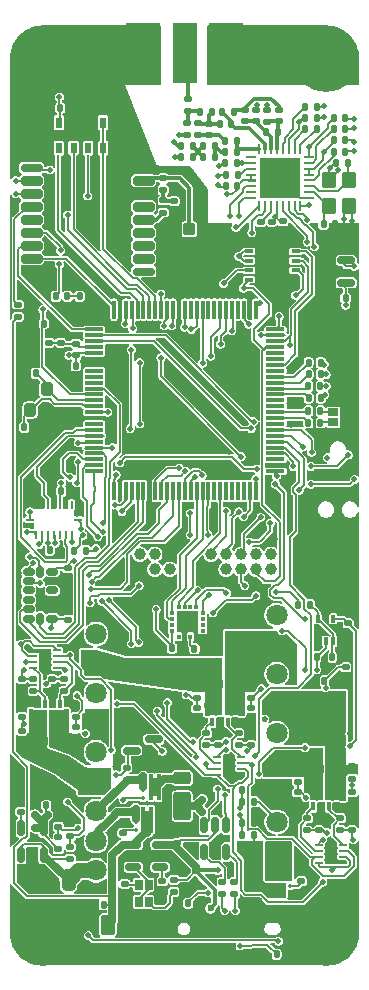
<source format=gbr>
%TF.GenerationSoftware,KiCad,Pcbnew,9.0.1*%
%TF.CreationDate,2025-10-13T19:02:50-04:00*%
%TF.ProjectId,OshTelemega,4f736854-656c-4656-9d65-67612e6b6963,rev?*%
%TF.SameCoordinates,Original*%
%TF.FileFunction,Copper,L4,Bot*%
%TF.FilePolarity,Positive*%
%FSLAX46Y46*%
G04 Gerber Fmt 4.6, Leading zero omitted, Abs format (unit mm)*
G04 Created by KiCad (PCBNEW 9.0.1) date 2025-10-13 19:02:50*
%MOMM*%
%LPD*%
G01*
G04 APERTURE LIST*
G04 Aperture macros list*
%AMRoundRect*
0 Rectangle with rounded corners*
0 $1 Rounding radius*
0 $2 $3 $4 $5 $6 $7 $8 $9 X,Y pos of 4 corners*
0 Add a 4 corners polygon primitive as box body*
4,1,4,$2,$3,$4,$5,$6,$7,$8,$9,$2,$3,0*
0 Add four circle primitives for the rounded corners*
1,1,$1+$1,$2,$3*
1,1,$1+$1,$4,$5*
1,1,$1+$1,$6,$7*
1,1,$1+$1,$8,$9*
0 Add four rect primitives between the rounded corners*
20,1,$1+$1,$2,$3,$4,$5,0*
20,1,$1+$1,$4,$5,$6,$7,0*
20,1,$1+$1,$6,$7,$8,$9,0*
20,1,$1+$1,$8,$9,$2,$3,0*%
%AMFreePoly0*
4,1,15,1.100000,0.175000,0.750000,0.175000,0.750000,-0.175000,1.100000,-0.175000,1.100000,-0.475000,0.750000,-0.475000,-0.750000,-0.475000,-1.100000,-0.475000,-1.100000,-0.175000,-0.750000,-0.175000,-0.750000,0.175000,-1.100000,0.175000,-1.100000,0.475000,1.100000,0.475000,1.100000,0.175000,1.100000,0.175000,$1*%
%AMFreePoly1*
4,1,17,1.515000,0.170000,0.915000,0.170000,0.915000,-0.080000,1.515000,-0.080000,1.515000,-0.480000,0.915000,-0.480000,0.915000,-0.505000,-0.395000,-0.505000,-0.395000,-1.005000,-0.825000,-1.005000,-0.825000,-0.625000,-0.915000,-0.625000,-0.915000,0.505000,0.815000,0.505000,0.815000,0.570000,1.515000,0.570000,1.515000,0.170000,1.515000,0.170000,$1*%
%AMFreePoly2*
4,1,17,-0.395000,0.505000,0.915000,0.505000,0.915000,0.480000,1.515000,0.480000,1.515000,0.080000,0.915000,0.080000,0.915000,-0.170000,1.515000,-0.170000,1.515000,-0.570000,0.815000,-0.570000,0.815000,-0.505000,-0.915000,-0.505000,-0.915000,0.625000,-0.825000,0.625000,-0.825000,1.005000,-0.395000,1.005000,-0.395000,0.505000,-0.395000,0.505000,$1*%
G04 Aperture macros list end*
%TA.AperFunction,ComponentPad*%
%ADD10C,1.800000*%
%TD*%
%TA.AperFunction,ComponentPad*%
%ADD11C,5.600000*%
%TD*%
%TA.AperFunction,ComponentPad*%
%ADD12RoundRect,0.250000X-0.350000X-0.625000X0.350000X-0.625000X0.350000X0.625000X-0.350000X0.625000X0*%
%TD*%
%TA.AperFunction,ComponentPad*%
%ADD13O,1.200000X1.750000*%
%TD*%
%TA.AperFunction,HeatsinkPad*%
%ADD14C,1.100000*%
%TD*%
%TA.AperFunction,ComponentPad*%
%ADD15R,1.000000X1.000000*%
%TD*%
%TA.AperFunction,ComponentPad*%
%ADD16C,1.000000*%
%TD*%
%TA.AperFunction,SMDPad,CuDef*%
%ADD17RoundRect,0.135000X0.185000X-0.135000X0.185000X0.135000X-0.185000X0.135000X-0.185000X-0.135000X0*%
%TD*%
%TA.AperFunction,SMDPad,CuDef*%
%ADD18RoundRect,0.150000X0.587500X0.150000X-0.587500X0.150000X-0.587500X-0.150000X0.587500X-0.150000X0*%
%TD*%
%TA.AperFunction,SMDPad,CuDef*%
%ADD19RoundRect,0.140000X-0.170000X0.140000X-0.170000X-0.140000X0.170000X-0.140000X0.170000X0.140000X0*%
%TD*%
%TA.AperFunction,SMDPad,CuDef*%
%ADD20RoundRect,0.135000X-0.135000X-0.185000X0.135000X-0.185000X0.135000X0.185000X-0.135000X0.185000X0*%
%TD*%
%TA.AperFunction,SMDPad,CuDef*%
%ADD21RoundRect,0.135000X0.135000X0.185000X-0.135000X0.185000X-0.135000X-0.185000X0.135000X-0.185000X0*%
%TD*%
%TA.AperFunction,SMDPad,CuDef*%
%ADD22RoundRect,0.140000X-0.140000X-0.170000X0.140000X-0.170000X0.140000X0.170000X-0.140000X0.170000X0*%
%TD*%
%TA.AperFunction,SMDPad,CuDef*%
%ADD23RoundRect,0.135000X-0.185000X0.135000X-0.185000X-0.135000X0.185000X-0.135000X0.185000X0.135000X0*%
%TD*%
%TA.AperFunction,SMDPad,CuDef*%
%ADD24RoundRect,0.250000X-0.500000X0.950000X-0.500000X-0.950000X0.500000X-0.950000X0.500000X0.950000X0*%
%TD*%
%TA.AperFunction,SMDPad,CuDef*%
%ADD25RoundRect,0.250000X-0.500000X0.275000X-0.500000X-0.275000X0.500000X-0.275000X0.500000X0.275000X0*%
%TD*%
%TA.AperFunction,SMDPad,CuDef*%
%ADD26RoundRect,0.147500X-0.172500X0.147500X-0.172500X-0.147500X0.172500X-0.147500X0.172500X0.147500X0*%
%TD*%
%TA.AperFunction,SMDPad,CuDef*%
%ADD27RoundRect,0.112500X-0.112500X-0.237500X0.112500X-0.237500X0.112500X0.237500X-0.112500X0.237500X0*%
%TD*%
%TA.AperFunction,SMDPad,CuDef*%
%ADD28RoundRect,0.140000X0.140000X0.170000X-0.140000X0.170000X-0.140000X-0.170000X0.140000X-0.170000X0*%
%TD*%
%TA.AperFunction,SMDPad,CuDef*%
%ADD29R,2.000000X5.140000*%
%TD*%
%TA.AperFunction,SMDPad,CuDef*%
%ADD30R,3.000000X5.140000*%
%TD*%
%TA.AperFunction,SMDPad,CuDef*%
%ADD31RoundRect,0.140000X0.170000X-0.140000X0.170000X0.140000X-0.170000X0.140000X-0.170000X-0.140000X0*%
%TD*%
%TA.AperFunction,SMDPad,CuDef*%
%ADD32RoundRect,0.147500X0.147500X0.172500X-0.147500X0.172500X-0.147500X-0.172500X0.147500X-0.172500X0*%
%TD*%
%TA.AperFunction,SMDPad,CuDef*%
%ADD33R,0.550000X0.950000*%
%TD*%
%TA.AperFunction,SMDPad,CuDef*%
%ADD34RoundRect,0.100000X0.100000X-0.225000X0.100000X0.225000X-0.100000X0.225000X-0.100000X-0.225000X0*%
%TD*%
%TA.AperFunction,SMDPad,CuDef*%
%ADD35RoundRect,0.062500X0.062500X-0.375000X0.062500X0.375000X-0.062500X0.375000X-0.062500X-0.375000X0*%
%TD*%
%TA.AperFunction,SMDPad,CuDef*%
%ADD36RoundRect,0.062500X0.375000X-0.062500X0.375000X0.062500X-0.375000X0.062500X-0.375000X-0.062500X0*%
%TD*%
%TA.AperFunction,HeatsinkPad*%
%ADD37R,3.450000X3.450000*%
%TD*%
%TA.AperFunction,SMDPad,CuDef*%
%ADD38RoundRect,0.150000X-0.512500X-0.150000X0.512500X-0.150000X0.512500X0.150000X-0.512500X0.150000X0*%
%TD*%
%TA.AperFunction,SMDPad,CuDef*%
%ADD39RoundRect,0.147500X0.172500X-0.147500X0.172500X0.147500X-0.172500X0.147500X-0.172500X-0.147500X0*%
%TD*%
%TA.AperFunction,SMDPad,CuDef*%
%ADD40FreePoly0,90.000000*%
%TD*%
%TA.AperFunction,SMDPad,CuDef*%
%ADD41RoundRect,0.075000X0.075000X-0.100000X0.075000X0.100000X-0.075000X0.100000X-0.075000X-0.100000X0*%
%TD*%
%TA.AperFunction,SMDPad,CuDef*%
%ADD42RoundRect,0.058750X0.058750X-0.376250X0.058750X0.376250X-0.058750X0.376250X-0.058750X-0.376250X0*%
%TD*%
%TA.AperFunction,SMDPad,CuDef*%
%ADD43RoundRect,0.250000X0.250000X-0.325000X0.250000X0.325000X-0.250000X0.325000X-0.250000X-0.325000X0*%
%TD*%
%TA.AperFunction,SMDPad,CuDef*%
%ADD44RoundRect,0.062500X-0.300000X-0.062500X0.300000X-0.062500X0.300000X0.062500X-0.300000X0.062500X0*%
%TD*%
%TA.AperFunction,HeatsinkPad*%
%ADD45R,0.900000X1.600000*%
%TD*%
%TA.AperFunction,SMDPad,CuDef*%
%ADD46RoundRect,0.150000X0.150000X-0.512500X0.150000X0.512500X-0.150000X0.512500X-0.150000X-0.512500X0*%
%TD*%
%TA.AperFunction,SMDPad,CuDef*%
%ADD47RoundRect,0.250000X-0.350000X0.450000X-0.350000X-0.450000X0.350000X-0.450000X0.350000X0.450000X0*%
%TD*%
%TA.AperFunction,SMDPad,CuDef*%
%ADD48R,0.350000X0.760000*%
%TD*%
%TA.AperFunction,SMDPad,CuDef*%
%ADD49FreePoly1,90.000000*%
%TD*%
%TA.AperFunction,SMDPad,CuDef*%
%ADD50FreePoly2,90.000000*%
%TD*%
%TA.AperFunction,SMDPad,CuDef*%
%ADD51RoundRect,0.075000X-0.725000X-0.075000X0.725000X-0.075000X0.725000X0.075000X-0.725000X0.075000X0*%
%TD*%
%TA.AperFunction,SMDPad,CuDef*%
%ADD52RoundRect,0.075000X-0.075000X-0.725000X0.075000X-0.725000X0.075000X0.725000X-0.075000X0.725000X0*%
%TD*%
%TA.AperFunction,SMDPad,CuDef*%
%ADD53RoundRect,0.062500X0.062500X0.275000X-0.062500X0.275000X-0.062500X-0.275000X0.062500X-0.275000X0*%
%TD*%
%TA.AperFunction,SMDPad,CuDef*%
%ADD54RoundRect,0.062500X0.275000X0.062500X-0.275000X0.062500X-0.275000X-0.062500X0.275000X-0.062500X0*%
%TD*%
%TA.AperFunction,SMDPad,CuDef*%
%ADD55RoundRect,0.250000X-0.325000X-0.650000X0.325000X-0.650000X0.325000X0.650000X-0.325000X0.650000X0*%
%TD*%
%TA.AperFunction,SMDPad,CuDef*%
%ADD56FreePoly0,180.000000*%
%TD*%
%TA.AperFunction,SMDPad,CuDef*%
%ADD57RoundRect,0.075000X0.100000X0.075000X-0.100000X0.075000X-0.100000X-0.075000X0.100000X-0.075000X0*%
%TD*%
%TA.AperFunction,SMDPad,CuDef*%
%ADD58RoundRect,0.058750X0.376250X0.058750X-0.376250X0.058750X-0.376250X-0.058750X0.376250X-0.058750X0*%
%TD*%
%TA.AperFunction,SMDPad,CuDef*%
%ADD59RoundRect,0.062500X0.300000X0.062500X-0.300000X0.062500X-0.300000X-0.062500X0.300000X-0.062500X0*%
%TD*%
%TA.AperFunction,SMDPad,CuDef*%
%ADD60RoundRect,0.175000X-0.725000X-0.175000X0.725000X-0.175000X0.725000X0.175000X-0.725000X0.175000X0*%
%TD*%
%TA.AperFunction,SMDPad,CuDef*%
%ADD61RoundRect,0.200000X-0.700000X-0.200000X0.700000X-0.200000X0.700000X0.200000X-0.700000X0.200000X0*%
%TD*%
%TA.AperFunction,SMDPad,CuDef*%
%ADD62R,0.300000X0.450000*%
%TD*%
%TA.AperFunction,SMDPad,CuDef*%
%ADD63R,0.450000X0.300000*%
%TD*%
%TA.AperFunction,SMDPad,CuDef*%
%ADD64RoundRect,0.150000X0.325000X0.150000X-0.325000X0.150000X-0.325000X-0.150000X0.325000X-0.150000X0*%
%TD*%
%TA.AperFunction,SMDPad,CuDef*%
%ADD65RoundRect,0.150000X0.150000X0.325000X-0.150000X0.325000X-0.150000X-0.325000X0.150000X-0.325000X0*%
%TD*%
%TA.AperFunction,SMDPad,CuDef*%
%ADD66R,0.850000X0.650000*%
%TD*%
%TA.AperFunction,SMDPad,CuDef*%
%ADD67R,0.650000X0.850000*%
%TD*%
%TA.AperFunction,SMDPad,CuDef*%
%ADD68R,0.762000X0.304800*%
%TD*%
%TA.AperFunction,SMDPad,CuDef*%
%ADD69R,2.387600X3.098800*%
%TD*%
%TA.AperFunction,SMDPad,CuDef*%
%ADD70FreePoly1,270.000000*%
%TD*%
%TA.AperFunction,SMDPad,CuDef*%
%ADD71FreePoly2,270.000000*%
%TD*%
%TA.AperFunction,SMDPad,CuDef*%
%ADD72RoundRect,0.100000X0.400000X0.400000X-0.400000X0.400000X-0.400000X-0.400000X0.400000X-0.400000X0*%
%TD*%
%TA.AperFunction,SMDPad,CuDef*%
%ADD73RoundRect,0.105000X0.420000X0.995000X-0.420000X0.995000X-0.420000X-0.995000X0.420000X-0.995000X0*%
%TD*%
%TA.AperFunction,ViaPad*%
%ADD74C,0.460000*%
%TD*%
%TA.AperFunction,ViaPad*%
%ADD75C,0.600000*%
%TD*%
%TA.AperFunction,Conductor*%
%ADD76C,0.160000*%
%TD*%
%TA.AperFunction,Conductor*%
%ADD77C,0.349300*%
%TD*%
%TA.AperFunction,Conductor*%
%ADD78C,0.368600*%
%TD*%
%TA.AperFunction,Conductor*%
%ADD79C,0.640000*%
%TD*%
%TA.AperFunction,Conductor*%
%ADD80C,0.320000*%
%TD*%
%TA.AperFunction,Conductor*%
%ADD81C,1.280000*%
%TD*%
%TA.AperFunction,Conductor*%
%ADD82C,0.387100*%
%TD*%
%TA.AperFunction,Conductor*%
%ADD83C,0.330000*%
%TD*%
G04 APERTURE END LIST*
D10*
%TO.P,J6,1,Pin_1*%
%TO.N,Net-(J6-Pin_1)*%
X42800000Y-90099998D03*
%TO.P,J6,2,Pin_2*%
%TO.N,V_LIPO*%
X42800000Y-87599998D03*
%TO.P,J6,3,Pin_3*%
%TO.N,GND*%
X42800000Y-85099998D03*
%TO.P,J6,4,Pin_4*%
%TO.N,/FET_A*%
X42800000Y-82599997D03*
%TO.P,J6,5,Pin_5*%
%TO.N,V_PYRO*%
X42800000Y-80099997D03*
%TO.P,J6,6,Pin_6*%
%TO.N,/FET_B*%
X42800000Y-77599997D03*
%TO.P,J6,7,Pin_7*%
%TO.N,V_PYRO*%
X42800000Y-75100000D03*
%TO.P,J6,8,Pin_8*%
%TO.N,/FET_C*%
X42800000Y-72600000D03*
%TO.P,J6,9,Pin_9*%
%TO.N,V_PYRO*%
X42800000Y-70100000D03*
%TD*%
D11*
%TO.P,H2,1,1*%
%TO.N,GND*%
X23000000Y-97000000D03*
%TD*%
D12*
%TO.P,J8,1,Pin_1*%
%TO.N,V_CHARGE*%
X28500000Y-96350000D03*
D13*
%TO.P,J8,2,Pin_2*%
%TO.N,GND*%
X30500000Y-96350000D03*
%TD*%
D14*
%TO.P,J4,S1,SHIELD*%
%TO.N,GND*%
X36300000Y-94500000D03*
X36300000Y-98800000D03*
X41100000Y-94500000D03*
X41100000Y-98800000D03*
%TD*%
D11*
%TO.P,H3,1,1*%
%TO.N,GND*%
X47000000Y-97000000D03*
%TD*%
%TO.P,H4,1,1*%
%TO.N,GND*%
X47000000Y-23000000D03*
%TD*%
%TO.P,H5,1,1*%
%TO.N,GND*%
X47000000Y-65200000D03*
%TD*%
D15*
%TO.P,J9,1,Pin_1*%
%TO.N,GND*%
X37240000Y-66200000D03*
D16*
%TO.P,J9,2,Pin_2*%
%TO.N,/SCK2*%
X37240000Y-64929999D03*
%TO.P,J9,3,Pin_3*%
%TO.N,+3V3*%
X38510001Y-66200000D03*
%TO.P,J9,4,Pin_4*%
%TO.N,/MISO2*%
X38510000Y-64930000D03*
%TO.P,J9,5,Pin_5*%
%TO.N,/TX1*%
X39780000Y-66200000D03*
%TO.P,J9,6,Pin_6*%
%TO.N,/RX1*%
X39780000Y-64930000D03*
%TO.P,J9,7,Pin_7*%
%TO.N,/MOSI2*%
X41050000Y-66200000D03*
%TO.P,J9,8,Pin_8*%
%TO.N,/CS_COMP1*%
X41050000Y-64930000D03*
%TO.P,J9,9,Pin_9*%
%TO.N,V_LIPO*%
X42319999Y-66200000D03*
%TO.P,J9,10,Pin_10*%
%TO.N,/CS_COMP0*%
X42320000Y-64930000D03*
%TD*%
D15*
%TO.P,J10,1,Pin_1*%
%TO.N,GND*%
X31210000Y-66200000D03*
D16*
%TO.P,J10,2,Pin_2*%
%TO.N,Net-(J10-Pin_2)*%
X31210000Y-64929999D03*
%TO.P,J10,3,Pin_3*%
%TO.N,Net-(J10-Pin_3)*%
X32480001Y-66200000D03*
%TO.P,J10,4,Pin_4*%
%TO.N,Net-(J10-Pin_4)*%
X32480000Y-64930000D03*
%TO.P,J10,5,Pin_5*%
%TO.N,Net-(J10-Pin_5)*%
X33750000Y-66200000D03*
%TO.P,J10,6,Pin_6*%
%TO.N,GND*%
X33750000Y-64930000D03*
%TD*%
D10*
%TO.P,J7,1,Pin_1*%
%TO.N,V_PYRO*%
X27499999Y-71700000D03*
%TO.P,J7,2,Pin_2*%
%TO.N,/FET_D*%
X27499999Y-74200000D03*
%TO.P,J7,3,Pin_3*%
%TO.N,V_PYRO*%
X27499999Y-76700000D03*
%TO.P,J7,4,Pin_4*%
%TO.N,/FET_E*%
X27499999Y-79200001D03*
%TO.P,J7,5,Pin_5*%
%TO.N,V_PYRO*%
X27499999Y-81700001D03*
%TO.P,J7,6,Pin_6*%
%TO.N,/FET_F*%
X27499999Y-84200001D03*
%TO.P,J7,7,Pin_7*%
%TO.N,/MGSW_IN*%
X27499999Y-86699998D03*
%TO.P,J7,8,Pin_8*%
%TO.N,V_PROT*%
X27499999Y-89199998D03*
%TO.P,J7,9,Pin_9*%
%TO.N,V_LIPO*%
X27499999Y-91699998D03*
%TD*%
D11*
%TO.P,H1,1,1*%
%TO.N,GND*%
X23000000Y-23000000D03*
%TD*%
D17*
%TO.P,R9,1*%
%TO.N,Net-(J4-D--PadA7)*%
X39200000Y-93709999D03*
%TO.P,R9,2*%
%TO.N,Net-(R9-Pad2)*%
X39200000Y-92690001D03*
%TD*%
D18*
%TO.P,Q2,1,G*%
%TO.N,Net-(Q2-G)*%
X32400000Y-80600000D03*
%TO.P,Q2,2,S*%
%TO.N,GND*%
X32400000Y-82500000D03*
%TO.P,Q2,3,D*%
%TO.N,Net-(Q2-D)*%
X30524999Y-81550000D03*
%TD*%
D17*
%TO.P,R15,1*%
%TO.N,GND*%
X44600000Y-86120000D03*
%TO.P,R15,2*%
%TO.N,/SENSE_A*%
X44600000Y-85100000D03*
%TD*%
%TO.P,R31,1*%
%TO.N,/FET_E*%
X25800000Y-80619998D03*
%TO.P,R31,2*%
%TO.N,/SENSE_E*%
X25800000Y-79600000D03*
%TD*%
D19*
%TO.P,C39,1*%
%TO.N,Net-(C39-Pad1)*%
X40117623Y-27310357D03*
%TO.P,C39,2*%
%TO.N,/LNA_P*%
X40117623Y-28270357D03*
%TD*%
D20*
%TO.P,R51,1*%
%TO.N,Net-(D5-A2)*%
X44630002Y-69200000D03*
%TO.P,R51,2*%
%TO.N,Net-(U21-D)*%
X45650000Y-69200000D03*
%TD*%
D17*
%TO.P,R22,1*%
%TO.N,/FIRE_D*%
X36850000Y-81099999D03*
%TO.P,R22,2*%
%TO.N,/GATE_D*%
X36850000Y-80080001D03*
%TD*%
D21*
%TO.P,R47,1*%
%TO.N,GND*%
X40910000Y-84900000D03*
%TO.P,R47,2*%
%TO.N,/V_BATT*%
X39890000Y-84900000D03*
%TD*%
D22*
%TO.P,C40,1*%
%TO.N,Net-(C40-Pad1)*%
X38446616Y-29971287D03*
%TO.P,C40,2*%
%TO.N,/PA*%
X39406616Y-29971287D03*
%TD*%
D17*
%TO.P,R54,1*%
%TO.N,Net-(U5-VCC_RF)*%
X33200000Y-36000000D03*
%TO.P,R54,2*%
%TO.N,Net-(C43-Pad1)*%
X33200000Y-34980002D03*
%TD*%
D23*
%TO.P,R52,1*%
%TO.N,GND*%
X48650000Y-73490001D03*
%TO.P,R52,2*%
%TO.N,Net-(Q2-G)*%
X48650000Y-74509999D03*
%TD*%
D20*
%TO.P,R7,1*%
%TO.N,/PWM_C*%
X45500000Y-51700000D03*
%TO.P,R7,2*%
%TO.N,Net-(J10-Pin_3)*%
X46519998Y-51700000D03*
%TD*%
D24*
%TO.P,D1,1,K*%
%TO.N,V_LIPO*%
X34800000Y-86275000D03*
D25*
%TO.P,D1,2,A*%
%TO.N,/MGSW_OUT*%
X34800000Y-83900000D03*
%TD*%
D22*
%TO.P,C24,1*%
%TO.N,GND*%
X22344999Y-86200000D03*
%TO.P,C24,2*%
%TO.N,+3V3*%
X23304999Y-86200000D03*
%TD*%
D23*
%TO.P,R55,1*%
%TO.N,GND*%
X44900000Y-91600000D03*
%TO.P,R55,2*%
%TO.N,Net-(Q4-G)*%
X44900000Y-92619998D03*
%TD*%
D26*
%TO.P,FB2,1*%
%TO.N,Net-(J5-In)*%
X33200000Y-33115000D03*
%TO.P,FB2,2*%
%TO.N,Net-(C43-Pad1)*%
X33200000Y-34085000D03*
%TD*%
D27*
%TO.P,D2,1*%
%TO.N,/HALL_OUT*%
X46200000Y-73650000D03*
%TO.P,D2,2*%
%TO.N,Net-(U21-D)*%
X47500000Y-73650000D03*
%TO.P,D2,3*%
%TO.N,Net-(Q2-G)*%
X46850000Y-75650000D03*
%TD*%
D22*
%TO.P,C16,1*%
%TO.N,GND*%
X23590000Y-59600000D03*
%TO.P,C16,2*%
%TO.N,+3V3*%
X24550000Y-59600000D03*
%TD*%
%TO.P,C26,1*%
%TO.N,GND*%
X47846477Y-31788664D03*
%TO.P,C26,2*%
%TO.N,Net-(U8-XOSC_Q1)*%
X48806477Y-31788664D03*
%TD*%
D23*
%TO.P,R36,1*%
%TO.N,GND*%
X21200000Y-77690001D03*
%TO.P,R36,2*%
%TO.N,/SENSE_F*%
X21200000Y-78709999D03*
%TD*%
%TO.P,R43,1*%
%TO.N,GND*%
X24324999Y-86990000D03*
%TO.P,R43,2*%
%TO.N,/CMP_RAIL*%
X24324999Y-88010000D03*
%TD*%
D28*
%TO.P,C18,1*%
%TO.N,GND*%
X36800000Y-72925000D03*
%TO.P,C18,2*%
%TO.N,Net-(U10-CAP)*%
X35840000Y-72925000D03*
%TD*%
D17*
%TO.P,R29,1*%
%TO.N,GND*%
X23800000Y-76509999D03*
%TO.P,R29,2*%
%TO.N,/FIRE_E*%
X23800000Y-75490001D03*
%TD*%
D29*
%TO.P,J3,1,In*%
%TO.N,Net-(J3-In)*%
X35000000Y-22530000D03*
D30*
%TO.P,J3,2,Ext*%
%TO.N,GND*%
X31500000Y-22530000D03*
X38500000Y-22530000D03*
%TD*%
D31*
%TO.P,C37,1*%
%TO.N,/LNA_N*%
X42000000Y-28300000D03*
%TO.P,C37,2*%
%TO.N,GND*%
X42000000Y-27340000D03*
%TD*%
D23*
%TO.P,R32,1*%
%TO.N,GND*%
X25800000Y-77690002D03*
%TO.P,R32,2*%
%TO.N,/SENSE_E*%
X25800000Y-78710000D03*
%TD*%
D20*
%TO.P,R44,1*%
%TO.N,/V_PBATT*%
X39890000Y-88700000D03*
%TO.P,R44,2*%
%TO.N,V_PYRO*%
X40910000Y-88700000D03*
%TD*%
%TO.P,R8,1*%
%TO.N,/PWM_D*%
X45490001Y-50700000D03*
%TO.P,R8,2*%
%TO.N,Net-(J10-Pin_5)*%
X46509999Y-50700000D03*
%TD*%
D19*
%TO.P,C20,1*%
%TO.N,GND*%
X34400000Y-88440000D03*
%TO.P,C20,2*%
%TO.N,VBUS*%
X34400000Y-89400000D03*
%TD*%
D22*
%TO.P,C10,1*%
%TO.N,GND*%
X47670000Y-43250000D03*
%TO.P,C10,2*%
%TO.N,+3V3*%
X48630000Y-43250000D03*
%TD*%
D31*
%TO.P,C8,1*%
%TO.N,GND*%
X25100000Y-67080000D03*
%TO.P,C8,2*%
%TO.N,+3V3*%
X25100000Y-66120000D03*
%TD*%
D32*
%TO.P,L1,1*%
%TO.N,/LNA_N*%
X42900000Y-29200000D03*
%TO.P,L1,2*%
%TO.N,/LNA_P*%
X41930000Y-29200000D03*
%TD*%
D28*
%TO.P,C34,1*%
%TO.N,GND*%
X48576887Y-30866862D03*
%TO.P,C34,2*%
%TO.N,Net-(U8-DCPL_XOSC)*%
X47616887Y-30866862D03*
%TD*%
D33*
%TO.P,U4,1,VDD*%
%TO.N,+3V3*%
X24350000Y-28400000D03*
%TO.P,U4,2,PS*%
%TO.N,GND*%
X25600000Y-28400000D03*
%TO.P,U4,3,GND*%
X26850000Y-28400000D03*
%TO.P,U4,4,CSB*%
%TO.N,/CS_BARO*%
X28100000Y-28400000D03*
%TO.P,U4,5,CSB*%
X28100000Y-30550000D03*
%TO.P,U4,6,SDO*%
%TO.N,/BA_MISO1*%
X26850000Y-30550000D03*
%TO.P,U4,7,SDI/SDA*%
%TO.N,/BA_MOSI1*%
X25600000Y-30550000D03*
%TO.P,U4,8,SCLK*%
%TO.N,/BA_SCK1*%
X24350000Y-30550000D03*
%TD*%
D20*
%TO.P,R48,1*%
%TO.N,+3V3*%
X36550000Y-30360000D03*
%TO.P,R48,2*%
%TO.N,Net-(C31-Pad2)*%
X37570000Y-30360000D03*
%TD*%
D23*
%TO.P,R49,1*%
%TO.N,GND*%
X29775000Y-87507503D03*
%TO.P,R49,2*%
%TO.N,Net-(Q1-G)*%
X29775000Y-88527501D03*
%TD*%
D22*
%TO.P,C35,1*%
%TO.N,GND*%
X34726989Y-31288960D03*
%TO.P,C35,2*%
%TO.N,+3V3*%
X35686989Y-31288960D03*
%TD*%
D34*
%TO.P,U21,1,D*%
%TO.N,Net-(U21-D)*%
X47600000Y-72300000D03*
%TO.P,U21,2,C*%
%TO.N,/HALL_OUT*%
X46950000Y-72299999D03*
%TO.P,U21,3,GND*%
%TO.N,GND*%
X46300000Y-72300000D03*
%TO.P,U21,4,~{Q}*%
%TO.N,Net-(U21-D)*%
X46300000Y-70400000D03*
%TO.P,U21,5,VCC*%
%TO.N,/MGSW_IN*%
X47600000Y-70400000D03*
%TD*%
D19*
%TO.P,C22,1*%
%TO.N,GND*%
X21114999Y-85773750D03*
%TO.P,C22,2*%
%TO.N,Net-(U18-BP)*%
X21114999Y-86733750D03*
%TD*%
D35*
%TO.P,U8,1,VDD_GUARD*%
%TO.N,+3V3*%
X44812500Y-35475000D03*
%TO.P,U8,2,~{RESET}*%
%TO.N,/NRST*%
X44312500Y-35475000D03*
%TO.P,U8,3,GPIO3*%
%TO.N,/RADIO_MARC_ISR*%
X43812500Y-35475000D03*
%TO.P,U8,4,GPIO2*%
%TO.N,/RADIO_INT*%
X43312500Y-35475000D03*
%TO.P,U8,5,DVDD*%
%TO.N,+3V3*%
X42812500Y-35475000D03*
%TO.P,U8,6,DCPL*%
%TO.N,Net-(U8-DCPL)*%
X42312500Y-35475000D03*
%TO.P,U8,7,SI*%
%TO.N,/MOSI2*%
X41812500Y-35475000D03*
%TO.P,U8,8,SCLK*%
%TO.N,/SCK2*%
X41312500Y-35475000D03*
D36*
%TO.P,U8,9,SO(GPIO1)*%
%TO.N,/MISO2*%
X40625000Y-34787500D03*
%TO.P,U8,10,GPIO0*%
%TO.N,unconnected-(U8-GPIO0-Pad10)*%
X40625000Y-34287500D03*
%TO.P,U8,11,~{CS}*%
%TO.N,/CS_RADIO*%
X40625000Y-33787500D03*
%TO.P,U8,12,DVDD*%
%TO.N,+3V3*%
X40625000Y-33287500D03*
%TO.P,U8,13,AVDD_IF*%
X40625000Y-32787500D03*
%TO.P,U8,14,RBIAS*%
%TO.N,Net-(U8-RBIAS)*%
X40625000Y-32287500D03*
%TO.P,U8,15,AVDD_RF*%
%TO.N,+3V3*%
X40625000Y-31787500D03*
%TO.P,U8,16*%
%TO.N,N/C*%
X40625000Y-31287500D03*
D35*
%TO.P,U8,17,PA*%
%TO.N,/PA*%
X41312500Y-30600000D03*
%TO.P,U8,18,TRX_SW*%
%TO.N,/TRX_SW*%
X41812500Y-30600000D03*
%TO.P,U8,19,LNA_P*%
%TO.N,/LNA_P*%
X42312500Y-30600000D03*
%TO.P,U8,20,LNA_N*%
%TO.N,/LNA_N*%
X42812500Y-30600000D03*
%TO.P,U8,21,DCPL_VCO*%
%TO.N,Net-(U8-DCPL_VCO)*%
X43312500Y-30600000D03*
%TO.P,U8,22,AVDD_SYNTH1*%
%TO.N,+3V3*%
X43812500Y-30600000D03*
%TO.P,U8,23,LPF0*%
%TO.N,Net-(U8-LPF0)*%
X44312500Y-30600000D03*
%TO.P,U8,24,LPF1*%
%TO.N,Net-(U8-LPF1)*%
X44812500Y-30600000D03*
D36*
%TO.P,U8,25,AVDD_PFD_CHP*%
%TO.N,+3V3*%
X45500000Y-31287500D03*
%TO.P,U8,26,DCPL_PFD_CHP*%
%TO.N,Net-(U8-DCPL_PFD_CHP)*%
X45500000Y-31787500D03*
%TO.P,U8,27,AVDD_SYNTH2*%
%TO.N,+3V3*%
X45500000Y-32287500D03*
%TO.P,U8,28,AVDD_XOSC*%
X45500000Y-32787500D03*
%TO.P,U8,29,DCPL_XOSC*%
%TO.N,Net-(U8-DCPL_XOSC)*%
X45500000Y-33287500D03*
%TO.P,U8,30,XOSC_Q1*%
%TO.N,Net-(U8-XOSC_Q1)*%
X45500000Y-33787500D03*
%TO.P,U8,31,XOSC_Q2*%
%TO.N,Net-(U8-XOSC_Q2)*%
X45500000Y-34287500D03*
%TO.P,U8,32,EXT_XOSC*%
%TO.N,GND*%
X45500000Y-34787500D03*
D37*
%TO.P,U8,33,GND_EP*%
X43062500Y-33037500D03*
%TD*%
D38*
%TO.P,U17,1,STAT*%
%TO.N,Net-(D4-A1)*%
X30654999Y-91429999D03*
%TO.P,U17,2,V_{SS}*%
%TO.N,GND*%
X30654999Y-90480000D03*
%TO.P,U17,3,V_{BAT}*%
%TO.N,V_CHARGE*%
X30654999Y-89530001D03*
%TO.P,U17,4,V_{DD}*%
%TO.N,VBUS*%
X32929999Y-89530001D03*
%TO.P,U17,5,PROG*%
%TO.N,Net-(U17-PROG)*%
X32929999Y-91429999D03*
%TD*%
D23*
%TO.P,R23,1*%
%TO.N,/FET_D*%
X36050000Y-76080002D03*
%TO.P,R23,2*%
%TO.N,/SENSE_D*%
X36050000Y-77100000D03*
%TD*%
D17*
%TO.P,R24,1*%
%TO.N,GND*%
X36050000Y-79009998D03*
%TO.P,R24,2*%
%TO.N,/SENSE_D*%
X36050000Y-77990000D03*
%TD*%
D23*
%TO.P,R11,1*%
%TO.N,Net-(U5-V_BCKP)*%
X20900000Y-43790000D03*
%TO.P,R11,2*%
%TO.N,V_CHARGE*%
X20900000Y-44810000D03*
%TD*%
D39*
%TO.P,FB1,1*%
%TO.N,+3V3*%
X25800000Y-48085000D03*
%TO.P,FB1,2*%
%TO.N,Net-(U1-VDDA)*%
X25800000Y-47115000D03*
%TD*%
D40*
%TO.P,Q3,1,D*%
%TO.N,/MGSW_OUT*%
X32475000Y-84675000D03*
D41*
%TO.P,Q3,3,G*%
%TO.N,Net-(Q2-D)*%
X31500000Y-85600000D03*
D42*
%TO.P,Q3,4,S*%
%TO.N,/MGSW_IN*%
X31500000Y-84635000D03*
D41*
X31500000Y-83750000D03*
%TD*%
D28*
%TO.P,C33,1*%
%TO.N,GND*%
X46199525Y-27040563D03*
%TO.P,C33,2*%
%TO.N,Net-(U8-DCPL_VCO)*%
X45239525Y-27040563D03*
%TD*%
D23*
%TO.P,R40,1*%
%TO.N,/CMP_LDO_IN*%
X25324999Y-89690000D03*
%TO.P,R40,2*%
%TO.N,V_LIPO*%
X25324999Y-90710000D03*
%TD*%
D32*
%TO.P,L5,1*%
%TO.N,Net-(C39-Pad1)*%
X39170000Y-27500000D03*
%TO.P,L5,2*%
%TO.N,/TRX_SW*%
X38200000Y-27500000D03*
%TD*%
D23*
%TO.P,R42,1*%
%TO.N,/CMP_RAIL*%
X24324999Y-88890000D03*
%TO.P,R42,2*%
%TO.N,+3V3*%
X24324999Y-89910000D03*
%TD*%
D22*
%TO.P,C5,1*%
%TO.N,GND*%
X21440000Y-49600000D03*
%TO.P,C5,2*%
%TO.N,/PH1*%
X22400000Y-49600000D03*
%TD*%
D20*
%TO.P,R6,1*%
%TO.N,/PWM_B*%
X45500000Y-49699999D03*
%TO.P,R6,2*%
%TO.N,Net-(J10-Pin_4)*%
X46519998Y-49699999D03*
%TD*%
D17*
%TO.P,R38,1*%
%TO.N,GND*%
X29925000Y-93874998D03*
%TO.P,R38,2*%
%TO.N,Net-(D4-K1)*%
X29925000Y-92855000D03*
%TD*%
D43*
%TO.P,X2,1,1*%
%TO.N,/PH0*%
X21920000Y-52725000D03*
%TO.P,X2,2,2*%
%TO.N,GND*%
X21920000Y-50975000D03*
%TO.P,X2,3,3*%
%TO.N,/PH1*%
X23320000Y-50975000D03*
%TO.P,X2,4,4*%
%TO.N,GND*%
X23320000Y-52725000D03*
%TD*%
D44*
%TO.P,U15,1,OUT1*%
%TO.N,/GATE_F*%
X22187499Y-74550000D03*
%TO.P,U15,2,IN1-*%
%TO.N,/CMP_RAIL*%
X22187500Y-74050000D03*
%TO.P,U15,3,IN1+*%
%TO.N,/CMP_LDO_IN*%
X22187500Y-73550000D03*
%TO.P,U15,4,VCC-*%
%TO.N,GND*%
X22187499Y-73050000D03*
%TO.P,U15,5,IN2+*%
%TO.N,/CMP_LDO_IN*%
X24212501Y-73050000D03*
%TO.P,U15,6,IN2-*%
%TO.N,/CMP_RAIL*%
X24212500Y-73550000D03*
%TO.P,U15,7,OUT2*%
%TO.N,/GATE_E*%
X24212500Y-74050000D03*
%TO.P,U15,8,VCC+*%
%TO.N,+3V3*%
X24212501Y-74550000D03*
D45*
%TO.P,U15,9,EPAD*%
%TO.N,GND*%
X23200000Y-73800000D03*
%TD*%
D23*
%TO.P,R19,1*%
%TO.N,GND*%
X49200000Y-87289999D03*
%TO.P,R19,2*%
%TO.N,/FIRE_B*%
X49200000Y-88309999D03*
%TD*%
D17*
%TO.P,R10,1*%
%TO.N,Net-(J4-D+-PadA6)*%
X38200000Y-93700000D03*
%TO.P,R10,2*%
%TO.N,Net-(R10-Pad2)*%
X38200000Y-92680002D03*
%TD*%
D32*
%TO.P,L7,1*%
%TO.N,Net-(C38-Pad2)*%
X37285000Y-27500000D03*
%TO.P,L7,2*%
%TO.N,Net-(C42-Pad1)*%
X36315000Y-27500000D03*
%TD*%
D17*
%TO.P,R17,1*%
%TO.N,/FIRE_A*%
X45400000Y-88319999D03*
%TO.P,R17,2*%
%TO.N,/GATE_A*%
X45400000Y-87299999D03*
%TD*%
%TO.P,R39,1*%
%TO.N,Net-(D4-A2)*%
X34100000Y-93509999D03*
%TO.P,R39,2*%
%TO.N,VBUS*%
X34100000Y-92490001D03*
%TD*%
D28*
%TO.P,C6,1*%
%TO.N,GND*%
X22400000Y-54200000D03*
%TO.P,C6,2*%
%TO.N,/PH0*%
X21440000Y-54200000D03*
%TD*%
D17*
%TO.P,R26,1*%
%TO.N,/FIRE_C*%
X39600000Y-81100000D03*
%TO.P,R26,2*%
%TO.N,/GATE_C*%
X39600000Y-80080002D03*
%TD*%
D23*
%TO.P,R34,1*%
%TO.N,/FIRE_F*%
X22200000Y-75490001D03*
%TO.P,R34,2*%
%TO.N,/GATE_F*%
X22200000Y-76509999D03*
%TD*%
D46*
%TO.P,U18,1,VIN*%
%TO.N,V_LIPO*%
X23064999Y-90382499D03*
%TO.P,U18,2,GND*%
%TO.N,GND*%
X22114999Y-90382499D03*
%TO.P,U18,3,ON/~{OFF}*%
%TO.N,V_LIPO*%
X21164999Y-90382499D03*
%TO.P,U18,4,BP*%
%TO.N,Net-(U18-BP)*%
X21164999Y-88107499D03*
%TO.P,U18,5,VOUT*%
%TO.N,+3V3*%
X23064999Y-88107499D03*
%TD*%
D28*
%TO.P,C27,1*%
%TO.N,Net-(U8-LPF1)*%
X46199429Y-28933495D03*
%TO.P,C27,2*%
%TO.N,Net-(U8-LPF0)*%
X45239429Y-28933495D03*
%TD*%
D39*
%TO.P,L6,1*%
%TO.N,Net-(C40-Pad1)*%
X37073792Y-29435841D03*
%TO.P,L6,2*%
%TO.N,Net-(C38-Pad2)*%
X37073792Y-28465841D03*
%TD*%
D19*
%TO.P,C7,1*%
%TO.N,GND*%
X25100000Y-69520000D03*
%TO.P,C7,2*%
%TO.N,+3V3*%
X25100000Y-70480000D03*
%TD*%
D47*
%TO.P,Y1,1,1*%
%TO.N,Net-(U8-XOSC_Q1)*%
X48926477Y-33288663D03*
%TO.P,Y1,2,2*%
%TO.N,GND*%
X48926477Y-35488663D03*
%TO.P,Y1,3,3*%
%TO.N,Net-(U8-XOSC_Q2)*%
X47226477Y-35488663D03*
%TO.P,Y1,4,4*%
%TO.N,GND*%
X47226477Y-33288663D03*
%TD*%
D20*
%TO.P,R12,1*%
%TO.N,GND*%
X38490000Y-32800000D03*
%TO.P,R12,2*%
%TO.N,Net-(U8-RBIAS)*%
X39510000Y-32800000D03*
%TD*%
D19*
%TO.P,C41,1*%
%TO.N,Net-(C38-Pad2)*%
X36135334Y-28450958D03*
%TO.P,C41,2*%
%TO.N,Net-(C40-Pad1)*%
X36135334Y-29410958D03*
%TD*%
D28*
%TO.P,C9,1*%
%TO.N,GND*%
X25430000Y-27150000D03*
%TO.P,C9,2*%
%TO.N,+3V3*%
X24470000Y-27150000D03*
%TD*%
D48*
%TO.P,U22,1,S*%
%TO.N,GND*%
X39300000Y-79100000D03*
%TO.P,U22,2,G*%
%TO.N,/GATE_C*%
X38650000Y-79100000D03*
%TO.P,U22,3,S*%
%TO.N,GND*%
X38000000Y-79100000D03*
%TO.P,U22,4,G*%
%TO.N,/GATE_D*%
X37350000Y-79100000D03*
D49*
%TO.P,U22,5,D*%
%TO.N,/FET_C*%
X39020000Y-77135000D03*
D50*
%TO.P,U22,6,D*%
%TO.N,/FET_D*%
X37630000Y-77135000D03*
%TD*%
D17*
%TO.P,R37,1*%
%TO.N,GND*%
X33100000Y-93659998D03*
%TO.P,R37,2*%
%TO.N,Net-(U17-PROG)*%
X33100000Y-92640000D03*
%TD*%
D28*
%TO.P,C11,1*%
%TO.N,GND*%
X46200000Y-28000000D03*
%TO.P,C11,2*%
%TO.N,+3V3*%
X45240000Y-28000000D03*
%TD*%
D20*
%TO.P,R56,1*%
%TO.N,Net-(D6-K)*%
X26120000Y-43100000D03*
%TO.P,R56,2*%
%TO.N,GND*%
X27140000Y-43100000D03*
%TD*%
D31*
%TO.P,C12,1*%
%TO.N,GND*%
X43304615Y-37710439D03*
%TO.P,C12,2*%
%TO.N,+3V3*%
X43304615Y-36750439D03*
%TD*%
D51*
%TO.P,U1,1,PE2*%
%TO.N,/FIRE_D*%
X27350000Y-57900000D03*
%TO.P,U1,2,PE3*%
%TO.N,/FIRE_C*%
X27350000Y-57400000D03*
%TO.P,U1,3,PE4*%
%TO.N,/BUZZ*%
X27350000Y-56900000D03*
%TO.P,U1,4,PE5*%
%TO.N,/FIRE_F*%
X27350000Y-56400000D03*
%TO.P,U1,5,PE6*%
%TO.N,/FIRE_E*%
X27350000Y-55900000D03*
%TO.P,U1,6,VLCD*%
%TO.N,+3V3*%
X27350000Y-55400000D03*
%TO.P,U1,7,PC13*%
%TO.N,/CS_IMU_GYRO*%
X27350000Y-54900000D03*
%TO.P,U1,8,PC14*%
%TO.N,/CS_IMU_ACCEL*%
X27350000Y-54400000D03*
%TO.P,U1,9,PC15*%
%TO.N,unconnected-(U1-PC15-Pad9)*%
X27350000Y-53900000D03*
%TO.P,U1,10,VSS*%
%TO.N,GND*%
X27350000Y-53400000D03*
%TO.P,U1,11,VDD*%
%TO.N,+3V3*%
X27350000Y-52900000D03*
%TO.P,U1,12,PH0*%
%TO.N,/PH0*%
X27350000Y-52400000D03*
%TO.P,U1,13,PH1*%
%TO.N,/PH1*%
X27350000Y-51900000D03*
%TO.P,U1,14,NRST*%
%TO.N,/NRST*%
X27350000Y-51400000D03*
%TO.P,U1,15,PC0*%
%TO.N,/CS_ACCEL*%
X27350000Y-50900000D03*
%TO.P,U1,16,PC1*%
%TO.N,unconnected-(U1-PC1-Pad16)*%
X27350000Y-50400000D03*
%TO.P,U1,17,PC2*%
%TO.N,unconnected-(U1-PC2-Pad17)*%
X27350000Y-49900000D03*
%TO.P,U1,18,PC3*%
%TO.N,unconnected-(U1-PC3-Pad18)*%
X27350000Y-49400000D03*
%TO.P,U1,19,VSSA*%
%TO.N,GND*%
X27350000Y-48900000D03*
%TO.P,U1,20,VREF-*%
X27350000Y-48400000D03*
%TO.P,U1,21,VREF+*%
%TO.N,+3V3*%
X27350000Y-47900000D03*
%TO.P,U1,22,VDDA*%
%TO.N,Net-(U1-VDDA)*%
X27350000Y-47400000D03*
%TO.P,U1,23,PA0*%
%TO.N,/SENSE_A*%
X27350000Y-46900000D03*
%TO.P,U1,24,PA1*%
%TO.N,/SENSE_B*%
X27350000Y-46400000D03*
%TO.P,U1,25,PA2*%
%TO.N,/TX2*%
X27350000Y-45900000D03*
D52*
%TO.P,U1,26,PA3*%
%TO.N,/RX2*%
X29025000Y-44225000D03*
%TO.P,U1,27,VSS*%
%TO.N,GND*%
X29525000Y-44225000D03*
%TO.P,U1,28,VDD*%
%TO.N,+3V3*%
X30025000Y-44225000D03*
%TO.P,U1,29,PA4*%
%TO.N,/SENSE_E*%
X30525000Y-44225000D03*
%TO.P,U1,30,PA5*%
%TO.N,/BA_SCK1*%
X31025000Y-44225000D03*
%TO.P,U1,31,PA6*%
%TO.N,/BA_MISO1*%
X31525000Y-44225000D03*
%TO.P,U1,32,PA7*%
%TO.N,/BA_MOSI1*%
X32025000Y-44225000D03*
%TO.P,U1,33,PC4*%
%TO.N,/CS_BARO*%
X32525000Y-44225000D03*
%TO.P,U1,34,PC5*%
%TO.N,/CS_RADIO*%
X33025000Y-44225000D03*
%TO.P,U1,35,PB0*%
%TO.N,/V_BATT*%
X33525000Y-44225000D03*
%TO.P,U1,36,PB1*%
%TO.N,/V_PBATT*%
X34025000Y-44225000D03*
%TO.P,U1,37,PB2*%
%TO.N,GND*%
X34525000Y-44225000D03*
%TO.P,U1,38,PE7*%
%TO.N,/SENSE_F*%
X35025000Y-44225000D03*
%TO.P,U1,39,PE8*%
%TO.N,unconnected-(U1-PE8-Pad39)*%
X35525000Y-44225000D03*
%TO.P,U1,40,PE9*%
%TO.N,/SENSE_C*%
X36025000Y-44225000D03*
%TO.P,U1,41,PE10*%
%TO.N,/SENSE_D*%
X36525000Y-44225000D03*
%TO.P,U1,42,PE11*%
%TO.N,unconnected-(U1-PE11-Pad42)*%
X37025000Y-44225000D03*
%TO.P,U1,43,PE12*%
%TO.N,unconnected-(U1-PE12-Pad43)*%
X37525000Y-44225000D03*
%TO.P,U1,44,PE13*%
%TO.N,/SCK1*%
X38025000Y-44225000D03*
%TO.P,U1,45,PE14*%
%TO.N,/MISO1*%
X38525000Y-44225000D03*
%TO.P,U1,46,PE15*%
%TO.N,/MOSI1*%
X39025000Y-44225000D03*
%TO.P,U1,47,PB10*%
%TO.N,unconnected-(U1-PB10-Pad47)*%
X39525000Y-44225000D03*
%TO.P,U1,48,PB11*%
%TO.N,/RADIO_INT*%
X40025000Y-44225000D03*
%TO.P,U1,49,VSS*%
%TO.N,GND*%
X40525000Y-44225000D03*
%TO.P,U1,50,VDD*%
%TO.N,+3V3*%
X41025000Y-44225000D03*
D51*
%TO.P,U1,51,PB12*%
%TO.N,/RADIO_MARC_ISR*%
X42700000Y-45900000D03*
%TO.P,U1,52,PB13*%
%TO.N,/SCK2*%
X42700000Y-46400000D03*
%TO.P,U1,53,PB14*%
%TO.N,/MISO2*%
X42700000Y-46900000D03*
%TO.P,U1,54,PB15*%
%TO.N,/MOSI2*%
X42700000Y-47400000D03*
%TO.P,U1,55,PD8*%
%TO.N,unconnected-(U1-PD8-Pad55)*%
X42700000Y-47900000D03*
%TO.P,U1,56,PD9*%
%TO.N,unconnected-(U1-PD9-Pad56)*%
X42700000Y-48400000D03*
%TO.P,U1,57,PD10*%
%TO.N,/CS_FLASH*%
X42700000Y-48900000D03*
%TO.P,U1,58,PD11*%
%TO.N,unconnected-(U1-PD11-Pad58)*%
X42700000Y-49400000D03*
%TO.P,U1,59,PD12*%
%TO.N,/PWM_A*%
X42700000Y-49900000D03*
%TO.P,U1,60,PD13*%
%TO.N,/PWM_B*%
X42700000Y-50400000D03*
%TO.P,U1,61,PD14*%
%TO.N,/PWM_D*%
X42700000Y-50900000D03*
%TO.P,U1,62,PD15*%
%TO.N,/PWM_C*%
X42700000Y-51400000D03*
%TO.P,U1,63,PC6*%
%TO.N,unconnected-(U1-PC6-Pad63)*%
X42700000Y-51900000D03*
%TO.P,U1,64,PC7*%
%TO.N,unconnected-(U1-PC7-Pad64)*%
X42700000Y-52400000D03*
%TO.P,U1,65,PC8*%
%TO.N,Net-(U1-PC8)*%
X42700000Y-52900000D03*
%TO.P,U1,66,PC9*%
%TO.N,Net-(U1-PC9)*%
X42700000Y-53400000D03*
%TO.P,U1,67,PA8*%
%TO.N,unconnected-(U1-PA8-Pad67)*%
X42700000Y-53900000D03*
%TO.P,U1,68,PA9*%
%TO.N,/TX1*%
X42700000Y-54400000D03*
%TO.P,U1,69,PA10*%
%TO.N,/RX1*%
X42700000Y-54900000D03*
%TO.P,U1,70,PA11*%
%TO.N,/USB_D-*%
X42700000Y-55400000D03*
%TO.P,U1,71,PA12*%
%TO.N,/USB_D+*%
X42700000Y-55900000D03*
%TO.P,U1,72,PA13*%
%TO.N,/SWDIO*%
X42700000Y-56400000D03*
%TO.P,U1,73,PH2*%
%TO.N,unconnected-(U1-PH2-Pad73)*%
X42700000Y-56900000D03*
%TO.P,U1,74,VSS*%
%TO.N,GND*%
X42700000Y-57400000D03*
%TO.P,U1,75,VDD*%
%TO.N,+3V3*%
X42700000Y-57900000D03*
D52*
%TO.P,U1,76,PA14*%
%TO.N,/SWCLK*%
X41025000Y-59575000D03*
%TO.P,U1,77,PA15*%
%TO.N,/CS_MAG*%
X40525000Y-59575000D03*
%TO.P,U1,78,PC10*%
%TO.N,unconnected-(U1-PC10-Pad78)*%
X40025000Y-59575000D03*
%TO.P,U1,79,PC11*%
%TO.N,unconnected-(U1-PC11-Pad79)*%
X39525000Y-59575000D03*
%TO.P,U1,80,PC12*%
%TO.N,unconnected-(U1-PC12-Pad80)*%
X39025000Y-59575000D03*
%TO.P,U1,81,PD0*%
%TO.N,unconnected-(U1-PD0-Pad81)*%
X38525000Y-59575000D03*
%TO.P,U1,82,PD1*%
%TO.N,/MAG_SCK2*%
X38025000Y-59575000D03*
%TO.P,U1,83,PD2*%
%TO.N,unconnected-(U1-PD2-Pad83)*%
X37525000Y-59575000D03*
%TO.P,U1,84,PD3*%
%TO.N,/MAG_MISO2*%
X37025000Y-59575000D03*
%TO.P,U1,85,PD4*%
%TO.N,/MAG_MOSI2*%
X36525000Y-59575000D03*
%TO.P,U1,86,PD5*%
%TO.N,/MAG_INT*%
X36025000Y-59575000D03*
%TO.P,U1,87,PD6*%
%TO.N,/FIRE_A*%
X35525000Y-59575000D03*
%TO.P,U1,88,PD7*%
%TO.N,/FIRE_B*%
X35025000Y-59575000D03*
%TO.P,U1,89,PB3*%
%TO.N,/AC_SCK1*%
X34525000Y-59575000D03*
%TO.P,U1,90,PB4*%
%TO.N,/AC_MISO1*%
X34025000Y-59575000D03*
%TO.P,U1,91,PB5*%
%TO.N,/AC_MOSI1*%
X33525000Y-59575000D03*
%TO.P,U1,92,PB6*%
%TO.N,/CS_COMP0*%
X33025000Y-59575000D03*
%TO.P,U1,93,PB7*%
%TO.N,/CS_COMP1*%
X32525000Y-59575000D03*
%TO.P,U1,94,BOOT0*%
%TO.N,GND*%
X32025000Y-59575000D03*
%TO.P,U1,95,PB8*%
%TO.N,/AC_INT2*%
X31525000Y-59575000D03*
%TO.P,U1,96,PB9*%
%TO.N,/AC_INT1*%
X31025000Y-59575000D03*
%TO.P,U1,97,PE0*%
%TO.N,/IMU_GYRO_INT*%
X30525000Y-59575000D03*
%TO.P,U1,98,PE1*%
%TO.N,/IMU_ACCEL_INT*%
X30025000Y-59575000D03*
%TO.P,U1,99,VSS*%
%TO.N,GND*%
X29525000Y-59575000D03*
%TO.P,U1,100,VDD*%
%TO.N,+3V3*%
X29025000Y-59575000D03*
%TD*%
D22*
%TO.P,C29,1*%
%TO.N,GND*%
X38450000Y-31830000D03*
%TO.P,C29,2*%
%TO.N,+3V3*%
X39410000Y-31830000D03*
%TD*%
D18*
%TO.P,U6,1,~{RST}*%
%TO.N,/NRST*%
X48700000Y-40050000D03*
%TO.P,U6,2,VDD*%
%TO.N,+3V3*%
X48700000Y-41950000D03*
%TO.P,U6,3,VSS*%
%TO.N,GND*%
X46824999Y-41000000D03*
%TD*%
D22*
%TO.P,C21,1*%
%TO.N,GND*%
X27190000Y-94600000D03*
%TO.P,C21,2*%
%TO.N,V_CHARGE*%
X28150000Y-94600000D03*
%TD*%
D20*
%TO.P,R4,1*%
%TO.N,Net-(U1-PC9)*%
X45490001Y-53800000D03*
%TO.P,R4,2*%
%TO.N,Net-(D3-A2)*%
X46509999Y-53800000D03*
%TD*%
D53*
%TO.P,U9,1,INT2*%
%TO.N,unconnected-(U9-INT2-Pad1)*%
X25437501Y-60737500D03*
%TO.P,U9,2,GNDA*%
%TO.N,GND*%
X24937501Y-60737500D03*
%TO.P,U9,3,VDD*%
%TO.N,+3V3*%
X24437501Y-60737500D03*
%TO.P,U9,4,GNDA*%
%TO.N,GND*%
X23937501Y-60737500D03*
%TO.P,U9,5,~{CSB2}*%
%TO.N,/CS_IMU_GYRO*%
X23437501Y-60737500D03*
%TO.P,U9,6,GNDIO*%
%TO.N,GND*%
X22937501Y-60737500D03*
%TO.P,U9,7,PS*%
X22437501Y-60737500D03*
D54*
%TO.P,U9,8,SCK/SCL*%
%TO.N,/SCK1*%
X21925002Y-62000000D03*
D53*
%TO.P,U9,9,SDI/SDA*%
%TO.N,/MOSI1*%
X22437501Y-63262500D03*
%TO.P,U9,10,SDO2*%
%TO.N,/MISO1*%
X22937501Y-63262500D03*
%TO.P,U9,11,VDDIO*%
%TO.N,+3V3*%
X23437501Y-63262500D03*
%TO.P,U9,12,INT3*%
%TO.N,/IMU_GYRO_INT*%
X23937501Y-63262500D03*
%TO.P,U9,13,INT4*%
%TO.N,unconnected-(U9-INT4-Pad13)*%
X24437501Y-63262500D03*
%TO.P,U9,14,~{CSB1}*%
%TO.N,/CS_IMU_ACCEL*%
X24937501Y-63262500D03*
%TO.P,U9,15,SDO1*%
%TO.N,/MISO1*%
X25437501Y-63262500D03*
D54*
%TO.P,U9,16,INT1*%
%TO.N,/IMU_ACCEL_INT*%
X25950000Y-62000000D03*
%TD*%
D26*
%TO.P,L4,1*%
%TO.N,GND*%
X41059656Y-27279423D03*
%TO.P,L4,2*%
%TO.N,/LNA_P*%
X41059656Y-28249423D03*
%TD*%
D19*
%TO.P,C2,1*%
%TO.N,Net-(U1-VDDA)*%
X24500000Y-47020000D03*
%TO.P,C2,2*%
%TO.N,GND*%
X24500000Y-47980000D03*
%TD*%
D39*
%TO.P,L8,1*%
%TO.N,Net-(C42-Pad1)*%
X35300000Y-27400000D03*
%TO.P,L8,2*%
%TO.N,Net-(J3-In)*%
X35300000Y-26430000D03*
%TD*%
D17*
%TO.P,R33,1*%
%TO.N,GND*%
X21200000Y-76509999D03*
%TO.P,R33,2*%
%TO.N,/FIRE_F*%
X21200000Y-75490001D03*
%TD*%
D55*
%TO.P,C23,1*%
%TO.N,GND*%
X22249999Y-92500000D03*
%TO.P,C23,2*%
%TO.N,V_LIPO*%
X25199999Y-92500000D03*
%TD*%
D19*
%TO.P,C1,1*%
%TO.N,Net-(U1-VDDA)*%
X23500000Y-47020000D03*
%TO.P,C1,2*%
%TO.N,GND*%
X23500000Y-47980000D03*
%TD*%
D56*
%TO.P,Q4,1,D*%
%TO.N,Net-(J6-Pin_1)*%
X43040000Y-92050000D03*
D57*
%TO.P,Q4,3,G*%
%TO.N,Net-(Q4-G)*%
X43965000Y-93025000D03*
D58*
%TO.P,Q4,4,S*%
%TO.N,V_PYRO*%
X43000000Y-93025000D03*
D57*
X42115000Y-93025000D03*
%TD*%
D28*
%TO.P,C14,1*%
%TO.N,GND*%
X48580000Y-28000000D03*
%TO.P,C14,2*%
%TO.N,+3V3*%
X47620000Y-28000000D03*
%TD*%
D32*
%TO.P,L2,1*%
%TO.N,/PA*%
X39400000Y-30897500D03*
%TO.P,L2,2*%
%TO.N,Net-(C31-Pad2)*%
X38430000Y-30897500D03*
%TD*%
D23*
%TO.P,R27,1*%
%TO.N,/FET_C*%
X40650001Y-76090001D03*
%TO.P,R27,2*%
%TO.N,/SENSE_C*%
X40650001Y-77109999D03*
%TD*%
D59*
%TO.P,U13,1,OUT1*%
%TO.N,/GATE_C*%
X39787501Y-82100000D03*
%TO.P,U13,2,IN1-*%
%TO.N,/CMP_RAIL*%
X39787500Y-82600000D03*
%TO.P,U13,3,IN1+*%
%TO.N,/CMP_LDO_IN*%
X39787500Y-83100000D03*
%TO.P,U13,4,VCC-*%
%TO.N,GND*%
X39787501Y-83600000D03*
%TO.P,U13,5,IN2+*%
%TO.N,/CMP_LDO_IN*%
X37762499Y-83600000D03*
%TO.P,U13,6,IN2-*%
%TO.N,/CMP_RAIL*%
X37762500Y-83100000D03*
%TO.P,U13,7,OUT2*%
%TO.N,/GATE_D*%
X37762500Y-82600000D03*
%TO.P,U13,8,VCC+*%
%TO.N,+3V3*%
X37762499Y-82100000D03*
D45*
%TO.P,U13,9,EPAD*%
%TO.N,GND*%
X38775000Y-82850000D03*
%TD*%
D17*
%TO.P,R16,1*%
%TO.N,GND*%
X49200000Y-86110000D03*
%TO.P,R16,2*%
%TO.N,/SENSE_B*%
X49200000Y-85090000D03*
%TD*%
D60*
%TO.P,U5,1,GND*%
%TO.N,GND*%
X22050000Y-41000000D03*
D61*
%TO.P,U5,2,TXD*%
%TO.N,/RX2*%
X22050000Y-39900000D03*
%TO.P,U5,3,RXD*%
%TO.N,/TX2*%
X22050000Y-38800000D03*
%TO.P,U5,4,TIMEPULSE*%
%TO.N,Net-(D6-A)*%
X22050000Y-37700000D03*
%TO.P,U5,5,EXTINT*%
%TO.N,unconnected-(U5-EXTINT-Pad5)*%
X22050000Y-36600000D03*
%TO.P,U5,6,V_BCKP*%
%TO.N,Net-(U5-V_BCKP)*%
X22050000Y-35500000D03*
%TO.P,U5,7,VCC_IO*%
%TO.N,+3V3*%
X22050000Y-34400000D03*
%TO.P,U5,8,VCC*%
X22050000Y-33300000D03*
D60*
%TO.P,U5,9,~{RESET}*%
%TO.N,/NRST*%
X22050000Y-32200000D03*
%TO.P,U5,10,GND*%
%TO.N,GND*%
X31550000Y-32200000D03*
D61*
%TO.P,U5,11,RF_IN*%
%TO.N,Net-(J5-In)*%
X31550000Y-33300000D03*
%TO.P,U5,12,GND*%
%TO.N,GND*%
X31550000Y-34400000D03*
%TO.P,U5,13,LNA_EN*%
%TO.N,unconnected-(U5-LNA_EN-Pad13)*%
X31550000Y-35500000D03*
%TO.P,U5,14,VCC_RF*%
%TO.N,Net-(U5-VCC_RF)*%
X31550000Y-36600000D03*
%TO.P,U5,15,VIO_SEL*%
%TO.N,unconnected-(U5-VIO_SEL-Pad15)*%
X31550000Y-37700000D03*
%TO.P,U5,16,SDA*%
%TO.N,unconnected-(U5-SDA-Pad16)*%
X31550000Y-38800000D03*
%TO.P,U5,17,SCL*%
%TO.N,unconnected-(U5-SCL-Pad17)*%
X31550000Y-39900000D03*
D60*
%TO.P,U5,18,~{SAFEBOOT}*%
%TO.N,unconnected-(U5-~{SAFEBOOT}-Pad18)*%
X31550000Y-41000000D03*
%TD*%
D28*
%TO.P,C4,1*%
%TO.N,GND*%
X24060000Y-45400000D03*
%TO.P,C4,2*%
%TO.N,/NRST*%
X23100000Y-45400000D03*
%TD*%
D17*
%TO.P,R28,1*%
%TO.N,GND*%
X40650000Y-79009998D03*
%TO.P,R28,2*%
%TO.N,/SENSE_C*%
X40650000Y-77990000D03*
%TD*%
D19*
%TO.P,C43,1*%
%TO.N,Net-(C43-Pad1)*%
X34128426Y-35032033D03*
%TO.P,C43,2*%
%TO.N,GND*%
X34128426Y-35992033D03*
%TD*%
D17*
%TO.P,R20,1*%
%TO.N,/FIRE_B*%
X48200000Y-88310000D03*
%TO.P,R20,2*%
%TO.N,/GATE_B*%
X48200000Y-87290000D03*
%TD*%
D19*
%TO.P,C42,1*%
%TO.N,Net-(C42-Pad1)*%
X35217736Y-28446743D03*
%TO.P,C42,2*%
%TO.N,GND*%
X35217736Y-29406743D03*
%TD*%
D40*
%TO.P,Q1,1,D*%
%TO.N,V_CHARGE*%
X31850000Y-87392503D03*
D41*
%TO.P,Q1,3,G*%
%TO.N,Net-(Q1-G)*%
X30875000Y-88317503D03*
D42*
%TO.P,Q1,4,S*%
%TO.N,V_PROT*%
X30875000Y-87352503D03*
D41*
X30875000Y-86467503D03*
%TD*%
D59*
%TO.P,U12,1,OUT1*%
%TO.N,/GATE_B*%
X48412500Y-89550000D03*
%TO.P,U12,2,IN1-*%
%TO.N,/CMP_RAIL*%
X48412500Y-90050000D03*
%TO.P,U12,3,IN1+*%
%TO.N,/CMP_LDO_IN*%
X48412500Y-90550000D03*
%TO.P,U12,4,VCC-*%
%TO.N,GND*%
X48412500Y-91050000D03*
%TO.P,U12,5,IN2+*%
%TO.N,/CMP_LDO_IN*%
X46387500Y-91050000D03*
%TO.P,U12,6,IN2-*%
%TO.N,/CMP_RAIL*%
X46387500Y-90550000D03*
%TO.P,U12,7,OUT2*%
%TO.N,/GATE_A*%
X46387500Y-90050000D03*
%TO.P,U12,8,VCC+*%
%TO.N,+3V3*%
X46387500Y-89550000D03*
D45*
%TO.P,U12,9,EPAD*%
%TO.N,GND*%
X47400000Y-90300000D03*
%TD*%
D62*
%TO.P,U10,1,SCL*%
%TO.N,/MAG_SCK2*%
X34500000Y-69375000D03*
%TO.P,U10,2,VDD*%
%TO.N,+3V3*%
X35000000Y-69375000D03*
%TO.P,U10,3,NC*%
%TO.N,unconnected-(U10-NC-Pad3)*%
X35500000Y-69375000D03*
%TO.P,U10,4,~{CS}*%
%TO.N,/CS_MAG*%
X36000000Y-69375000D03*
D63*
%TO.P,U10,5,SDO*%
%TO.N,/MAG_MISO2*%
X36525000Y-69900000D03*
%TO.P,U10,6,NC*%
%TO.N,unconnected-(U10-NC-Pad6)*%
X36525000Y-70400000D03*
%TO.P,U10,7,NC*%
%TO.N,unconnected-(U10-NC-Pad7)*%
X36525000Y-70900000D03*
%TO.P,U10,8,NC*%
%TO.N,unconnected-(U10-NC-Pad8)*%
X36525000Y-71400000D03*
D62*
%TO.P,U10,9,GND*%
%TO.N,GND*%
X36000000Y-71925000D03*
%TO.P,U10,10,CAP*%
%TO.N,Net-(U10-CAP)*%
X35500000Y-71925000D03*
%TO.P,U10,11,GND*%
%TO.N,GND*%
X35000000Y-71925000D03*
%TO.P,U10,12,NC*%
%TO.N,unconnected-(U10-NC-Pad12)*%
X34500000Y-71925000D03*
D63*
%TO.P,U10,13,VDDIO*%
%TO.N,+3V3*%
X33975000Y-71400000D03*
%TO.P,U10,14,NC*%
%TO.N,unconnected-(U10-NC-Pad14)*%
X33975000Y-70900000D03*
%TO.P,U10,15,INT*%
%TO.N,/MAG_INT*%
X33975000Y-70400000D03*
%TO.P,U10,16,SDA/I*%
%TO.N,/MAG_MOSI2*%
X33975000Y-69900000D03*
%TD*%
D64*
%TO.P,U3,1,Vdd_I/O*%
%TO.N,+3V3*%
X23800000Y-66400000D03*
%TO.P,U3,2,GND*%
%TO.N,GND*%
X23800000Y-67200000D03*
%TO.P,U3,3,RES*%
%TO.N,unconnected-(U3-RES-Pad3)*%
X23800000Y-68000000D03*
%TO.P,U3,4,GND*%
%TO.N,GND*%
X23800000Y-68800000D03*
%TO.P,U3,5,GND*%
X23800000Y-69600000D03*
%TO.P,U3,6,Vs*%
%TO.N,+3V3*%
X23800000Y-70400000D03*
D65*
%TO.P,U3,7,~{CS}*%
%TO.N,/CS_ACCEL*%
X22800000Y-70400001D03*
D64*
%TO.P,U3,8,INT1*%
%TO.N,/AC_INT1*%
X21800000Y-70400000D03*
%TO.P,U3,9,INT2*%
%TO.N,/AC_INT2*%
X21800000Y-69600000D03*
%TO.P,U3,10,NC*%
%TO.N,unconnected-(U3-NC-Pad10)*%
X21800000Y-68800000D03*
%TO.P,U3,11,RES*%
%TO.N,unconnected-(U3-RES-Pad11)*%
X21800000Y-68000000D03*
%TO.P,U3,12,SDO/ADDR*%
%TO.N,/AC_MISO1*%
X21800000Y-67200000D03*
%TO.P,U3,13,SDA/SDI/SDIO*%
%TO.N,/AC_MOSI1*%
X21800000Y-66400000D03*
D65*
%TO.P,U3,14,SCL/SCLK*%
%TO.N,/AC_SCK1*%
X22800000Y-66399999D03*
%TD*%
D28*
%TO.P,C30,1*%
%TO.N,GND*%
X48577040Y-29902436D03*
%TO.P,C30,2*%
%TO.N,+3V3*%
X47617040Y-29902436D03*
%TD*%
D21*
%TO.P,R45,1*%
%TO.N,GND*%
X40910000Y-87700000D03*
%TO.P,R45,2*%
%TO.N,/V_PBATT*%
X39890000Y-87700000D03*
%TD*%
D22*
%TO.P,C28,1*%
%TO.N,GND*%
X38487290Y-33752686D03*
%TO.P,C28,2*%
%TO.N,+3V3*%
X39447290Y-33752686D03*
%TD*%
D66*
%TO.P,D3,1,A1*%
%TO.N,Net-(D3-A1)*%
X47600000Y-52900000D03*
%TO.P,D3,2,A2*%
%TO.N,Net-(D3-A2)*%
X47600000Y-53750000D03*
%TO.P,D3,3,K1*%
%TO.N,GND*%
X49050000Y-52900000D03*
%TO.P,D3,4,K2*%
X49050000Y-53750000D03*
%TD*%
D23*
%TO.P,R53,1*%
%TO.N,Net-(Q2-D)*%
X30100000Y-82990001D03*
%TO.P,R53,2*%
%TO.N,/MGSW_IN*%
X30100000Y-84009999D03*
%TD*%
D17*
%TO.P,R35,1*%
%TO.N,/FET_F*%
X21200000Y-80900000D03*
%TO.P,R35,2*%
%TO.N,/SENSE_F*%
X21200000Y-79880002D03*
%TD*%
D67*
%TO.P,D4,1,A1*%
%TO.N,Net-(D4-A1)*%
X31125000Y-94365000D03*
%TO.P,D4,2,A2*%
%TO.N,Net-(D4-A2)*%
X31975000Y-94365000D03*
%TO.P,D4,3,K1*%
%TO.N,Net-(D4-K1)*%
X31125000Y-92915000D03*
%TO.P,D4,4,K2*%
%TO.N,Net-(D4-A1)*%
X31975000Y-92915000D03*
%TD*%
D68*
%TO.P,U19,1,~{CS}*%
%TO.N,/CS_FLASH*%
X44400000Y-39299900D03*
%TO.P,U19,2,DO/IO_{1}*%
%TO.N,/MISO2*%
X44400000Y-40100000D03*
%TO.P,U19,3,~{WP}/IO_{2}*%
%TO.N,+3V3*%
X44400000Y-40900100D03*
%TO.P,U19,4,GND*%
%TO.N,GND*%
X44400000Y-41700200D03*
%TO.P,U19,5,DI/IO_{0}*%
%TO.N,/MOSI2*%
X40463000Y-41700200D03*
%TO.P,U19,6,CLK*%
%TO.N,/SCK2*%
X40463000Y-40900100D03*
%TO.P,U19,7,~{HOLD}/~{RESET}/IO_{3}*%
%TO.N,+3V3*%
X40463000Y-40100000D03*
%TO.P,U19,8,VCC*%
X40463000Y-39299900D03*
D69*
%TO.P,U19,9,EP*%
%TO.N,GND*%
X42431500Y-40500050D03*
%TD*%
D46*
%TO.P,U2,1*%
%TO.N,Net-(R9-Pad2)*%
X38550000Y-90137500D03*
%TO.P,U2,2*%
%TO.N,GND*%
X37600000Y-90137500D03*
%TO.P,U2,3*%
%TO.N,Net-(R10-Pad2)*%
X36650000Y-90137500D03*
%TO.P,U2,4*%
%TO.N,/USB_D+*%
X36650000Y-87862500D03*
%TO.P,U2,5*%
%TO.N,VBUS*%
X37600000Y-87862500D03*
%TO.P,U2,6*%
%TO.N,/USB_D-*%
X38550000Y-87862500D03*
%TD*%
D23*
%TO.P,R30,1*%
%TO.N,/FIRE_E*%
X24800000Y-75490001D03*
%TO.P,R30,2*%
%TO.N,/GATE_E*%
X24800000Y-76509999D03*
%TD*%
D21*
%TO.P,R50,1*%
%TO.N,Net-(D5-A1)*%
X26659999Y-64650000D03*
%TO.P,R50,2*%
%TO.N,/HALL_OUT*%
X25640001Y-64650000D03*
%TD*%
D28*
%TO.P,C38,1*%
%TO.N,/TRX_SW*%
X38941596Y-28485589D03*
%TO.P,C38,2*%
%TO.N,Net-(C38-Pad2)*%
X37981596Y-28485589D03*
%TD*%
D23*
%TO.P,R14,1*%
%TO.N,/FET_B*%
X49200000Y-82900000D03*
%TO.P,R14,2*%
%TO.N,/SENSE_B*%
X49200000Y-83920000D03*
%TD*%
D20*
%TO.P,R5,1*%
%TO.N,/PWM_A*%
X45500000Y-48700000D03*
%TO.P,R5,2*%
%TO.N,Net-(J10-Pin_2)*%
X46519998Y-48700000D03*
%TD*%
D39*
%TO.P,L3,1*%
%TO.N,/LNA_N*%
X42964656Y-28280824D03*
%TO.P,L3,2*%
%TO.N,Net-(C39-Pad1)*%
X42964656Y-27310824D03*
%TD*%
D28*
%TO.P,C25,1*%
%TO.N,GND*%
X47726477Y-36988664D03*
%TO.P,C25,2*%
%TO.N,Net-(U8-XOSC_Q2)*%
X46766477Y-36988664D03*
%TD*%
D31*
%TO.P,C15,1*%
%TO.N,GND*%
X42373826Y-37759447D03*
%TO.P,C15,2*%
%TO.N,+3V3*%
X42373826Y-36799447D03*
%TD*%
D23*
%TO.P,R13,1*%
%TO.N,/FET_A*%
X44600000Y-83190000D03*
%TO.P,R13,2*%
%TO.N,/SENSE_A*%
X44600000Y-84210000D03*
%TD*%
D48*
%TO.P,U20,1,S*%
%TO.N,GND*%
X47851714Y-86275698D03*
%TO.P,U20,2,G*%
%TO.N,/GATE_B*%
X47201714Y-86275698D03*
%TO.P,U20,3,S*%
%TO.N,GND*%
X46551714Y-86275698D03*
%TO.P,U20,4,G*%
%TO.N,/GATE_A*%
X45901714Y-86275698D03*
D49*
%TO.P,U20,5,D*%
%TO.N,/FET_B*%
X47571714Y-84310698D03*
D50*
%TO.P,U20,6,D*%
%TO.N,/FET_A*%
X46181714Y-84310698D03*
%TD*%
D48*
%TO.P,U23,1,S*%
%TO.N,GND*%
X22530058Y-77601217D03*
%TO.P,U23,2,G*%
%TO.N,/GATE_F*%
X23180058Y-77601217D03*
%TO.P,U23,3,S*%
%TO.N,GND*%
X23830058Y-77601217D03*
%TO.P,U23,4,G*%
%TO.N,/GATE_E*%
X24480058Y-77601217D03*
D70*
%TO.P,U23,5,D*%
%TO.N,/FET_F*%
X22810058Y-79566217D03*
D71*
%TO.P,U23,6,D*%
%TO.N,/FET_E*%
X24200058Y-79566217D03*
%TD*%
D23*
%TO.P,R21,1*%
%TO.N,GND*%
X37850000Y-80070002D03*
%TO.P,R21,2*%
%TO.N,/FIRE_D*%
X37850000Y-81090000D03*
%TD*%
D22*
%TO.P,C31,1*%
%TO.N,+3V3*%
X36600000Y-31300000D03*
%TO.P,C31,2*%
%TO.N,Net-(C31-Pad2)*%
X37560000Y-31300000D03*
%TD*%
D20*
%TO.P,R46,1*%
%TO.N,/V_BATT*%
X39890000Y-85900000D03*
%TO.P,R46,2*%
%TO.N,V_LIPO*%
X40910000Y-85900000D03*
%TD*%
D23*
%TO.P,R25,1*%
%TO.N,GND*%
X40600000Y-80080001D03*
%TO.P,R25,2*%
%TO.N,/FIRE_C*%
X40600000Y-81099999D03*
%TD*%
D22*
%TO.P,C3,1*%
%TO.N,GND*%
X24820000Y-49000000D03*
%TO.P,C3,2*%
%TO.N,+3V3*%
X25780000Y-49000000D03*
%TD*%
D31*
%TO.P,C44,1*%
%TO.N,GND*%
X48850000Y-71730000D03*
%TO.P,C44,2*%
%TO.N,/MGSW_IN*%
X48850000Y-70770000D03*
%TD*%
D20*
%TO.P,R2,1*%
%TO.N,Net-(J4-CC2)*%
X42790001Y-98800000D03*
%TO.P,R2,2*%
%TO.N,GND*%
X43809999Y-98800000D03*
%TD*%
D28*
%TO.P,C32,1*%
%TO.N,GND*%
X48573003Y-28957780D03*
%TO.P,C32,2*%
%TO.N,Net-(U8-DCPL_PFD_CHP)*%
X47613003Y-28957780D03*
%TD*%
D72*
%TO.P,J5,1,In*%
%TO.N,Net-(J5-In)*%
X35400000Y-37400000D03*
D73*
%TO.P,J5,2,Ext*%
%TO.N,GND*%
X33924999Y-38900000D03*
D72*
X35400000Y-40400000D03*
D73*
X36875001Y-38900000D03*
%TD*%
D22*
%TO.P,C36,1*%
%TO.N,GND*%
X34728267Y-30348244D03*
%TO.P,C36,2*%
%TO.N,+3V3*%
X35688267Y-30348244D03*
%TD*%
D20*
%TO.P,R3,1*%
%TO.N,Net-(U1-PC8)*%
X45490001Y-52799999D03*
%TO.P,R3,2*%
%TO.N,Net-(D3-A1)*%
X46509999Y-52799999D03*
%TD*%
D31*
%TO.P,C13,1*%
%TO.N,GND*%
X41433591Y-37770380D03*
%TO.P,C13,2*%
%TO.N,Net-(U8-DCPL)*%
X41433591Y-36810380D03*
%TD*%
D23*
%TO.P,R41,1*%
%TO.N,GND*%
X25324999Y-87780001D03*
%TO.P,R41,2*%
%TO.N,/CMP_LDO_IN*%
X25324999Y-88800001D03*
%TD*%
D28*
%TO.P,C19,1*%
%TO.N,GND*%
X34900000Y-72909000D03*
%TO.P,C19,2*%
%TO.N,+3V3*%
X33940000Y-72909000D03*
%TD*%
D21*
%TO.P,R1,1*%
%TO.N,Net-(J4-CC1)*%
X35300000Y-94500000D03*
%TO.P,R1,2*%
%TO.N,GND*%
X34280002Y-94500000D03*
%TD*%
D28*
%TO.P,C17,1*%
%TO.N,GND*%
X24550000Y-64600000D03*
%TO.P,C17,2*%
%TO.N,+3V3*%
X23590000Y-64600000D03*
%TD*%
D32*
%TO.P,D6,1,K*%
%TO.N,Net-(D6-K)*%
X25085000Y-43100000D03*
%TO.P,D6,2,A*%
%TO.N,Net-(D6-A)*%
X24115000Y-43100000D03*
%TD*%
D23*
%TO.P,R18,1*%
%TO.N,GND*%
X46400000Y-87290000D03*
%TO.P,R18,2*%
%TO.N,/FIRE_A*%
X46400000Y-88310000D03*
%TD*%
D74*
%TO.N,/BUZZ*%
X25330000Y-58430000D03*
%TO.N,GND*%
X44400000Y-33100000D03*
X26200000Y-75800000D03*
X33350000Y-41150000D03*
X29280000Y-22600000D03*
X28400000Y-24350000D03*
X43900000Y-61400000D03*
X38750000Y-56250000D03*
X47400000Y-50250000D03*
X33500000Y-47200000D03*
X21000000Y-64500000D03*
X49500000Y-86750000D03*
X23500000Y-35700000D03*
X33800000Y-76725000D03*
X27300000Y-26375000D03*
X24750000Y-56100000D03*
X37500000Y-60875000D03*
X48000000Y-32430000D03*
X27690000Y-67390000D03*
X48100000Y-52200000D03*
X29100000Y-26400000D03*
X49100000Y-52000000D03*
X28400000Y-21030000D03*
X25325000Y-44125000D03*
X31617954Y-45592323D03*
X29250000Y-82800000D03*
X40500000Y-47250000D03*
X37450000Y-57550000D03*
X48600000Y-45900000D03*
X24350000Y-65100000D03*
X25250000Y-67650000D03*
X38750000Y-49100000D03*
X23600000Y-44750000D03*
X36700000Y-37100000D03*
X45675000Y-76050000D03*
X47076498Y-42829135D03*
X34500000Y-55700000D03*
X34806271Y-35880329D03*
X24925000Y-32525000D03*
X33596140Y-32456559D03*
X30200000Y-56200000D03*
X34900000Y-71400000D03*
X29260000Y-23560000D03*
X33900000Y-82500000D03*
X47200000Y-54850000D03*
X38800000Y-54000000D03*
X44680000Y-93740000D03*
X36000000Y-35300000D03*
X38000000Y-89000000D03*
X37300000Y-71250000D03*
X30700000Y-30200000D03*
X40770000Y-21000000D03*
X33400000Y-51250000D03*
X34441838Y-33810353D03*
X30000001Y-94889999D03*
X29250000Y-62600000D03*
X40810000Y-21760000D03*
X31750000Y-98950000D03*
X26600000Y-80125000D03*
X31800000Y-81600000D03*
X49390000Y-30070000D03*
X46500000Y-39700000D03*
X21324999Y-92400000D03*
X25700000Y-72400000D03*
X48675000Y-86575000D03*
X34101486Y-32519727D03*
X22800000Y-68800000D03*
X48300000Y-69775000D03*
X21700000Y-72800000D03*
X30300000Y-34600000D03*
X28390000Y-23540000D03*
X22000000Y-62500000D03*
X21600000Y-47450000D03*
X35550000Y-89900000D03*
X44400000Y-34300000D03*
X44581914Y-90207307D03*
X39100000Y-84100000D03*
X29300000Y-78800000D03*
X43000000Y-31800000D03*
X46850000Y-74500000D03*
X41800000Y-31800000D03*
X34800000Y-63000000D03*
X47950000Y-47400000D03*
X45700000Y-92200000D03*
X46400000Y-41600000D03*
X46850000Y-26980000D03*
X34813559Y-35340969D03*
X49000000Y-80100000D03*
X47100000Y-43900000D03*
X29126622Y-61387412D03*
X45000000Y-47250000D03*
X30200000Y-28900000D03*
X38550000Y-46650000D03*
X29270000Y-24370000D03*
X23800000Y-41000000D03*
X48200000Y-72900000D03*
X36850000Y-40900000D03*
X40770000Y-24320000D03*
X37150000Y-55000000D03*
X34804859Y-36487885D03*
X26225000Y-32700000D03*
X38750000Y-80250000D03*
X41100000Y-26890000D03*
X34802626Y-34207584D03*
X37100000Y-72325000D03*
X40780000Y-22550000D03*
X44900000Y-90950000D03*
X47400000Y-89300000D03*
X29200000Y-32600000D03*
X29700000Y-51600000D03*
X29270000Y-21050000D03*
X43062500Y-33037500D03*
X31600000Y-31050000D03*
X48600000Y-54400000D03*
X26100000Y-40200000D03*
X36000000Y-34700000D03*
X42150000Y-42600000D03*
X32000000Y-61750000D03*
X29125000Y-37175000D03*
X38300000Y-50350000D03*
X40850000Y-52800000D03*
X34180000Y-31300000D03*
X38750000Y-43000000D03*
X37900000Y-86650000D03*
X35600000Y-70100000D03*
X29600000Y-90700000D03*
X38750000Y-52500000D03*
X21325000Y-29450000D03*
X23800000Y-38850000D03*
X25323049Y-56969590D03*
X28430000Y-21780000D03*
X38750000Y-60750000D03*
X23900000Y-77000000D03*
X40200000Y-79500000D03*
X30550000Y-69700000D03*
X30650000Y-79350000D03*
X37880000Y-32100000D03*
X25490000Y-59320000D03*
X49350000Y-28830000D03*
X44400000Y-31800000D03*
X23399998Y-92400000D03*
X49340000Y-30780000D03*
X47400000Y-51150000D03*
X25400000Y-41100000D03*
X47150000Y-48150000D03*
X21100000Y-71600000D03*
X35300000Y-57300000D03*
X38250000Y-79750000D03*
X41540000Y-22540000D03*
X27300000Y-38050000D03*
X24999998Y-87200000D03*
X49350000Y-37400000D03*
X30200000Y-58400000D03*
X36000000Y-35900000D03*
X34080000Y-30000000D03*
X29300000Y-45400000D03*
X26500000Y-90450000D03*
X22000000Y-44300000D03*
X32000000Y-52750000D03*
X41530000Y-24310000D03*
X42650000Y-63600000D03*
X35890670Y-33565788D03*
X24700000Y-69100000D03*
X33400000Y-53900000D03*
X21250000Y-42700000D03*
X39700000Y-62750000D03*
X34500000Y-50200000D03*
X48300000Y-93300000D03*
X46250000Y-71400000D03*
X33200000Y-96600000D03*
X34500000Y-45300000D03*
X43400000Y-58900000D03*
X34645705Y-32521347D03*
X22199998Y-88900000D03*
X41530000Y-20990000D03*
X22199998Y-85600000D03*
X35800000Y-79800000D03*
X47850000Y-60450000D03*
X41800000Y-33100000D03*
X40760000Y-23510000D03*
X47750000Y-37770000D03*
X27400000Y-44900000D03*
X24250000Y-84350000D03*
X47300000Y-32200000D03*
X29655955Y-27522323D03*
X32150000Y-68150000D03*
X41800000Y-34300000D03*
X31400000Y-76800000D03*
X21300000Y-56500000D03*
X40300000Y-43000000D03*
X24100000Y-49000000D03*
X35475000Y-60800000D03*
X38900000Y-91750000D03*
X34000000Y-95100000D03*
X41500000Y-86800000D03*
X38750000Y-58400000D03*
X33927989Y-33704667D03*
X33007476Y-53044727D03*
X37575000Y-62950000D03*
X27475000Y-32625000D03*
X26775000Y-63875000D03*
X34806271Y-34728722D03*
X43200000Y-34300000D03*
X41800000Y-78900000D03*
X39806400Y-79100000D03*
X35100000Y-32800000D03*
X34500000Y-29400000D03*
X47086817Y-87163183D03*
X22125000Y-26675000D03*
X23650000Y-42450000D03*
X26300000Y-26400000D03*
X36000000Y-34100000D03*
X30100000Y-57500000D03*
X45200000Y-46100000D03*
X39475000Y-64125000D03*
X35509231Y-33169772D03*
X25775000Y-46375000D03*
X33850000Y-54800000D03*
X33300000Y-37050000D03*
X49220000Y-36690000D03*
X48526477Y-36588664D03*
X47350000Y-49150000D03*
X20950000Y-66500000D03*
X22900000Y-69500000D03*
X37850000Y-47850000D03*
X43800000Y-38200000D03*
X21120000Y-50300000D03*
X28700000Y-42900000D03*
X44370000Y-88410000D03*
X37400000Y-92350000D03*
X21300000Y-77100000D03*
X46819429Y-27933495D03*
X45250000Y-60050000D03*
X43995783Y-53952307D03*
X35800000Y-56100000D03*
X25300000Y-77200000D03*
X32750000Y-32200000D03*
X37810000Y-32900000D03*
X21670000Y-58720000D03*
X23300000Y-54360000D03*
X26900000Y-93400000D03*
X40350000Y-51200000D03*
X21050000Y-84950000D03*
X41570000Y-21750000D03*
X33900000Y-88650000D03*
X28700000Y-48600000D03*
X21500000Y-55300000D03*
X23710000Y-58870000D03*
X33100001Y-94340000D03*
X36000197Y-36526757D03*
X22000000Y-77250000D03*
X48200000Y-75900000D03*
X28410000Y-22580000D03*
X39900000Y-55100000D03*
X49370000Y-28120000D03*
X22100000Y-29200000D03*
X29700000Y-50000000D03*
X30013268Y-52823846D03*
X25920000Y-61510000D03*
X29300000Y-21800000D03*
X41250000Y-84450000D03*
X28000000Y-98700000D03*
X37830000Y-33680000D03*
X44250000Y-49250000D03*
X41520000Y-23500000D03*
X20950000Y-68650000D03*
X27400000Y-43900000D03*
X47104073Y-87753834D03*
X42000000Y-26890000D03*
X25875000Y-50775000D03*
X40800000Y-69550000D03*
X24290000Y-54440000D03*
X43400000Y-43550000D03*
X31900000Y-78100000D03*
X30150000Y-40200000D03*
X23600000Y-46200000D03*
X45850000Y-43750000D03*
X42550000Y-60700000D03*
X41250000Y-63000000D03*
%TO.N,+3V3*%
X42800000Y-58300000D03*
X24400000Y-26200000D03*
X38580022Y-34454558D03*
X24570000Y-58900000D03*
X24900000Y-74700000D03*
X41400000Y-43700000D03*
X20700000Y-33300000D03*
X29211198Y-58200000D03*
X23400000Y-63960000D03*
D75*
X23424999Y-87000000D03*
D74*
X46700000Y-89100000D03*
X45500000Y-30476251D03*
X45500000Y-35400000D03*
X26000000Y-55500000D03*
X20700000Y-34400000D03*
X25200000Y-48085000D03*
X44699429Y-28333495D03*
X39600000Y-39700000D03*
X46776887Y-30866862D03*
X44400000Y-43000000D03*
X30000000Y-45400000D03*
X39900000Y-31830000D03*
X48650000Y-43850000D03*
X23700000Y-71200000D03*
X47100000Y-56750000D03*
D75*
X22324999Y-87000000D03*
D74*
X25600000Y-65500000D03*
X28500000Y-52900000D03*
X38500000Y-81500000D03*
D75*
X22324999Y-88100000D03*
D74*
X36160000Y-30860000D03*
X42700000Y-36400000D03*
X32600000Y-69600000D03*
X36100000Y-68000000D03*
%TO.N,/NRST*%
X49350000Y-40550000D03*
X23600000Y-32400000D03*
X23000000Y-44200000D03*
X45400000Y-36600000D03*
%TO.N,VBUS*%
X37800000Y-91700000D03*
D75*
X37200000Y-94900000D03*
%TO.N,V_LIPO*%
X36502000Y-86752000D03*
X36500000Y-85700000D03*
D74*
%TO.N,Net-(J4-CC1)*%
X37000000Y-93600000D03*
%TO.N,Net-(J4-D+-PadA6)*%
X38400000Y-95100000D03*
%TO.N,Net-(J4-CC2)*%
X39700000Y-98100000D03*
%TO.N,Net-(J4-D--PadA7)*%
X39300000Y-95100000D03*
%TO.N,/RX1*%
X41450000Y-61800000D03*
X45000000Y-55850000D03*
D75*
%TO.N,V_PYRO*%
X40560000Y-90850000D03*
X40050000Y-89760000D03*
X42700000Y-93500000D03*
X40600000Y-92160000D03*
X41280000Y-91330000D03*
X41380000Y-92200000D03*
X41350000Y-89860000D03*
X40990000Y-93010000D03*
D74*
%TO.N,/MGSW_IN*%
X49000000Y-81200000D03*
X26850000Y-97200000D03*
X42950000Y-97700000D03*
%TO.N,/SENSE_A*%
X45280000Y-85530000D03*
X40641194Y-54274217D03*
%TO.N,/SENSE_B*%
X49200000Y-84500000D03*
X40850000Y-53700000D03*
%TO.N,/FIRE_A*%
X35875000Y-58375000D03*
X47100000Y-88500000D03*
%TO.N,/FIRE_B*%
X49300000Y-89100000D03*
X36500000Y-58250000D03*
%TO.N,/FIRE_C*%
X30500000Y-72500000D03*
X28000000Y-68900000D03*
X32700000Y-78200000D03*
X40300000Y-81600000D03*
X36000000Y-82100000D03*
X27659962Y-63434902D03*
%TO.N,/SENSE_C*%
X35571937Y-45893037D03*
X33000000Y-48300000D03*
X41500000Y-76300000D03*
X39784174Y-56665826D03*
%TO.N,/FIRE_D*%
X38500000Y-80800000D03*
X33550000Y-77500000D03*
X35700000Y-80800000D03*
X28599138Y-68780172D03*
X31102689Y-72399552D03*
X28100000Y-63011003D03*
%TO.N,/SENSE_D*%
X36522547Y-48753221D03*
X35150000Y-76850000D03*
%TO.N,/FIRE_E*%
X23300000Y-75900000D03*
X28900000Y-55900000D03*
%TO.N,/SENSE_E*%
X30600000Y-45800000D03*
X30500000Y-47600000D03*
X25900000Y-76900000D03*
X30400000Y-54300000D03*
%TO.N,/FIRE_F*%
X21400000Y-74700000D03*
X28100000Y-62300000D03*
%TO.N,/SENSE_F*%
X35025000Y-45700000D03*
X31200000Y-53900000D03*
X21400000Y-79300000D03*
X31200000Y-48700000D03*
%TO.N,/CMP_LDO_IN*%
X29300000Y-77600000D03*
X46700000Y-92700000D03*
X21114258Y-72557377D03*
X25100000Y-85900000D03*
X47500000Y-91700000D03*
%TO.N,/CMP_RAIL*%
X40700000Y-82800000D03*
X26000000Y-88100000D03*
X28800000Y-81500000D03*
X36800000Y-82700000D03*
X25300000Y-73500000D03*
X21600000Y-74050000D03*
%TO.N,/V_PBATT*%
X39700000Y-87011003D03*
X33900000Y-45600000D03*
%TO.N,/V_BATT*%
X39700000Y-86400000D03*
X33288997Y-45600000D03*
%TO.N,/IMU_GYRO_INT*%
X24050000Y-64000000D03*
X29700000Y-61300000D03*
%TO.N,/SWDIO*%
X44200000Y-57500000D03*
X45700000Y-57500000D03*
X48846736Y-56525232D03*
%TO.N,/IMU_ACCEL_INT*%
X26202967Y-62772841D03*
X29150000Y-60800000D03*
%TO.N,/MAG_MISO2*%
X37050000Y-68400000D03*
X37000000Y-63325000D03*
%TO.N,/TX1*%
X40500000Y-63900000D03*
X40100000Y-67600000D03*
X45750000Y-56300000D03*
X42250000Y-62300000D03*
%TO.N,/MISO2*%
X39600000Y-36300000D03*
X39595693Y-61334141D03*
X43900000Y-47200000D03*
%TO.N,/CS_COMP1*%
X34556727Y-57628136D03*
%TO.N,/SCK1*%
X21900000Y-61350000D03*
X37200000Y-48150000D03*
%TO.N,/MISO1*%
X26000000Y-57100000D03*
X38050000Y-47150000D03*
X25860000Y-58870000D03*
X25450000Y-63900000D03*
X22700000Y-64100000D03*
%TO.N,/RADIO_MARC_ISR*%
X43000000Y-44800000D03*
X46000000Y-38900000D03*
%TO.N,/CS_COMP0*%
X35075167Y-57888180D03*
%TO.N,/AC_SCK1*%
X21873809Y-65156348D03*
X27050000Y-67850000D03*
%TO.N,/MOSI1*%
X21650000Y-63050000D03*
X39000000Y-46000000D03*
%TO.N,/MOSI2*%
X40000000Y-42400000D03*
X40700000Y-37700000D03*
%TO.N,/CS_MAG*%
X35500000Y-63300000D03*
X35500000Y-61450000D03*
X38550000Y-68200000D03*
X40000000Y-61750000D03*
%TO.N,/USB_D-*%
X41295771Y-83574624D03*
X38400000Y-85300000D03*
X44700000Y-59500000D03*
X45200000Y-81300000D03*
%TO.N,/RADIO_INT*%
X40450000Y-45450000D03*
X45400000Y-38500000D03*
%TO.N,/SCK2*%
X38300000Y-42000000D03*
X38550000Y-61300000D03*
X41500000Y-46400000D03*
X39350000Y-37250000D03*
%TO.N,/SWCLK*%
X45700000Y-59000000D03*
X41025000Y-58550000D03*
X49389000Y-58600000D03*
%TO.N,/AC_MOSI1*%
X22200000Y-65700000D03*
X26898387Y-66655876D03*
%TO.N,/BA_MISO1*%
X26800000Y-34600000D03*
X25100000Y-36200000D03*
%TO.N,/USB_D+*%
X37800000Y-84800000D03*
X41000000Y-82000000D03*
%TO.N,/CS_RADIO*%
X38845000Y-36325000D03*
X33000000Y-42900000D03*
%TO.N,/AC_MISO1*%
X22800000Y-67400000D03*
X27125786Y-67243715D03*
%TO.N,Net-(D6-A)*%
X24400000Y-40400000D03*
X24500000Y-39200000D03*
%TO.N,Net-(J10-Pin_4)*%
X47000000Y-49700000D03*
%TO.N,Net-(J10-Pin_3)*%
X46881230Y-51409385D03*
%TO.N,Net-(J10-Pin_2)*%
X46842987Y-48868326D03*
%TO.N,Net-(J10-Pin_5)*%
X47000000Y-50700000D03*
%TO.N,/HALL_OUT*%
X45200000Y-70450000D03*
X29500000Y-57200000D03*
X46200000Y-74700000D03*
X26400000Y-63318350D03*
X42700000Y-59000000D03*
X41100000Y-57700000D03*
%TO.N,Net-(Q2-G)*%
X43250000Y-71400000D03*
X33100000Y-81600000D03*
X46937500Y-76237500D03*
X45200000Y-74750000D03*
%TO.N,Net-(D5-A1)*%
X27500000Y-64450000D03*
%TO.N,Net-(D5-A2)*%
X31150000Y-67600000D03*
X41050000Y-68450000D03*
X37400000Y-69900000D03*
X27000000Y-69050000D03*
X42750000Y-68150000D03*
%TO.N,Net-(Q2-D)*%
X29800000Y-85700000D03*
X29200000Y-83600000D03*
%TD*%
D76*
%TO.N,/BUZZ*%
X25909527Y-56400000D02*
X26409527Y-56900000D01*
X25130000Y-58430000D02*
X24700000Y-58000000D01*
X24700000Y-56900000D02*
X25200000Y-56400000D01*
X25330000Y-58430000D02*
X25260000Y-58430000D01*
X24700000Y-58000000D02*
X24700000Y-56900000D01*
X25260000Y-58430000D02*
X25130000Y-58430000D01*
X26409527Y-56900000D02*
X27350000Y-56900000D01*
X25200000Y-56400000D02*
X25909527Y-56400000D01*
D77*
%TO.N,GND*%
X34506743Y-29406743D02*
X34500000Y-29400000D01*
D76*
X28500000Y-48400000D02*
X28700000Y-48600000D01*
X22549998Y-73050000D02*
X22187499Y-73050000D01*
X48850000Y-86750000D02*
X48375000Y-86275000D01*
X34110000Y-88440000D02*
X33900000Y-88650000D01*
X26850000Y-28400000D02*
X26680000Y-28400000D01*
X43809999Y-98800000D02*
X45200000Y-98800000D01*
X34280002Y-94819998D02*
X34000000Y-95100000D01*
X32437500Y-82537500D02*
X32437500Y-82650000D01*
X21200000Y-77690001D02*
X21200000Y-77200000D01*
X29525000Y-45175000D02*
X29300000Y-45400000D01*
X21300000Y-76609999D02*
X21200000Y-76509999D01*
X25100000Y-67500000D02*
X25100000Y-67080000D01*
X42431500Y-37817121D02*
X42373826Y-37759447D01*
X46789437Y-27040563D02*
X46850000Y-26980000D01*
X41250000Y-84450000D02*
X40910000Y-84790000D01*
X25600000Y-28400000D02*
X25600000Y-27320000D01*
X24789998Y-86990000D02*
X24324999Y-86990000D01*
D78*
X32750000Y-32200000D02*
X31550000Y-32200000D01*
D76*
X44900000Y-91600000D02*
X45100000Y-91600000D01*
X49050000Y-53950000D02*
X48600000Y-54400000D01*
X34525000Y-44225000D02*
X34525000Y-45275000D01*
X40650000Y-79050000D02*
X40200000Y-79500000D01*
X22050000Y-41000000D02*
X23800000Y-41000000D01*
X32025000Y-59575000D02*
X32025000Y-58775001D01*
X48830025Y-28120000D02*
X48710025Y-28000000D01*
X47250000Y-43250000D02*
X47670000Y-43250000D01*
X38550000Y-80250000D02*
X38370002Y-80070002D01*
X23900000Y-77000000D02*
X23900000Y-76609999D01*
X42431500Y-40500050D02*
X42431500Y-37817121D01*
X49370000Y-28120000D02*
X48830025Y-28120000D01*
X21300000Y-77100000D02*
X21300000Y-76609999D01*
X47086817Y-87163183D02*
X46913634Y-86990000D01*
X37600000Y-90137500D02*
X37600000Y-89400000D01*
X38370002Y-80070002D02*
X37850000Y-80070002D01*
X35000000Y-71500000D02*
X34900000Y-71400000D01*
X39787501Y-83600000D02*
X39600000Y-83600000D01*
X41500000Y-86800000D02*
X40910000Y-87390000D01*
X38450000Y-33800000D02*
X38000000Y-33800000D01*
X47711336Y-31788664D02*
X47846477Y-31788664D01*
X24999998Y-87200000D02*
X25324999Y-87525001D01*
D77*
X35217736Y-29406743D02*
X34506743Y-29406743D01*
D76*
X29525000Y-58575000D02*
X29525000Y-59575000D01*
X25324999Y-87525001D02*
X25324999Y-87780002D01*
X23800000Y-69600000D02*
X24200000Y-69600000D01*
X30200000Y-58400000D02*
X29700000Y-58400000D01*
X48650000Y-73350000D02*
X48200000Y-72900000D01*
X21950000Y-73050000D02*
X21700000Y-72800000D01*
X40910000Y-84790000D02*
X40910000Y-84900000D01*
X47076498Y-42829135D02*
X47076497Y-43076497D01*
X25250000Y-67650000D02*
X25100000Y-67500000D01*
X21440000Y-49600000D02*
X21440000Y-49980000D01*
X40300000Y-43000000D02*
X40525000Y-43225000D01*
X48200000Y-72900000D02*
X48200000Y-72380000D01*
X22920000Y-54200000D02*
X22400000Y-54200000D01*
X22249998Y-92500000D02*
X21424999Y-92500000D01*
X40650000Y-79009998D02*
X40650000Y-79050000D01*
X47300000Y-32415141D02*
X47226477Y-32488664D01*
X22114999Y-90382499D02*
X22114999Y-92365001D01*
D77*
X34191040Y-31288960D02*
X34180000Y-31300000D01*
D76*
X23900000Y-76609999D02*
X23800000Y-76509999D01*
X23600000Y-46200000D02*
X24060000Y-45740000D01*
X35800000Y-79500000D02*
X36050000Y-79250000D01*
X22099999Y-77100000D02*
X22524999Y-77525000D01*
X25250000Y-67650000D02*
X24850000Y-67650000D01*
X25100000Y-69500000D02*
X24700000Y-69100000D01*
X48412500Y-91050000D02*
X48050001Y-91050000D01*
X23500000Y-47980000D02*
X23500000Y-48400000D01*
X35800000Y-79800000D02*
X35800000Y-79500000D01*
X37850000Y-79250000D02*
X38000000Y-79100000D01*
X27350000Y-48400000D02*
X28500000Y-48400000D01*
X42700000Y-57400000D02*
X43499999Y-57400000D01*
X29925000Y-94124998D02*
X29925001Y-94814999D01*
X31800000Y-81900000D02*
X32437500Y-82537500D01*
X22344999Y-85745001D02*
X22199998Y-85600000D01*
X49220000Y-36690000D02*
X49220000Y-37270000D01*
X48650000Y-73490001D02*
X48650000Y-73350000D01*
X31550000Y-34400000D02*
X30500000Y-34400000D01*
X48526477Y-36588664D02*
X48526477Y-35888663D01*
X21920000Y-51025000D02*
X21845000Y-51025000D01*
X29600000Y-90600000D02*
X29600000Y-90700000D01*
X25309998Y-77200000D02*
X25800000Y-77690002D01*
D77*
X34726989Y-31288960D02*
X34191040Y-31288960D01*
D76*
X30500000Y-34400000D02*
X30300000Y-34600000D01*
X31800000Y-81600000D02*
X31800000Y-81900000D01*
X46752924Y-28000000D02*
X46819429Y-27933495D01*
X36050000Y-79250000D02*
X36050000Y-79009998D01*
X27300000Y-27250000D02*
X26850000Y-27700000D01*
X23590000Y-58990000D02*
X23590000Y-59600000D01*
X30654999Y-90480000D02*
X29720000Y-90480000D01*
X23937501Y-60737500D02*
X23937501Y-59897501D01*
X21050000Y-85708751D02*
X21114999Y-85773750D01*
X36800000Y-72625000D02*
X37100000Y-72325000D01*
X48663749Y-30780000D02*
X48576887Y-30866862D01*
X24500000Y-48600000D02*
X24100000Y-49000000D01*
X21050000Y-84950000D02*
X21050000Y-85708751D01*
X48710025Y-28000000D02*
X48580000Y-28000000D01*
X23825000Y-77075000D02*
X23825000Y-77525000D01*
X35000000Y-71925000D02*
X35000000Y-71500000D01*
X38270000Y-31830000D02*
X37900000Y-32200000D01*
X47300000Y-32200000D02*
X47300000Y-32415141D01*
X24350000Y-65100000D02*
X24550000Y-64900000D01*
X38450000Y-31830000D02*
X38270000Y-31830000D01*
X29525000Y-44225000D02*
X29525000Y-45175000D01*
X49200000Y-87100000D02*
X49200000Y-87289999D01*
X40559998Y-79100000D02*
X40650000Y-79009998D01*
X40650000Y-79009998D02*
X40650000Y-80030001D01*
X28400000Y-48900000D02*
X27350000Y-48900000D01*
X49220000Y-35782186D02*
X48926477Y-35488663D01*
X43499999Y-57400000D02*
X43728000Y-57628001D01*
X46200000Y-28000000D02*
X46752924Y-28000000D01*
X43728000Y-58572000D02*
X43400000Y-58900000D01*
X41433591Y-37770380D02*
X42362893Y-37770380D01*
X44400000Y-41700200D02*
X43400000Y-42700200D01*
X23710000Y-58870000D02*
X23590000Y-58990000D01*
X49370000Y-28673749D02*
X49085969Y-28957780D01*
X43140000Y-37760000D02*
X43200000Y-37700000D01*
X23800000Y-68800000D02*
X24400000Y-68800000D01*
X21440000Y-49980000D02*
X21120000Y-50300000D01*
X23320000Y-53800000D02*
X23320000Y-52775000D01*
X47076497Y-43076497D02*
X47250000Y-43250000D01*
X42362893Y-37770380D02*
X42373826Y-37759447D01*
X23300000Y-54360000D02*
X23300000Y-53820000D01*
X23080000Y-54360000D02*
X22920000Y-54200000D01*
X46800000Y-86990000D02*
X46575000Y-86765000D01*
X41433591Y-39502141D02*
X41433591Y-37770380D01*
X24850000Y-67650000D02*
X24400000Y-67200000D01*
X49500000Y-86750000D02*
X48850000Y-86750000D01*
X26680000Y-28400000D02*
X25430000Y-27150000D01*
X37910000Y-32800000D02*
X37810000Y-32900000D01*
X28700000Y-48600000D02*
X28400000Y-48900000D01*
X23300000Y-54360000D02*
X23080000Y-54360000D01*
X47400000Y-90399999D02*
X47400000Y-90300000D01*
X38750000Y-80250000D02*
X38550000Y-80250000D01*
X22344999Y-86200000D02*
X22344999Y-85745001D01*
X49500000Y-86410000D02*
X49200000Y-86110000D01*
X25100000Y-69520000D02*
X25100000Y-69500000D01*
X24820000Y-49000000D02*
X24100000Y-49000000D01*
X46199525Y-27040563D02*
X46789437Y-27040563D01*
X36800000Y-72725000D02*
X36000000Y-71925000D01*
X40910000Y-87390000D02*
X40910000Y-87700000D01*
X23300000Y-53820000D02*
X23320000Y-53800000D01*
X25430000Y-27150000D02*
X25550000Y-27150000D01*
X44812500Y-34787500D02*
X43062500Y-33037500D01*
X24400000Y-68800000D02*
X24700000Y-69100000D01*
X25300000Y-77200000D02*
X25309998Y-77200000D01*
X24550000Y-64900000D02*
X24550000Y-64800000D01*
X45200000Y-98800000D02*
X47000000Y-97000000D01*
X48526477Y-35888663D02*
X48926477Y-35488663D01*
X38490000Y-32800000D02*
X37910000Y-32800000D01*
X24200000Y-69600000D02*
X24700000Y-69100000D01*
X47400000Y-90300000D02*
X47400000Y-89300000D01*
X26850000Y-27700000D02*
X26850000Y-28400000D01*
X49340000Y-30101123D02*
X49141313Y-29902436D01*
X47226477Y-32488664D02*
X47226477Y-33288663D01*
X21424999Y-92500000D02*
X21324999Y-92400000D01*
X21845000Y-51025000D02*
X21120000Y-50300000D01*
X49220000Y-37270000D02*
X49350000Y-37400000D01*
X29700000Y-58400000D02*
X29525000Y-58575000D01*
X43728000Y-57628001D02*
X43728000Y-58572000D01*
X49500000Y-86750000D02*
X49500000Y-86410000D01*
D77*
X34428244Y-30348244D02*
X34080000Y-30000000D01*
D76*
X22187499Y-73050000D02*
X21950000Y-73050000D01*
X21200000Y-77200000D02*
X21300000Y-77100000D01*
X42431500Y-40500050D02*
X41433591Y-39502141D01*
X36800000Y-72925000D02*
X36800000Y-72725000D01*
X34525000Y-45275000D02*
X34500000Y-45300000D01*
X23900000Y-77000000D02*
X23825000Y-77075000D01*
X33100000Y-93659997D02*
X33100001Y-94340000D01*
X34900000Y-72909000D02*
X34900000Y-72025000D01*
X24400000Y-67200000D02*
X23800000Y-67200000D01*
X37600000Y-89400000D02*
X38000000Y-89000000D01*
X34400000Y-88440000D02*
X34110000Y-88440000D01*
X38000000Y-33800000D02*
X37810000Y-33610000D01*
X46274999Y-41525001D02*
X46274999Y-41000000D01*
X49050000Y-52250000D02*
X49050000Y-53950000D01*
X25550000Y-27150000D02*
X26300000Y-26400000D01*
X24500000Y-47980000D02*
X24500000Y-48600000D01*
D77*
X34728267Y-30348244D02*
X34428244Y-30348244D01*
D76*
X24999998Y-87200000D02*
X24789998Y-86990000D01*
X24060000Y-45740000D02*
X24060000Y-45400000D01*
X29925001Y-94814999D02*
X30000001Y-94889999D01*
X34900000Y-72025000D02*
X35000000Y-71925000D01*
X34280002Y-94500000D02*
X34280002Y-94819998D01*
X47300000Y-32200000D02*
X47711336Y-31788664D01*
X42120000Y-37680000D02*
X42200000Y-37760000D01*
X42200000Y-37760000D02*
X43140000Y-37760000D01*
X37900000Y-32810000D02*
X37810000Y-32900000D01*
X41928600Y-39499950D02*
X41700000Y-39499950D01*
X23500000Y-48400000D02*
X24100000Y-49000000D01*
X46700000Y-86990000D02*
X46400000Y-87290000D01*
X25600000Y-27320000D02*
X25430000Y-27150000D01*
X46800000Y-86990000D02*
X46700000Y-86990000D01*
X49100000Y-52000000D02*
X49100000Y-52200000D01*
X37850000Y-80070002D02*
X37850000Y-79250000D01*
X49500000Y-86750000D02*
X49500000Y-86800000D01*
X29720000Y-90480000D02*
X29600000Y-90600000D01*
X38775000Y-82850000D02*
X38775000Y-83775000D01*
X48000000Y-32430000D02*
X48000000Y-32515140D01*
X46575000Y-86765000D02*
X46575000Y-86275000D01*
X38775000Y-83775000D02*
X39100000Y-84100000D01*
X49141313Y-29902436D02*
X48577040Y-29902436D01*
X48050001Y-91050000D02*
X47400000Y-90399999D01*
X45100000Y-91600000D02*
X45700000Y-92200000D01*
X40525000Y-43225000D02*
X40525000Y-44225000D01*
X49085969Y-28957780D02*
X48573003Y-28957780D01*
X49100000Y-52200000D02*
X49050000Y-52250000D01*
X48375000Y-86275000D02*
X47875000Y-86275000D01*
X27300000Y-26375000D02*
X27300000Y-27250000D01*
X23937501Y-59897501D02*
X23590000Y-59550000D01*
X43100000Y-37700000D02*
X43300000Y-37700000D01*
X23200000Y-73800000D02*
X23200000Y-73700002D01*
X22114999Y-92365001D02*
X22249998Y-92500000D01*
X48526477Y-36588664D02*
X48526477Y-37296477D01*
X46913634Y-86990000D02*
X46800000Y-86990000D01*
X43300000Y-37700000D02*
X43800000Y-38200000D01*
X48526477Y-37296477D02*
X48610000Y-37380000D01*
X32025000Y-58775001D02*
X31649999Y-58400000D01*
X36800000Y-72925000D02*
X36800000Y-72625000D01*
X31649999Y-58400000D02*
X30200000Y-58400000D01*
X48000000Y-32515140D02*
X47226477Y-33288663D01*
X49340000Y-30780000D02*
X48663749Y-30780000D01*
X23200000Y-73700002D02*
X22549998Y-73050000D01*
X43400000Y-42700200D02*
X43400000Y-43550000D01*
X49220000Y-36690000D02*
X49220000Y-35782186D01*
X44600000Y-86120000D02*
X44492002Y-86227998D01*
X40650000Y-80030001D02*
X40600000Y-80080001D01*
X48200000Y-72380000D02*
X48850000Y-71730000D01*
X45500000Y-34787500D02*
X44812500Y-34787500D01*
X49500000Y-86800000D02*
X49200000Y-87100000D01*
X21300000Y-77100000D02*
X22099999Y-77100000D01*
X39600000Y-83600000D02*
X39100000Y-84100000D01*
X39300001Y-79100000D02*
X40559998Y-79100000D01*
%TO.N,Net-(U1-VDDA)*%
X25800000Y-47115000D02*
X24595000Y-47115000D01*
X24500000Y-47020000D02*
X23500000Y-47020000D01*
X27350000Y-47400000D02*
X26085000Y-47400000D01*
X24595000Y-47115000D02*
X24500000Y-47020000D01*
X26085000Y-47400000D02*
X25800000Y-47115000D01*
%TO.N,+3V3*%
X22050000Y-34400000D02*
X20700000Y-34400000D01*
D79*
X23064999Y-87360000D02*
X23424999Y-87000000D01*
D76*
X23800000Y-70400000D02*
X25020000Y-70400000D01*
X42700000Y-57900000D02*
X42700000Y-58200000D01*
X36100000Y-68000000D02*
X35000000Y-69100000D01*
X24400000Y-26200000D02*
X24400000Y-27080000D01*
X32600000Y-71369000D02*
X33940000Y-72709000D01*
D79*
X23064999Y-88107500D02*
X23064999Y-87740000D01*
D76*
X23400000Y-63960000D02*
X23400000Y-63600000D01*
X25100000Y-66120000D02*
X24080000Y-66120000D01*
X32600000Y-69600000D02*
X32600000Y-71369000D01*
X45009000Y-42491000D02*
X45009000Y-41319800D01*
X47105003Y-28514997D02*
X47620000Y-28000000D01*
X44699429Y-28900571D02*
X44699429Y-28333495D01*
X42700000Y-58200000D02*
X42800000Y-58300000D01*
X28500000Y-52900000D02*
X27350000Y-52900000D01*
X24420000Y-27200000D02*
X24470000Y-27150000D01*
X40463000Y-40100000D02*
X40000000Y-40100000D01*
X25200000Y-48085000D02*
X25800000Y-48085000D01*
X25500000Y-65500000D02*
X25100000Y-65900000D01*
X26500000Y-55500000D02*
X26600000Y-55400000D01*
X25780000Y-49000000D02*
X25780000Y-48105000D01*
X45937499Y-32287500D02*
X46700000Y-31524999D01*
X45032924Y-28000000D02*
X44699429Y-28333495D01*
X27350000Y-47899999D02*
X25985001Y-47899999D01*
X35000000Y-69100000D02*
X35000000Y-69375000D01*
X29211198Y-58424940D02*
X29211198Y-58200000D01*
X24212501Y-74550000D02*
X24750000Y-74550000D01*
X45240000Y-28000000D02*
X45032924Y-28000000D01*
D77*
X35731040Y-31288960D02*
X36160000Y-30860000D01*
D76*
X23304999Y-86200000D02*
X23304999Y-86880000D01*
D77*
X35686989Y-31288960D02*
X35731040Y-31288960D01*
D76*
X38500000Y-81500000D02*
X38324998Y-81500000D01*
X24400000Y-27080000D02*
X24470000Y-27150000D01*
X39900000Y-31830000D02*
X39410000Y-31830000D01*
X47617040Y-29902436D02*
X47617040Y-30026709D01*
X44400000Y-43000000D02*
X44500000Y-43000000D01*
X46700000Y-30943749D02*
X46776887Y-30866862D01*
X40625000Y-31787500D02*
X39942500Y-31787500D01*
D79*
X22332499Y-88107500D02*
X22324999Y-88100000D01*
D76*
X42373826Y-36726174D02*
X42700000Y-36400000D01*
X23410000Y-64620000D02*
X23400000Y-64610000D01*
X23400000Y-64610000D02*
X23400000Y-63960000D01*
X48630001Y-43250000D02*
X48630000Y-43829999D01*
D77*
X35688267Y-30388267D02*
X36160000Y-30860000D01*
D76*
X26000000Y-55500000D02*
X26500000Y-55500000D01*
X24570000Y-58900000D02*
X24570000Y-59330000D01*
X39410000Y-34090000D02*
X39410000Y-33800000D01*
X41025000Y-44225000D02*
X41025000Y-44075000D01*
X45500000Y-32787500D02*
X45500000Y-32287500D01*
X45425000Y-35475000D02*
X45500000Y-35400000D01*
X46387499Y-89412501D02*
X46700000Y-89100000D01*
D77*
X35688267Y-30348244D02*
X35688267Y-30388267D01*
D76*
X26600000Y-55400000D02*
X27350000Y-55400000D01*
X42700000Y-36400000D02*
X42812500Y-36287500D01*
X29025000Y-58611138D02*
X29211198Y-58424940D01*
X39045442Y-34454558D02*
X39410000Y-34090000D01*
X45500000Y-32287500D02*
X45937499Y-32287500D01*
X24324999Y-89909999D02*
X23064999Y-88649999D01*
X24750000Y-74550000D02*
X24900000Y-74700000D01*
X48630000Y-43829999D02*
X48650000Y-43850000D01*
X44812500Y-35475000D02*
X45425000Y-35475000D01*
X48630001Y-43250000D02*
X48630000Y-42430000D01*
D77*
X36160000Y-30750000D02*
X36550000Y-30360000D01*
D79*
X23064999Y-88107500D02*
X23064999Y-87360000D01*
D76*
X25985001Y-47899999D02*
X25800000Y-48085000D01*
X24420001Y-28500000D02*
X24420000Y-27200000D01*
X43812500Y-30600000D02*
X43812500Y-29787500D01*
X23064999Y-88649999D02*
X23064999Y-88107500D01*
D79*
X23064999Y-87740000D02*
X22324999Y-87000000D01*
D77*
X36160000Y-30860000D02*
X36600000Y-31300000D01*
D76*
X45500000Y-30476251D02*
X47105003Y-28871248D01*
X39922500Y-33287500D02*
X40625000Y-33287500D01*
X24550000Y-59350000D02*
X24550000Y-59550000D01*
X24437501Y-59637501D02*
X24437501Y-60737500D01*
X23800000Y-71099999D02*
X23700000Y-71200000D01*
X42812500Y-36287500D02*
X42812500Y-35475000D01*
X30025000Y-44225000D02*
X30025000Y-45375000D01*
X23304999Y-86880000D02*
X23424999Y-87000000D01*
X41025000Y-44225000D02*
X41075000Y-44225000D01*
X25100000Y-65900000D02*
X25100000Y-66120000D01*
X23800000Y-70400000D02*
X23800000Y-71099999D01*
X30025000Y-45375000D02*
X30000000Y-45400000D01*
X40625000Y-32787500D02*
X40625000Y-33287500D01*
X40000000Y-40100000D02*
X39600000Y-39700000D01*
X45500000Y-31287500D02*
X45500000Y-30476251D01*
X29025000Y-59575000D02*
X29025000Y-58611138D01*
X24080000Y-66120000D02*
X23800000Y-66400001D01*
D79*
X23064999Y-88107500D02*
X22332499Y-88107500D01*
D76*
X46387499Y-89550000D02*
X46387499Y-89412501D01*
X43050439Y-36750439D02*
X42700000Y-36400000D01*
X47617040Y-30026709D02*
X46776887Y-30866862D01*
X48630000Y-42430000D02*
X48150000Y-41950000D01*
X24570000Y-59330000D02*
X24550000Y-59350000D01*
D77*
X36160000Y-30860000D02*
X36160000Y-30750000D01*
D76*
X33940000Y-72709000D02*
X33940000Y-72909000D01*
X25780000Y-48105000D02*
X25800000Y-48085000D01*
X24470000Y-27150000D02*
X24269999Y-27150000D01*
X45009000Y-41319800D02*
X44589300Y-40900100D01*
X25020000Y-70400000D02*
X25100000Y-70480000D01*
X38324998Y-81500000D02*
X37762499Y-82062499D01*
X39410000Y-33800000D02*
X39922500Y-33287500D01*
X42373826Y-36799447D02*
X42373826Y-36726174D01*
X33940000Y-72909000D02*
X33940000Y-71435000D01*
X39942500Y-31787500D02*
X39900000Y-31830000D01*
X41025000Y-44075000D02*
X41400000Y-43700000D01*
X40000100Y-39299900D02*
X39600000Y-39700000D01*
X37762499Y-82062499D02*
X37762499Y-82100000D01*
X43304615Y-36750439D02*
X43050439Y-36750439D01*
X38580022Y-34454558D02*
X39045442Y-34454558D01*
X44500000Y-43000000D02*
X45009000Y-42491000D01*
X40463000Y-39299900D02*
X40000100Y-39299900D01*
X46700000Y-31524999D02*
X46700000Y-30943749D01*
X47105003Y-28871248D02*
X47105003Y-28514997D01*
X25600000Y-65500000D02*
X25500000Y-65500000D01*
X22050000Y-33300000D02*
X20700000Y-33300000D01*
X43812500Y-29787500D02*
X44699429Y-28900571D01*
X44589300Y-40900100D02*
X44400000Y-40900100D01*
X40962500Y-33300000D02*
X40500000Y-33300000D01*
%TO.N,/NRST*%
X45400000Y-36500000D02*
X45400000Y-36600000D01*
X22250000Y-32400000D02*
X22050000Y-32200000D01*
X23000000Y-44200000D02*
X23000000Y-45300000D01*
X45040500Y-36140500D02*
X45400000Y-36500000D01*
X44312500Y-35825062D02*
X44312500Y-35475000D01*
X44627938Y-36140500D02*
X45040500Y-36140500D01*
X23000000Y-45300000D02*
X23100000Y-45400000D01*
X25300000Y-51400000D02*
X27350000Y-51400000D01*
X22962000Y-49062000D02*
X25300000Y-51400000D01*
X23100000Y-45400000D02*
X22962000Y-45538000D01*
X49350000Y-40550000D02*
X48650000Y-40550000D01*
X22962000Y-45538000D02*
X22962000Y-49062000D01*
X23600000Y-32400000D02*
X22250000Y-32400000D01*
X48650000Y-40550000D02*
X48150000Y-40050000D01*
X44627938Y-36140500D02*
X44312500Y-35825062D01*
%TO.N,/PH1*%
X23670000Y-51375000D02*
X23320000Y-51025000D01*
X27350000Y-51900000D02*
X24245000Y-51900000D01*
X23320000Y-50520000D02*
X22400000Y-49600000D01*
X24245000Y-51900000D02*
X23320000Y-50975000D01*
%TO.N,/PH0*%
X26350001Y-52200000D02*
X23986452Y-52200000D01*
X21440000Y-53255000D02*
X22895000Y-51800000D01*
X23986452Y-52200000D02*
X23586452Y-51800000D01*
X23586452Y-51800000D02*
X22895000Y-51800000D01*
X26550001Y-52400000D02*
X26350001Y-52200000D01*
X27350000Y-52400000D02*
X26550001Y-52400000D01*
X21440000Y-54200000D02*
X21440000Y-53255000D01*
%TO.N,Net-(U10-CAP)*%
X35500000Y-72585000D02*
X35500000Y-71925000D01*
X35840000Y-72925000D02*
X35500000Y-72585000D01*
%TO.N,VBUS*%
X37024999Y-89100000D02*
X37600000Y-88524999D01*
D80*
X37200000Y-94900000D02*
X37545000Y-94555000D01*
D76*
X35209999Y-92490001D02*
X36000000Y-91700000D01*
D80*
X37545000Y-94555000D02*
X37545000Y-93374253D01*
D76*
X34100000Y-92490001D02*
X35209999Y-92490001D01*
X34700000Y-89100000D02*
X37024999Y-89100000D01*
X34400002Y-89400000D02*
X33060000Y-89399999D01*
X37600000Y-88524999D02*
X37600000Y-87862500D01*
D79*
X34130001Y-89530001D02*
X36000000Y-91400000D01*
D80*
X37800000Y-91700000D02*
X36000000Y-91700000D01*
D79*
X32929999Y-89530001D02*
X34130001Y-89530001D01*
X36000000Y-91400000D02*
X36000000Y-91700000D01*
D76*
X34400000Y-89400000D02*
X34700000Y-89100000D01*
D80*
X37545000Y-93374253D02*
X35935373Y-91764627D01*
D76*
%TO.N,V_CHARGE*%
X28845000Y-94600000D02*
X28895000Y-94650000D01*
D79*
X31685000Y-88500000D02*
X30654999Y-89530001D01*
D76*
X21475728Y-88997999D02*
X21693000Y-88780727D01*
X20482000Y-81706436D02*
X20482000Y-45227999D01*
D79*
X28895000Y-93900000D02*
X28895000Y-90412222D01*
D76*
X31934998Y-87477501D02*
X31850000Y-87392503D01*
D79*
X28895000Y-93900000D02*
X28895000Y-94650000D01*
X28895000Y-94650000D02*
X28895000Y-95955000D01*
X28895000Y-90412222D02*
X29777221Y-89530001D01*
X31850000Y-88500000D02*
X31850000Y-87392503D01*
D76*
X28150000Y-94600000D02*
X28845000Y-94600000D01*
X28895000Y-93900000D02*
X21667077Y-93900000D01*
X20562001Y-92794924D02*
X20562001Y-89737997D01*
D79*
X28895000Y-95955000D02*
X28500000Y-96350000D01*
D76*
X21693000Y-82917436D02*
X20482000Y-81706436D01*
X20562001Y-89737997D02*
X21301999Y-88997999D01*
X21667077Y-93900000D02*
X20562001Y-92794924D01*
X21693000Y-88780727D02*
X21693000Y-82917436D01*
X20482000Y-45227999D02*
X20900000Y-44809999D01*
D79*
X29777221Y-89530001D02*
X30654999Y-89530001D01*
D76*
X21301999Y-88997999D02*
X21475728Y-88997999D01*
D79*
X31850000Y-88500000D02*
X31685000Y-88500000D01*
D76*
%TO.N,Net-(U18-BP)*%
X21165000Y-88107499D02*
X21165000Y-86783751D01*
%TO.N,Net-(U8-XOSC_Q2)*%
X46766477Y-35948663D02*
X47226477Y-35488663D01*
X47138662Y-35488663D02*
X47226477Y-35488663D01*
X45937499Y-34287500D02*
X47138662Y-35488663D01*
X45500000Y-34287500D02*
X45937499Y-34287500D01*
X46766477Y-36988664D02*
X46766477Y-35948663D01*
%TO.N,Net-(U8-XOSC_Q1)*%
X47998477Y-34216663D02*
X46366662Y-34216663D01*
X46366662Y-34216663D02*
X45937499Y-33787500D01*
X45937499Y-33787500D02*
X45500000Y-33787500D01*
X48806477Y-31788664D02*
X48806477Y-33168664D01*
X48926477Y-33288663D02*
X47998477Y-34216663D01*
%TO.N,Net-(U8-LPF1)*%
X44812500Y-30600000D02*
X44812500Y-30320424D01*
X44812500Y-30320424D02*
X46199429Y-28933495D01*
%TO.N,Net-(U8-LPF0)*%
X44312500Y-29860424D02*
X45239429Y-28933495D01*
X44312500Y-30600000D02*
X44312500Y-29860424D01*
D77*
%TO.N,Net-(C31-Pad2)*%
X38430000Y-30897500D02*
X38107500Y-30897500D01*
X37570000Y-30360000D02*
X37570000Y-31290000D01*
X37570000Y-31290000D02*
X37560000Y-31300000D01*
X38107500Y-30897500D02*
X37570000Y-30360000D01*
D76*
%TO.N,Net-(U8-DCPL_PFD_CHP)*%
X46165500Y-30405283D02*
X47613003Y-28957780D01*
X45500000Y-31787500D02*
X45850062Y-31787500D01*
X46165500Y-31472062D02*
X46165500Y-30405283D01*
X45850062Y-31787500D02*
X46165500Y-31472062D01*
%TO.N,Net-(U8-DCPL_VCO)*%
X43312500Y-30600000D02*
X43312500Y-30162501D01*
X43312500Y-30162501D02*
X43484500Y-29990501D01*
X43484500Y-29990501D02*
X43484500Y-29651638D01*
X44200000Y-28936138D02*
X44200000Y-28080088D01*
X44200000Y-28080088D02*
X45239525Y-27040563D01*
X43484500Y-29651638D02*
X44200000Y-28936138D01*
%TO.N,Net-(U8-DCPL_XOSC)*%
X47616887Y-31176861D02*
X47616887Y-30866862D01*
X45937499Y-33287500D02*
X46398477Y-32826522D01*
X46398477Y-32395271D02*
X47616887Y-31176861D01*
X46398477Y-32826522D02*
X46398477Y-32395271D01*
X45500000Y-33287500D02*
X45937499Y-33287500D01*
D77*
%TO.N,/LNA_N*%
X42812500Y-29287500D02*
X42900000Y-29200000D01*
X42964656Y-28280824D02*
X42019176Y-28280824D01*
X42812500Y-30600000D02*
X42812500Y-29287500D01*
X42019176Y-28280824D02*
X42000000Y-28300000D01*
X42900000Y-28345480D02*
X42964656Y-28280824D01*
X42900000Y-29200000D02*
X42900000Y-28345480D01*
%TO.N,Net-(C38-Pad2)*%
X36150217Y-28465841D02*
X36135334Y-28450958D01*
X37073792Y-28465841D02*
X36150217Y-28465841D01*
X37073792Y-27711208D02*
X37285000Y-27500000D01*
X37981596Y-28485589D02*
X37093540Y-28485589D01*
X37093540Y-28485589D02*
X37073792Y-28465841D01*
X37073792Y-28465841D02*
X37073792Y-27711208D01*
%TO.N,/TRX_SW*%
X40463671Y-28826007D02*
X39282014Y-28826007D01*
X41812500Y-30600000D02*
X41812500Y-30174836D01*
X39282014Y-28826007D02*
X38941596Y-28485589D01*
X38941596Y-28241596D02*
X38200000Y-27500000D01*
X38941596Y-28485589D02*
X38941596Y-28241596D01*
X41812500Y-30174836D02*
X40463671Y-28826007D01*
%TO.N,Net-(C39-Pad1)*%
X39359643Y-27310357D02*
X39170000Y-27500000D01*
X42964656Y-27015825D02*
X42313181Y-26364350D01*
X40882268Y-26364350D02*
X40117623Y-27128995D01*
X40117623Y-27310357D02*
X39359643Y-27310357D01*
X42964656Y-27310824D02*
X42964656Y-27015825D01*
X42313181Y-26364350D02*
X40882268Y-26364350D01*
X40117623Y-27128995D02*
X40117623Y-27310357D01*
%TO.N,/LNA_P*%
X41930000Y-29200000D02*
X41059656Y-28329656D01*
X41059656Y-28249423D02*
X40138557Y-28249423D01*
X40138557Y-28249423D02*
X40117623Y-28270357D01*
X42312500Y-30600000D02*
X42312500Y-29582500D01*
X41059656Y-28329656D02*
X41059656Y-28249423D01*
X42312500Y-29582500D02*
X41930000Y-29200000D01*
%TO.N,/PA*%
X39697500Y-30600000D02*
X41312500Y-30600000D01*
X39400000Y-30897500D02*
X39697500Y-30600000D01*
X39400000Y-29977903D02*
X39406616Y-29971287D01*
X39400000Y-30897500D02*
X39400000Y-29977903D01*
%TO.N,Net-(C40-Pad1)*%
X36135334Y-29410958D02*
X37048909Y-29410958D01*
X37048909Y-29410958D02*
X37073792Y-29435841D01*
X37911170Y-29435841D02*
X38446616Y-29971287D01*
X37073792Y-29435841D02*
X37911170Y-29435841D01*
%TO.N,Net-(C42-Pad1)*%
X35300000Y-28364479D02*
X35217736Y-28446743D01*
X36215000Y-27400000D02*
X36315000Y-27500000D01*
X35300000Y-27400000D02*
X36215000Y-27400000D01*
X35300000Y-27400000D02*
X35300000Y-28364479D01*
D79*
%TO.N,V_LIPO*%
X23082500Y-90382500D02*
X23312498Y-90612500D01*
X25200000Y-92500000D02*
X25074999Y-92500000D01*
D76*
X40910000Y-85900000D02*
X41281651Y-85900000D01*
X21393000Y-89492000D02*
X21164999Y-89720000D01*
D79*
X34800000Y-86275000D02*
X35925000Y-86275000D01*
D76*
X22836998Y-89492000D02*
X21393000Y-89492000D01*
X42568069Y-87186418D02*
X42568069Y-87368067D01*
X21164999Y-89720000D02*
X21164999Y-90382500D01*
X25324999Y-90709999D02*
X23409998Y-90709999D01*
X23064999Y-90382500D02*
X23064999Y-89720000D01*
X41281651Y-85900000D02*
X42568069Y-87186418D01*
D79*
X36025000Y-86275000D02*
X34800000Y-86275000D01*
D76*
X23409998Y-90709999D02*
X23312498Y-90612500D01*
D79*
X23312498Y-90612500D02*
X25200000Y-92500000D01*
X23064999Y-90382500D02*
X23082500Y-90382500D01*
X36502000Y-86752000D02*
X36025000Y-86275000D01*
X35925000Y-86275000D02*
X36500000Y-85700000D01*
D81*
X27499999Y-91699998D02*
X26275002Y-91699998D01*
X26000001Y-91699998D02*
X25199999Y-92500000D01*
D76*
X23064999Y-89720000D02*
X22836998Y-89492000D01*
%TO.N,Net-(D3-A1)*%
X46560000Y-52850000D02*
X46509999Y-52800000D01*
X47600000Y-52850000D02*
X46560000Y-52850000D01*
%TO.N,Net-(D3-A2)*%
X46609999Y-53700000D02*
X46509998Y-53800000D01*
X47599999Y-53700000D02*
X46609999Y-53700000D01*
%TO.N,Net-(D4-A2)*%
X32455000Y-94845000D02*
X31975000Y-94365000D01*
X33367948Y-94845000D02*
X32455000Y-94845000D01*
X33782002Y-94430946D02*
X33367948Y-94845000D01*
X33782002Y-93827997D02*
X34100000Y-93509999D01*
X31975000Y-94117000D02*
X31975000Y-94365000D01*
X33782002Y-94430946D02*
X33782002Y-93827997D01*
%TO.N,Net-(D4-K1)*%
X29985000Y-92915000D02*
X29925000Y-92855000D01*
X31125000Y-92915000D02*
X29985000Y-92915000D01*
X31125000Y-92915000D02*
X31125000Y-93267000D01*
%TO.N,Net-(D4-A1)*%
X30729999Y-91429999D02*
X30654999Y-91429999D01*
X31125000Y-94097000D02*
X31125000Y-94365000D01*
X31075000Y-94365001D02*
X31075000Y-94615000D01*
X31975000Y-92675000D02*
X30729999Y-91429999D01*
X31975000Y-92915000D02*
X31975000Y-92675000D01*
X31125000Y-94365000D02*
X31125000Y-94081000D01*
X31975000Y-93247000D02*
X31125000Y-94097000D01*
X31975000Y-92915000D02*
X31975000Y-93247000D01*
X30748750Y-91336250D02*
X30600001Y-91485000D01*
X31975000Y-93231000D02*
X31975000Y-92915000D01*
D77*
%TO.N,Net-(C43-Pad1)*%
X34076395Y-34980002D02*
X34128426Y-35032033D01*
D82*
X33200000Y-34085000D02*
X33245000Y-34085000D01*
D83*
X33200000Y-34980002D02*
X33200000Y-34085000D01*
X33252031Y-35032033D02*
X33200000Y-34980002D01*
X34128426Y-35032033D02*
X33252031Y-35032033D01*
D76*
%TO.N,Net-(J4-CC1)*%
X36099741Y-93600000D02*
X35300000Y-94399741D01*
X37000000Y-93600000D02*
X36099741Y-93600000D01*
X35300000Y-94399741D02*
X35300000Y-94500000D01*
%TO.N,Net-(J4-D+-PadA6)*%
X38200000Y-94900000D02*
X38200000Y-93919998D01*
X38400000Y-95100000D02*
X38200000Y-94900000D01*
X38200000Y-93919998D02*
X38400000Y-93719998D01*
%TO.N,Net-(J4-CC2)*%
X40678000Y-98022000D02*
X40600000Y-98100000D01*
X40600000Y-98100000D02*
X39700000Y-98100000D01*
X40678000Y-98022000D02*
X42012001Y-98022000D01*
X42012001Y-98022000D02*
X42790001Y-98800000D01*
%TO.N,Net-(J4-D--PadA7)*%
X39300000Y-93809999D02*
X39400000Y-93709999D01*
X39300000Y-95100000D02*
X39300000Y-93809999D01*
%TO.N,/RX1*%
X40000000Y-65010000D02*
X40000000Y-63250000D01*
X40000000Y-63250000D02*
X41450000Y-61800000D01*
X39780000Y-65230000D02*
X40000000Y-65010000D01*
X44050000Y-54900000D02*
X45000000Y-55850000D01*
X42700000Y-54900000D02*
X44050000Y-54900000D01*
D77*
%TO.N,Net-(J3-In)*%
X35300000Y-26430000D02*
X35300000Y-23230000D01*
X35300000Y-23230000D02*
X35000000Y-22930000D01*
D76*
%TO.N,V_PYRO*%
X40560000Y-90850000D02*
X40910000Y-90500000D01*
X40560000Y-91230000D02*
X40910000Y-91580000D01*
X40910000Y-91580000D02*
X40910000Y-91850000D01*
X40910000Y-91850000D02*
X40600000Y-92160000D01*
X40560000Y-90850000D02*
X40560000Y-91230000D01*
X40910000Y-90500000D02*
X40910000Y-88700000D01*
%TO.N,/MGSW_IN*%
X49518000Y-80682000D02*
X49518000Y-71438000D01*
X42868000Y-97618000D02*
X27268000Y-97618000D01*
X47600000Y-70400000D02*
X48480000Y-70400000D01*
D79*
X31240001Y-84009999D02*
X31500000Y-83750000D01*
D76*
X49000000Y-81200000D02*
X49518000Y-80682000D01*
D79*
X27510001Y-86699998D02*
X30200000Y-84009999D01*
D76*
X48480000Y-70400000D02*
X48850000Y-70770000D01*
X42950000Y-97700000D02*
X42868000Y-97618000D01*
D79*
X31500000Y-84635000D02*
X31500000Y-83750000D01*
X30200000Y-84009999D02*
X31240001Y-84009999D01*
X27499999Y-86699998D02*
X27510001Y-86699998D01*
D76*
X49518000Y-71438000D02*
X48850000Y-70770000D01*
X27268000Y-97618000D02*
X26850000Y-97200000D01*
%TO.N,Net-(U1-PC8)*%
X45340001Y-52949999D02*
X45490001Y-52799999D01*
X42700000Y-52900000D02*
X45440001Y-52900000D01*
%TO.N,Net-(U1-PC9)*%
X45089999Y-53400000D02*
X42700000Y-53400000D01*
X45490001Y-53800000D02*
X45089999Y-53400000D01*
%TO.N,/PWM_A*%
X42700000Y-49900000D02*
X44300000Y-49900000D01*
X44300000Y-49900000D02*
X45500000Y-48700000D01*
%TO.N,/PWM_B*%
X42700000Y-50400000D02*
X44799999Y-50400000D01*
X44799999Y-50400000D02*
X45500000Y-49699999D01*
%TO.N,/PWM_C*%
X42700000Y-51400000D02*
X45200000Y-51400000D01*
X45200000Y-51400000D02*
X45500000Y-51700000D01*
%TO.N,/PWM_D*%
X42700000Y-50900000D02*
X45290001Y-50900000D01*
X45290001Y-50900000D02*
X45490001Y-50700000D01*
X45490001Y-50700000D02*
X45279413Y-50700000D01*
%TO.N,Net-(R9-Pad2)*%
X38550000Y-90137500D02*
X39400000Y-90987500D01*
X39400000Y-90987500D02*
X39400000Y-92690001D01*
%TO.N,Net-(R10-Pad2)*%
X38400000Y-92700000D02*
X38400000Y-91517272D01*
X38400000Y-91517272D02*
X37910728Y-91028000D01*
X37228000Y-91028000D02*
X36650000Y-90450000D01*
X36650000Y-90450000D02*
X36650000Y-90137500D01*
X37910728Y-91028000D02*
X37228000Y-91028000D01*
%TO.N,Net-(U5-V_BCKP)*%
X20594000Y-43484001D02*
X20594000Y-36545176D01*
X20594000Y-36545176D02*
X21639176Y-35500000D01*
X20900000Y-43790001D02*
X20594000Y-43484001D01*
X21639176Y-35500000D02*
X22050000Y-35500000D01*
%TO.N,Net-(U8-RBIAS)*%
X40187501Y-32287500D02*
X39675001Y-32800000D01*
X40625000Y-32287500D02*
X40187501Y-32287500D01*
X39675001Y-32800000D02*
X39510000Y-32800000D01*
%TO.N,/SENSE_A*%
X44600000Y-85100000D02*
X44600000Y-84210000D01*
X32400000Y-46900000D02*
X27350000Y-46900000D01*
X44850000Y-85100000D02*
X45280000Y-85530000D01*
X40641194Y-54274217D02*
X39774217Y-54274217D01*
X44600000Y-85100000D02*
X44850000Y-85100000D01*
X39774217Y-54274217D02*
X32400000Y-46900000D01*
X44670000Y-85029999D02*
X44599999Y-85100000D01*
%TO.N,/SENSE_B*%
X40850000Y-53700000D02*
X40700000Y-53700000D01*
X49200001Y-84500001D02*
X49200001Y-85090000D01*
X49200000Y-84209999D02*
X49200000Y-84500000D01*
X40700000Y-53700000D02*
X33400000Y-46400000D01*
X49200000Y-84500000D02*
X49200001Y-84500001D01*
X49200000Y-85090000D02*
X49200000Y-84500000D01*
X33400000Y-46400000D02*
X27350000Y-46400000D01*
%TO.N,/GATE_A*%
X44852000Y-88876999D02*
X44852000Y-87848000D01*
X46025001Y-90050000D02*
X44852000Y-88876999D01*
X45925000Y-86375000D02*
X45800000Y-86500000D01*
X45924999Y-86275000D02*
X45925000Y-86375000D01*
X45400000Y-87300000D02*
X45400000Y-86800000D01*
X44852000Y-87848000D02*
X45400000Y-87300000D01*
X46387500Y-90050000D02*
X46025001Y-90050000D01*
X45400000Y-86800000D02*
X45924999Y-86275000D01*
%TO.N,/FIRE_A*%
X46880000Y-88500000D02*
X46690000Y-88310000D01*
X47100000Y-88500000D02*
X46880000Y-88500000D01*
X46400001Y-88309999D02*
X45409999Y-88309999D01*
X35875000Y-58375000D02*
X35525000Y-58725000D01*
X35525000Y-58725000D02*
X35525000Y-59575000D01*
X45409999Y-88309999D02*
X45400000Y-88319998D01*
X46690000Y-88310000D02*
X46400000Y-88310000D01*
%TO.N,/FIRE_B*%
X49200000Y-88309999D02*
X49200000Y-89000000D01*
X35700000Y-57900000D02*
X35025000Y-58575000D01*
X36500000Y-58250000D02*
X36500000Y-58180254D01*
X35025000Y-58575000D02*
X35025000Y-59575000D01*
X48200002Y-88309998D02*
X48200000Y-88310000D01*
X36219746Y-57900000D02*
X35700000Y-57900000D01*
X49200000Y-88309998D02*
X48200002Y-88309998D01*
X49200000Y-89000000D02*
X49300000Y-89100000D01*
X36500000Y-58180254D02*
X36219746Y-57900000D01*
%TO.N,/GATE_B*%
X47225000Y-86550000D02*
X47965000Y-87290000D01*
X47652000Y-87838001D02*
X48200000Y-87290001D01*
X47965000Y-87290000D02*
X48200000Y-87290000D01*
X47225000Y-86275000D02*
X47225000Y-86550000D01*
X47652000Y-88789499D02*
X47652000Y-87838001D01*
X48412501Y-89550000D02*
X47652000Y-88789499D01*
%TO.N,/FIRE_C*%
X40600000Y-81300000D02*
X40300000Y-81600000D01*
X30500000Y-72500000D02*
X30509481Y-72490519D01*
X40600000Y-81099999D02*
X40600000Y-81300000D01*
X30509481Y-71409481D02*
X28000000Y-68900000D01*
X26685882Y-57400000D02*
X26369000Y-57716882D01*
X36000000Y-81850000D02*
X36000000Y-82100000D01*
X32700000Y-78200000D02*
X32700000Y-78550000D01*
X26728000Y-60403244D02*
X26369000Y-60044244D01*
X40600000Y-81099999D02*
X39600000Y-81100000D01*
X27659962Y-63434902D02*
X27634902Y-63434902D01*
X30509481Y-72490519D02*
X30509481Y-71409481D01*
X32700000Y-78550000D02*
X36000000Y-81850000D01*
X26369000Y-60044244D02*
X26369000Y-57716882D01*
X26728000Y-62528000D02*
X26728000Y-60403244D01*
X27634902Y-63434902D02*
X26728000Y-62528000D01*
X27350000Y-57400000D02*
X26685882Y-57400000D01*
%TO.N,/GATE_C*%
X39052000Y-81389100D02*
X39052000Y-80628002D01*
X39600000Y-80080002D02*
X39280001Y-80080002D01*
X39280001Y-80080002D02*
X38650000Y-79450001D01*
X39787501Y-82100000D02*
X39762900Y-82100000D01*
X38650000Y-79450001D02*
X38650000Y-79100000D01*
X39762900Y-82100000D02*
X39052000Y-81389100D01*
X39052000Y-80628002D02*
X39600000Y-80080002D01*
%TO.N,/SENSE_C*%
X35706963Y-45893037D02*
X36025000Y-45575000D01*
X40690001Y-77109999D02*
X41500000Y-76300000D01*
X36025000Y-45575000D02*
X36025000Y-44225000D01*
X33000000Y-49881651D02*
X33000000Y-48300000D01*
X40650000Y-77109999D02*
X40650001Y-77990001D01*
X39784174Y-56665826D02*
X33000000Y-49881651D01*
X35571937Y-45893037D02*
X35706963Y-45893037D01*
X40650001Y-77109999D02*
X40690001Y-77109999D01*
%TO.N,/FIRE_D*%
X27350000Y-60561382D02*
X27350000Y-59631651D01*
X33550000Y-78850000D02*
X33550000Y-77500000D01*
X38210000Y-81090000D02*
X38500000Y-80800000D01*
X28011003Y-63011003D02*
X27100000Y-62100000D01*
X35700000Y-80800000D02*
X35500000Y-80800000D01*
X28100000Y-63011003D02*
X28011003Y-63011003D01*
X37850000Y-81090000D02*
X36859999Y-81090000D01*
X27382000Y-59599651D02*
X27382000Y-59200349D01*
X36859999Y-81090000D02*
X36850000Y-81100000D01*
X27350000Y-59168349D02*
X27350000Y-57900000D01*
X27100000Y-62100000D02*
X27100000Y-60811382D01*
X27100000Y-60811382D02*
X27350000Y-60561382D01*
X27350000Y-59631651D02*
X27382000Y-59599651D01*
X35500000Y-80800000D02*
X33550000Y-78850000D01*
X27382000Y-59200349D02*
X27350000Y-59168349D01*
X30922278Y-72219141D02*
X30922278Y-71103312D01*
X30922278Y-71103312D02*
X28599138Y-68780172D01*
X31102689Y-72399552D02*
X30922278Y-72219141D01*
X37850000Y-81090000D02*
X38210000Y-81090000D01*
%TO.N,/GATE_D*%
X36302000Y-81414563D02*
X37487437Y-82600000D01*
X36850000Y-79600000D02*
X37350000Y-79100000D01*
X36302000Y-80628001D02*
X36302000Y-81414563D01*
X36850000Y-80080001D02*
X36302000Y-80628001D01*
X37487437Y-82600000D02*
X37762500Y-82600000D01*
X36850000Y-80080000D02*
X36850000Y-79600000D01*
%TO.N,/SENSE_D*%
X36050000Y-77100000D02*
X36050000Y-77990000D01*
X35600000Y-77100000D02*
X36050000Y-77100000D01*
X36525000Y-48175000D02*
X36525000Y-44225000D01*
X36522547Y-48177453D02*
X36525000Y-48175000D01*
X35150000Y-76850000D02*
X35350000Y-76850000D01*
X35350000Y-76850000D02*
X35600000Y-77100000D01*
X36522547Y-48753221D02*
X36522547Y-48177453D01*
%TO.N,/FIRE_E*%
X23800000Y-75490000D02*
X24800000Y-75490000D01*
X28900000Y-55900000D02*
X27350000Y-55900000D01*
X26550001Y-55900000D02*
X27350000Y-55900000D01*
X23709999Y-75490001D02*
X23300000Y-75900000D01*
X23800000Y-75490001D02*
X23709999Y-75490001D01*
%TO.N,/GATE_E*%
X25500000Y-75809999D02*
X25500000Y-74500000D01*
X24475001Y-76834998D02*
X24800000Y-76509999D01*
X24800000Y-76509999D02*
X25500000Y-75809999D01*
X25500000Y-74500000D02*
X25050000Y-74050000D01*
X25050000Y-74050000D02*
X24212500Y-74050000D01*
X24475001Y-77525000D02*
X24475001Y-76834998D01*
%TO.N,/SENSE_E*%
X30500000Y-47600000D02*
X30500000Y-54200000D01*
X30600000Y-44300000D02*
X30525000Y-44225000D01*
X25800001Y-78710000D02*
X25800001Y-79600000D01*
X26348000Y-78162000D02*
X26348000Y-77348000D01*
X25800000Y-78710000D02*
X26348000Y-78162000D01*
X30500000Y-54200000D02*
X30400000Y-54300000D01*
X30600000Y-45800000D02*
X30600000Y-44300000D01*
X26348000Y-77348000D02*
X25900000Y-76900000D01*
%TO.N,/FIRE_F*%
X28378000Y-58358138D02*
X28378000Y-56697414D01*
X28272000Y-62128000D02*
X28272000Y-58464138D01*
X28080586Y-56400000D02*
X27350000Y-56400000D01*
X21200000Y-75490001D02*
X21200000Y-74900000D01*
X28100000Y-62300000D02*
X28272000Y-62128000D01*
X21200000Y-74900000D02*
X21400000Y-74700000D01*
X21200000Y-75490000D02*
X22200000Y-75490000D01*
X28378000Y-56697414D02*
X28080586Y-56400000D01*
X28272000Y-58464138D02*
X28378000Y-58358138D01*
%TO.N,/GATE_F*%
X23175000Y-77525000D02*
X23175000Y-77025000D01*
X23175000Y-77025000D02*
X22659999Y-76509999D01*
X22748000Y-76421998D02*
X22659999Y-76509999D01*
X22659999Y-76509999D02*
X22200000Y-76509999D01*
X22748000Y-75110501D02*
X22748000Y-76421998D01*
X22187499Y-74550000D02*
X22748000Y-75110501D01*
%TO.N,/SENSE_F*%
X21400000Y-79300000D02*
X21400000Y-79100000D01*
X21200000Y-79500000D02*
X21400000Y-79300000D01*
X35025000Y-45700000D02*
X35025000Y-44225000D01*
X31200000Y-48700000D02*
X31200000Y-53900000D01*
X21400000Y-79100000D02*
X21200000Y-78900000D01*
X21200000Y-78900000D02*
X21200000Y-78709999D01*
X21200000Y-79880002D02*
X21200000Y-79500000D01*
%TO.N,Net-(U17-PROG)*%
X33100000Y-91600000D02*
X32930000Y-91430000D01*
X33100000Y-92640000D02*
X33100000Y-91600000D01*
%TO.N,/CMP_LDO_IN*%
X47900000Y-91403000D02*
X47797000Y-91403000D01*
X23859501Y-72697000D02*
X22282894Y-72697000D01*
X47797000Y-91403000D02*
X47500000Y-91700000D01*
X49003001Y-90865438D02*
X49003001Y-91234562D01*
X46503000Y-91403000D02*
X46387500Y-91287500D01*
X45000000Y-94400000D02*
X46700000Y-92700000D01*
X21900894Y-72315000D02*
X21499106Y-72315000D01*
X39300894Y-84585000D02*
X38747499Y-84585000D01*
X39585000Y-84300894D02*
X39300894Y-84585000D01*
X26081651Y-88700000D02*
X25425000Y-88700000D01*
X21499106Y-72315000D02*
X21215000Y-72599106D01*
X21215000Y-72658119D02*
X21215000Y-73000894D01*
X39800000Y-93400000D02*
X40155251Y-93755251D01*
X39861669Y-84300894D02*
X39585000Y-84300894D01*
X39300894Y-84585000D02*
X39078000Y-84807894D01*
X25425000Y-88700000D02*
X25324999Y-88800001D01*
X46387500Y-91287500D02*
X46387500Y-91050000D01*
X40149999Y-83100000D02*
X39787500Y-83100000D01*
X39078000Y-90178000D02*
X39800000Y-90900000D01*
X42100000Y-94400000D02*
X45000000Y-94400000D01*
X40378001Y-83328002D02*
X40149999Y-83100000D01*
X40378001Y-83328002D02*
X40378001Y-83784562D01*
X30700000Y-77600000D02*
X29300000Y-77600000D01*
X38747499Y-84585000D02*
X37762499Y-83600000D01*
X42100000Y-94399741D02*
X42100000Y-94400000D01*
X26482000Y-87277232D02*
X26482000Y-88299651D01*
X48412500Y-90550000D02*
X48687563Y-90550000D01*
X26482000Y-88299651D02*
X26081651Y-88700000D01*
X47900000Y-91403000D02*
X46503000Y-91403000D01*
X40378001Y-83784562D02*
X39861669Y-84300894D01*
X36700000Y-83600000D02*
X30700000Y-77600000D01*
X25324999Y-88800000D02*
X25324999Y-89690001D01*
X39800000Y-90900000D02*
X39800000Y-93400000D01*
X22282894Y-72697000D02*
X21900894Y-72315000D01*
X48834563Y-91403000D02*
X47900000Y-91403000D01*
X21215000Y-72599106D02*
X21215000Y-73000894D01*
X25100000Y-85900000D02*
X26195232Y-86995232D01*
X26195232Y-86995232D02*
X26200000Y-86995232D01*
X21114258Y-72557377D02*
X21215000Y-72658119D01*
X26200000Y-86995232D02*
X26482000Y-87277232D01*
X21764106Y-73550000D02*
X22187500Y-73550000D01*
X39078000Y-84807894D02*
X39078000Y-90178000D01*
X49003001Y-91234562D02*
X48834563Y-91403000D01*
X41455510Y-93755251D02*
X42100000Y-94399741D01*
X37762499Y-83600000D02*
X36700000Y-83600000D01*
X40155251Y-93755251D02*
X41455510Y-93755251D01*
X24212501Y-73050000D02*
X23859501Y-72697000D01*
X21215000Y-73000894D02*
X21764106Y-73550000D01*
X48687563Y-90550000D02*
X49003001Y-90865438D01*
%TO.N,/CMP_RAIL*%
X45659527Y-90550000D02*
X44128525Y-89018998D01*
X45797000Y-91234562D02*
X45797000Y-90778001D01*
X24593000Y-88278001D02*
X24324999Y-88010000D01*
X27895232Y-75500000D02*
X26600000Y-75500000D01*
X37000000Y-83100000D02*
X37762500Y-83100000D01*
X21600000Y-74050000D02*
X22187500Y-74050000D01*
X40440000Y-88200000D02*
X40400000Y-88240000D01*
X46387500Y-90550000D02*
X45659527Y-90550000D01*
X36800000Y-82900000D02*
X37000000Y-83100000D01*
X41180632Y-88200000D02*
X40440000Y-88200000D01*
X26228000Y-74764138D02*
X25300000Y-73836138D01*
X40400000Y-84572900D02*
X40706001Y-84266899D01*
X46762438Y-92200000D02*
X46631219Y-92068781D01*
X46631219Y-92068781D02*
X45797000Y-91234562D01*
X48850000Y-90050000D02*
X49331001Y-90531001D01*
X28800000Y-81500000D02*
X28800000Y-76404768D01*
X45797000Y-90778001D02*
X46025001Y-90550000D01*
X40706001Y-82806001D02*
X40700000Y-82800000D01*
X40700000Y-82800000D02*
X40800000Y-82900000D01*
X48412500Y-90050000D02*
X48850000Y-90050000D01*
X24212500Y-73550000D02*
X25250000Y-73550000D01*
X48501425Y-92200000D02*
X46762438Y-92200000D01*
X40500000Y-82600000D02*
X39787500Y-82600000D01*
X24324999Y-88890001D02*
X24324999Y-88009999D01*
X25250000Y-73550000D02*
X25300000Y-73500000D01*
X26600000Y-75500000D02*
X26228000Y-75128000D01*
X40700000Y-82800000D02*
X40500000Y-82600000D01*
X40706001Y-84266899D02*
X40706001Y-82806001D01*
X46025001Y-90550000D02*
X46387500Y-90550000D01*
X49331001Y-90531001D02*
X49331001Y-91370424D01*
X44128525Y-89018998D02*
X41999630Y-89018998D01*
X25300000Y-73836138D02*
X25300000Y-73500000D01*
X49331001Y-91370424D02*
X48501425Y-92200000D01*
X41999630Y-89018998D02*
X41180632Y-88200000D01*
X36800000Y-82700000D02*
X36800000Y-82900000D01*
X28800000Y-76404768D02*
X27895232Y-75500000D01*
X26228000Y-75128000D02*
X26228000Y-74764138D01*
X26000000Y-88100000D02*
X25821999Y-88278001D01*
X25821999Y-88278001D02*
X24593000Y-88278001D01*
X40400000Y-88240000D02*
X40400000Y-84572900D01*
%TO.N,/V_PBATT*%
X39890000Y-88700000D02*
X39890001Y-87700000D01*
X34018000Y-44232000D02*
X34018000Y-45482000D01*
X39890000Y-87390000D02*
X39890000Y-87700000D01*
X39700000Y-87200000D02*
X39890000Y-87390000D01*
X39700000Y-87011003D02*
X39700000Y-87200000D01*
X34025000Y-44225000D02*
X34018000Y-44232000D01*
X34018000Y-45482000D02*
X33900000Y-45600000D01*
%TO.N,/V_BATT*%
X33525000Y-45024999D02*
X33288997Y-45261002D01*
X39890000Y-85900000D02*
X39890000Y-86210000D01*
X33288997Y-45261002D02*
X33288997Y-45600000D01*
X33525000Y-44225000D02*
X33525000Y-45024999D01*
X39890000Y-85900000D02*
X39890001Y-84900000D01*
X39890000Y-86210000D02*
X39700000Y-86400000D01*
%TO.N,/IMU_GYRO_INT*%
X30500000Y-59600000D02*
X30525000Y-59575000D01*
X24050000Y-64000000D02*
X24050000Y-63374999D01*
X24050000Y-63374999D02*
X23937501Y-63262500D01*
X29700000Y-61300000D02*
X30500000Y-60500000D01*
X30500000Y-60500000D02*
X30500000Y-59600000D01*
%TO.N,/CS_BARO*%
X32500001Y-43100001D02*
X30978000Y-41578000D01*
X32500001Y-43924999D02*
X32500001Y-43100001D01*
X28100000Y-30550000D02*
X28100000Y-28400000D01*
X30978000Y-41578000D02*
X30628000Y-41578000D01*
X30628000Y-41578000D02*
X28100000Y-39050000D01*
X28100000Y-39050000D02*
X28100000Y-30550000D01*
%TO.N,/SWDIO*%
X44200000Y-57100000D02*
X44200000Y-57500000D01*
X43500000Y-56400000D02*
X44200000Y-57100000D01*
X43500000Y-56400000D02*
X42700000Y-56400000D01*
X45700000Y-57500000D02*
X47871968Y-57500000D01*
X47871968Y-57500000D02*
X48846736Y-56525232D01*
X42700000Y-56400000D02*
X43500000Y-56400001D01*
%TO.N,/MAG_SCK2*%
X35700000Y-67718349D02*
X35700000Y-65482229D01*
X35618000Y-67832000D02*
X35618000Y-67800349D01*
X35618000Y-67800349D02*
X35700000Y-67718349D01*
X34500000Y-68950000D02*
X35618000Y-67832000D01*
X34500000Y-69375000D02*
X34500000Y-68950000D01*
X38025000Y-63157229D02*
X38025000Y-59575000D01*
X35700000Y-65482229D02*
X38025000Y-63157229D01*
%TO.N,/IMU_ACCEL_INT*%
X29599999Y-60800000D02*
X30025000Y-60374999D01*
X29150000Y-60800000D02*
X29599999Y-60800000D01*
X26200000Y-62769874D02*
X26200000Y-62250000D01*
X29150000Y-60800000D02*
X29150349Y-60800349D01*
X30025000Y-60374999D02*
X30025000Y-59575000D01*
X26200000Y-62250000D02*
X25950000Y-62000000D01*
X26202967Y-62772841D02*
X26200000Y-62769874D01*
%TO.N,/MAG_MISO2*%
X36525000Y-68925000D02*
X37050000Y-68400000D01*
X37000000Y-63325000D02*
X37000000Y-63050000D01*
X36525000Y-68925000D02*
X36525000Y-69900000D01*
X36868000Y-62918000D02*
X36868000Y-60950349D01*
X37025000Y-60793349D02*
X37025000Y-59575000D01*
X36868000Y-60950349D02*
X37025000Y-60793349D01*
X37000000Y-63050000D02*
X36868000Y-62918000D01*
%TO.N,/TX1*%
X45750000Y-55250000D02*
X44900000Y-54400000D01*
X39780000Y-67280000D02*
X40100000Y-67600000D01*
X44900000Y-54400000D02*
X42700000Y-54400000D01*
X42250000Y-63000000D02*
X42250000Y-62300000D01*
X41400349Y-63818000D02*
X41432000Y-63818000D01*
X39780000Y-66500000D02*
X39780000Y-67280000D01*
X41432000Y-63818000D02*
X42250000Y-63000000D01*
X41318349Y-63900000D02*
X41400349Y-63818000D01*
X45750000Y-56300000D02*
X45750000Y-55250000D01*
X40500000Y-63900000D02*
X41318349Y-63900000D01*
%TO.N,/RX2*%
X24975001Y-39900000D02*
X29000000Y-43924999D01*
X22050000Y-39900000D02*
X24975001Y-39900000D01*
%TO.N,/MISO2*%
X43900000Y-46500000D02*
X44056000Y-46344000D01*
X39025000Y-64050000D02*
X38510000Y-64565000D01*
X45472000Y-40572000D02*
X45000000Y-40100000D01*
X44056000Y-44180138D02*
X45472000Y-42764138D01*
X44056000Y-46344000D02*
X43499999Y-46900001D01*
X38510000Y-64565000D02*
X38510000Y-65230000D01*
X45472000Y-42764138D02*
X45472000Y-40572000D01*
X39025000Y-61904834D02*
X39025000Y-64050000D01*
X44056000Y-46344000D02*
X44056000Y-44180138D01*
X43499999Y-46900001D02*
X42700000Y-46900001D01*
X40012500Y-34787500D02*
X40625000Y-34787500D01*
X39575000Y-36275000D02*
X39575000Y-35225000D01*
X39595693Y-61334141D02*
X39025000Y-61904834D01*
X39600000Y-36300000D02*
X39575000Y-36275000D01*
X39575000Y-35225000D02*
X40012500Y-34787500D01*
X45000000Y-40100000D02*
X44400000Y-40100000D01*
X43900000Y-47200000D02*
X43900000Y-46500000D01*
%TO.N,/MAG_MOSI2*%
X36525000Y-63675000D02*
X36525000Y-59575000D01*
X33975000Y-69900000D02*
X33975000Y-68925000D01*
X35100000Y-67800000D02*
X35100000Y-65100000D01*
X35100000Y-65100000D02*
X36525000Y-63675000D01*
X33975000Y-68925000D02*
X35100000Y-67800000D01*
%TO.N,/CS_FLASH*%
X42700000Y-48900000D02*
X43499999Y-48900000D01*
X45800000Y-39800000D02*
X45299900Y-39299900D01*
X44384000Y-44316000D02*
X45800000Y-42900000D01*
X43499999Y-48900000D02*
X44384000Y-48015999D01*
X44384000Y-48015999D02*
X44384000Y-44316000D01*
X45800000Y-42900000D02*
X45800000Y-39800000D01*
X45299900Y-39299900D02*
X44400000Y-39299900D01*
%TO.N,/CS_COMP1*%
X34556727Y-57628136D02*
X34534863Y-57650000D01*
X33550000Y-57650000D02*
X32525000Y-58675000D01*
X32525000Y-58675000D02*
X32525000Y-59575000D01*
X34534863Y-57650000D02*
X33550000Y-57650000D01*
%TO.N,/CS_ACCEL*%
X25746999Y-66053001D02*
X25746999Y-70667313D01*
X25746999Y-70667313D02*
X24729312Y-71685000D01*
X24729312Y-71685000D02*
X23385000Y-71685000D01*
X28600000Y-58600000D02*
X28600000Y-64172276D01*
X29500000Y-52250001D02*
X29500000Y-56300000D01*
X22800000Y-71100000D02*
X22800000Y-70400001D01*
X28706000Y-58494000D02*
X28600000Y-58600000D01*
X28600000Y-64172276D02*
X27532794Y-65239482D01*
X26560518Y-65239482D02*
X25746999Y-66053001D01*
X29500000Y-56300000D02*
X28706000Y-57094000D01*
X28149999Y-50900000D02*
X29500000Y-52250001D01*
X28706000Y-57094000D02*
X28706000Y-58494000D01*
X22800000Y-70400000D02*
X22800000Y-70413728D01*
X27532794Y-65239482D02*
X26560518Y-65239482D01*
X23385000Y-71685000D02*
X22800000Y-71100000D01*
X27350000Y-50900000D02*
X28149999Y-50900000D01*
%TO.N,/MAG_INT*%
X36025000Y-63575000D02*
X36025000Y-59575000D01*
X33644000Y-70400000D02*
X33522000Y-70278000D01*
X33522000Y-68914138D02*
X34600000Y-67836138D01*
X33975000Y-70400000D02*
X33644000Y-70400000D01*
X34600000Y-65000000D02*
X36025000Y-63575000D01*
X34600000Y-67836138D02*
X34600000Y-65000000D01*
X33522000Y-70278000D02*
X33522000Y-68914138D01*
%TO.N,/BA_SCK1*%
X30999999Y-43924999D02*
X30999999Y-43399999D01*
X30400000Y-42800000D02*
X29600000Y-42800000D01*
X30999999Y-43399999D02*
X30400000Y-42800000D01*
X29600000Y-42800000D02*
X24300000Y-37500000D01*
X24300000Y-37500000D02*
X24300000Y-31100000D01*
%TO.N,/SCK1*%
X37230000Y-47015894D02*
X37230000Y-46614106D01*
X21925002Y-62000000D02*
X21925002Y-61375002D01*
X37230000Y-46614106D02*
X37246931Y-46597175D01*
X37200000Y-48150000D02*
X37246931Y-48103069D01*
X37246931Y-46553069D02*
X38025000Y-45775000D01*
X21925002Y-61375002D02*
X21900000Y-61350000D01*
X37246931Y-47032825D02*
X37230000Y-47015894D01*
X38025000Y-45775000D02*
X38025000Y-44225000D01*
X37246931Y-46597175D02*
X37246931Y-46553069D01*
X37246931Y-48103069D02*
X37246931Y-47032825D01*
%TO.N,/MISO1*%
X38050000Y-47150000D02*
X38050000Y-46480000D01*
X25450000Y-63900000D02*
X25450000Y-63274999D01*
X26000000Y-58730000D02*
X26000000Y-57100000D01*
X38050000Y-46480000D02*
X38500000Y-46030000D01*
X22937501Y-63262500D02*
X22937501Y-63862499D01*
X25860000Y-58870000D02*
X26000000Y-58730000D01*
X38500000Y-46030000D02*
X38500000Y-44250000D01*
X25450000Y-63274999D02*
X25437501Y-63262500D01*
X38500000Y-44250000D02*
X38525000Y-44225000D01*
X22937501Y-63862499D02*
X22700000Y-64100000D01*
%TO.N,/CS_IMU_ACCEL*%
X21118000Y-63508000D02*
X23160000Y-65550000D01*
X21118000Y-58432000D02*
X21118000Y-63508000D01*
X24946116Y-65550000D02*
X25073058Y-65423058D01*
X23160000Y-65550000D02*
X24946116Y-65550000D01*
X24900000Y-64107844D02*
X24900000Y-63600000D01*
X25073058Y-64280902D02*
X24900000Y-64107844D01*
X25800000Y-54400000D02*
X25561000Y-54639000D01*
X24911000Y-54639000D02*
X21118000Y-58432000D01*
X25561000Y-54639000D02*
X24911000Y-54639000D01*
X27350000Y-54400000D02*
X25800000Y-54400000D01*
X25073058Y-65423058D02*
X25073058Y-64280902D01*
%TO.N,/RADIO_MARC_ISR*%
X43000000Y-44800000D02*
X43000000Y-45600000D01*
X45885000Y-38785000D02*
X45885000Y-37685000D01*
X43000000Y-45600000D02*
X42700000Y-45900000D01*
X46000000Y-38900000D02*
X45885000Y-38785000D01*
X44668500Y-36468500D02*
X44492076Y-36468500D01*
X44492076Y-36468500D02*
X44164076Y-36140500D01*
X43959500Y-35972062D02*
X43959500Y-35959500D01*
X44127938Y-36140500D02*
X43959500Y-35972062D01*
X43959500Y-35959500D02*
X43812500Y-35812500D01*
X45282000Y-37082000D02*
X45200349Y-37082000D01*
X45200349Y-37082000D02*
X44918000Y-36799651D01*
X43812500Y-35812500D02*
X43812500Y-35475000D01*
X44164076Y-36140500D02*
X44127938Y-36140500D01*
X44918000Y-36799651D02*
X44918000Y-36718000D01*
X44918000Y-36718000D02*
X44668500Y-36468500D01*
X45885000Y-37685000D02*
X45282000Y-37082000D01*
%TO.N,/CS_COMP0*%
X33025000Y-58844414D02*
X33025000Y-59575000D01*
X35075167Y-57888180D02*
X34663347Y-58300000D01*
X33569414Y-58300000D02*
X33025000Y-58844414D01*
X34663347Y-58300000D02*
X33569414Y-58300000D01*
%TO.N,/AC_SCK1*%
X22685000Y-65499106D02*
X22685000Y-65810001D01*
X22800000Y-65925001D02*
X22800000Y-66400000D01*
X22031347Y-65156348D02*
X22089999Y-65215000D01*
X31250000Y-63850000D02*
X33250000Y-63850000D01*
X30150000Y-67300000D02*
X30150000Y-64950000D01*
X27050000Y-67850000D02*
X29600000Y-67850000D01*
X33250000Y-63850000D02*
X34525000Y-62575000D01*
X30150000Y-64950000D02*
X31250000Y-63850000D01*
X29600000Y-67850000D02*
X30150000Y-67300000D01*
X22685000Y-65810001D02*
X22800000Y-65925001D01*
X22400894Y-65215000D02*
X22685000Y-65499106D01*
X22089999Y-65215000D02*
X22400894Y-65215000D01*
X21873809Y-65156348D02*
X22031347Y-65156348D01*
X34525000Y-62575000D02*
X34525000Y-59575000D01*
%TO.N,/TX2*%
X21228000Y-38800000D02*
X22050000Y-38800000D01*
X20922000Y-39106000D02*
X21228000Y-38800000D01*
X25475222Y-45900000D02*
X20922000Y-41346778D01*
X27024999Y-45900000D02*
X25475222Y-45900000D01*
X20922000Y-41346778D02*
X20922000Y-39106000D01*
%TO.N,/MOSI1*%
X39100000Y-45900000D02*
X39100000Y-44300000D01*
X39000000Y-46000000D02*
X39100000Y-45900000D01*
X22225001Y-63050000D02*
X22437501Y-63262500D01*
X21650000Y-63050000D02*
X22225001Y-63050000D01*
X39100000Y-44300000D02*
X39025000Y-44225000D01*
%TO.N,/MOSI2*%
X40700000Y-36700000D02*
X41200000Y-36200000D01*
X41524999Y-36200000D02*
X41812500Y-35912499D01*
X41600000Y-47700001D02*
X41600000Y-60744000D01*
X42621547Y-67228000D02*
X41778000Y-67228000D01*
X41900001Y-47400000D02*
X41600000Y-47700001D01*
X40800000Y-42400000D02*
X42185000Y-43785000D01*
X42185000Y-43785000D02*
X42185000Y-44615000D01*
X40000000Y-42400000D02*
X40800000Y-42400000D01*
X41700001Y-47600000D02*
X41900001Y-47400000D01*
X41200000Y-36200000D02*
X41524999Y-36200000D01*
X41778000Y-67228000D02*
X41050000Y-66500000D01*
X41812500Y-35912499D02*
X41812500Y-35475000D01*
X40700000Y-37700000D02*
X40700000Y-36700000D01*
X42185000Y-44615000D02*
X40900000Y-45900000D01*
X43100000Y-62244000D02*
X43100000Y-66749547D01*
X40000000Y-42400000D02*
X40000000Y-42163200D01*
X40000000Y-42163200D02*
X40463000Y-41700200D01*
X40900000Y-46799999D02*
X41700001Y-47600000D01*
X43100000Y-66749547D02*
X42621547Y-67228000D01*
X41600000Y-60744000D02*
X43100000Y-62244000D01*
X41900001Y-47400000D02*
X42700000Y-47400000D01*
X40900000Y-45900000D02*
X40900000Y-46799999D01*
%TO.N,/BA_MOSI1*%
X32000000Y-43100000D02*
X32000000Y-43924999D01*
X30299999Y-42100000D02*
X31000000Y-42100000D01*
X25600000Y-37400001D02*
X30299999Y-42100000D01*
X25600000Y-30550000D02*
X25600000Y-37400001D01*
X31000000Y-42100000D02*
X32000000Y-43100000D01*
%TO.N,/AC_INT2*%
X22727272Y-72341000D02*
X25001036Y-72341000D01*
X25001036Y-72341000D02*
X26402999Y-70939037D01*
X21325001Y-69600000D02*
X21097000Y-69828001D01*
X31525000Y-62175000D02*
X31525000Y-59575000D01*
X26832242Y-65895482D02*
X27804518Y-65895482D01*
X27804518Y-65895482D02*
X31525000Y-62175000D01*
X21097000Y-70710728D02*
X22727272Y-72341000D01*
X21800000Y-69600000D02*
X21325001Y-69600000D01*
X21097000Y-69828001D02*
X21097000Y-70710728D01*
X26402999Y-66324725D02*
X26832242Y-65895482D01*
X26402999Y-70939037D02*
X26402999Y-66324725D01*
%TO.N,/CS_MAG*%
X36568000Y-68200349D02*
X36850349Y-67918000D01*
X40525000Y-61225000D02*
X40000000Y-61750000D01*
X35500000Y-61450000D02*
X35500000Y-63300000D01*
X36850349Y-67918000D02*
X38268000Y-67918000D01*
X36568000Y-68213651D02*
X36568000Y-68200349D01*
X36000000Y-69375000D02*
X36000000Y-68781651D01*
X40525000Y-59575000D02*
X40525000Y-61225000D01*
X36000000Y-68781651D02*
X36568000Y-68213651D01*
X38268000Y-67918000D02*
X38550000Y-68200000D01*
%TO.N,/USB_D-*%
X45100000Y-59100000D02*
X45100000Y-56800000D01*
X41295771Y-82508993D02*
X41295771Y-83574624D01*
X45200000Y-81300000D02*
X42504764Y-81300000D01*
X38400000Y-86800000D02*
X38550000Y-86950000D01*
X43700000Y-55400000D02*
X42700000Y-55400000D01*
X38400000Y-85300000D02*
X38400000Y-86800000D01*
X38550000Y-86950000D02*
X38550000Y-87862500D01*
X44700000Y-59500000D02*
X45100000Y-59100000D01*
X42504764Y-81300000D02*
X41295771Y-82508993D01*
X45100000Y-56800000D02*
X43700000Y-55400000D01*
%TO.N,/RADIO_INT*%
X40450000Y-45450000D02*
X40100000Y-45100000D01*
X40100000Y-45100000D02*
X40100000Y-44300001D01*
X45400000Y-38000000D02*
X43312500Y-35912500D01*
X40100000Y-44300001D02*
X40024999Y-44225000D01*
X45400000Y-38500000D02*
X45400000Y-38000000D01*
X43312500Y-35912500D02*
X43312500Y-35475000D01*
%TO.N,/SCK2*%
X39537500Y-37250000D02*
X41312500Y-35475000D01*
X43499999Y-46400000D02*
X42700000Y-46400000D01*
X39350000Y-37250000D02*
X39537500Y-37250000D01*
X42700000Y-46400000D02*
X41500000Y-46400000D01*
X38300000Y-42000000D02*
X39399900Y-40900100D01*
X37240000Y-64710000D02*
X37240000Y-65229999D01*
X38550000Y-63400000D02*
X37240000Y-64710000D01*
X38550000Y-61300000D02*
X38550000Y-63400000D01*
X39399900Y-40900100D02*
X40463000Y-40900100D01*
%TO.N,/AC_INT1*%
X21800000Y-70699999D02*
X23113001Y-72013000D01*
X21800000Y-70400000D02*
X21800000Y-70699999D01*
X24865174Y-72013000D02*
X26074999Y-70803175D01*
X27668656Y-65567482D02*
X31024999Y-62211139D01*
X31024999Y-62211139D02*
X31024999Y-59575000D01*
X26074999Y-66188863D02*
X26696380Y-65567482D01*
X26696380Y-65567482D02*
X27668656Y-65567482D01*
X23113001Y-72013000D02*
X24865174Y-72013000D01*
X26074999Y-70803175D02*
X26074999Y-66188863D01*
%TO.N,/SWCLK*%
X41025000Y-58550000D02*
X41025000Y-59575000D01*
X48989000Y-59000000D02*
X45700000Y-59000000D01*
X49389000Y-58600000D02*
X48989000Y-59000000D01*
%TO.N,/AC_MOSI1*%
X22200000Y-65700000D02*
X21800000Y-66100000D01*
X31906000Y-63194000D02*
X32850000Y-62250000D01*
X21800000Y-66100000D02*
X21800000Y-66400000D01*
X32850000Y-62250000D02*
X32850000Y-61150000D01*
X26898387Y-66655876D02*
X27176781Y-66377482D01*
X32850000Y-61150000D02*
X33525000Y-60475000D01*
X27794794Y-66377482D02*
X30978276Y-63194000D01*
X27176781Y-66377482D02*
X27794794Y-66377482D01*
X33525000Y-60475000D02*
X33525000Y-59575000D01*
X30978276Y-63194000D02*
X31906000Y-63194000D01*
%TO.N,/BA_MISO1*%
X31500000Y-43924999D02*
X31500000Y-43100000D01*
X26800000Y-34600000D02*
X26800000Y-31100000D01*
X25100000Y-37500000D02*
X25100000Y-36200000D01*
X31500000Y-43100000D02*
X30900000Y-42500000D01*
X30100000Y-42500000D02*
X25100000Y-37500000D01*
X30900000Y-42500000D02*
X30100000Y-42500000D01*
%TO.N,/USB_D+*%
X45152000Y-69539100D02*
X45693459Y-70080559D01*
X44400000Y-63000000D02*
X44400000Y-59881651D01*
X44218000Y-59699651D02*
X44218000Y-59300349D01*
X45693459Y-70080559D02*
X45693459Y-75106541D01*
X43950000Y-67575000D02*
X45152000Y-68777000D01*
X44218000Y-59300349D02*
X44700000Y-58818349D01*
X42272000Y-76228000D02*
X41300000Y-77200000D01*
X44700000Y-58818349D02*
X44700000Y-57136139D01*
X37800000Y-85800000D02*
X37050000Y-86550000D01*
X41300000Y-77200000D02*
X41300000Y-81700000D01*
X43463861Y-55900000D02*
X42700000Y-55900000D01*
X45152000Y-68777000D02*
X45152000Y-69539100D01*
X37050000Y-86550000D02*
X37050000Y-87462500D01*
X43950000Y-67450000D02*
X43950000Y-67350000D01*
X43950000Y-67350000D02*
X43950000Y-67575000D01*
X44400000Y-59881651D02*
X44218000Y-59699651D01*
X37800000Y-84800000D02*
X37800000Y-85800000D01*
X44572000Y-76228000D02*
X42272000Y-76228000D01*
X37050000Y-87462500D02*
X36650000Y-87862500D01*
X45693459Y-75106541D02*
X44572000Y-76228000D01*
X43950000Y-67350000D02*
X43950000Y-63450000D01*
X44700000Y-57136139D02*
X43463861Y-55900000D01*
X43950000Y-63450000D02*
X44400000Y-63000000D01*
X41300000Y-81700000D02*
X41000000Y-82000000D01*
%TO.N,/CS_IMU_GYRO*%
X27350000Y-54900000D02*
X28149999Y-54900000D01*
X23437501Y-60737500D02*
X23437501Y-60237501D01*
X22500000Y-58300000D02*
X22500000Y-57513862D01*
X22500000Y-57513862D02*
X25113862Y-54900000D01*
X23437501Y-60237501D02*
X23100000Y-59900000D01*
X23100000Y-58900000D02*
X22500000Y-58300000D01*
X25113862Y-54900000D02*
X27350000Y-54900000D01*
X23100000Y-59900000D02*
X23100000Y-58900000D01*
%TO.N,/CS_RADIO*%
X39959500Y-34226882D02*
X39959500Y-34015501D01*
X38845000Y-36325000D02*
X38845000Y-35341382D01*
X33000000Y-44200000D02*
X33025000Y-44225000D01*
X40187501Y-33787500D02*
X40625000Y-33787500D01*
X33000000Y-42900000D02*
X33000000Y-44200000D01*
X38845000Y-35341382D02*
X39959500Y-34226882D01*
X39959500Y-34015501D02*
X40187501Y-33787500D01*
%TO.N,/AC_MISO1*%
X27125786Y-67243715D02*
X27158123Y-67243715D01*
X32228000Y-63522000D02*
X34025000Y-61725000D01*
X22000000Y-67400000D02*
X21800000Y-67200000D01*
X27539356Y-66862482D02*
X27773656Y-66862482D01*
X27158123Y-67243715D02*
X27539356Y-66862482D01*
X31114138Y-63522000D02*
X32228000Y-63522000D01*
X34025000Y-61725000D02*
X34025000Y-59575000D01*
X27773656Y-66862482D02*
X31114138Y-63522000D01*
X22800000Y-67400000D02*
X22000000Y-67400000D01*
%TO.N,Net-(D6-A)*%
X24115000Y-43100000D02*
X24400000Y-42815000D01*
X23300000Y-37700000D02*
X22050000Y-37700000D01*
X24400000Y-42815000D02*
X24400000Y-40400000D01*
X24500000Y-39200000D02*
X24500000Y-38900000D01*
X24500000Y-38900000D02*
X23300000Y-37700000D01*
D83*
%TO.N,Net-(U5-VCC_RF)*%
X32600000Y-36600000D02*
X31550000Y-36600000D01*
X33200000Y-36000000D02*
X32600000Y-36600000D01*
D76*
%TO.N,Net-(U8-DCPL)*%
X42312500Y-35931471D02*
X41433591Y-36810380D01*
X41433591Y-36810380D02*
X41511606Y-36810380D01*
X42312500Y-35475000D02*
X42312500Y-35931471D01*
D83*
%TO.N,Net-(J5-In)*%
X33200000Y-33115000D02*
X31735000Y-33115000D01*
X31735000Y-33115000D02*
X31550000Y-33300000D01*
X34595000Y-33115000D02*
X35400000Y-33920000D01*
D78*
X31550000Y-33300000D02*
X31649999Y-33399999D01*
D83*
X33200000Y-33115000D02*
X34595000Y-33115000D01*
X35400000Y-33920000D02*
X35400000Y-37400000D01*
D76*
%TO.N,Net-(J10-Pin_4)*%
X46999999Y-49699999D02*
X47000000Y-49700000D01*
X46519998Y-49699999D02*
X46999999Y-49699999D01*
%TO.N,Net-(J10-Pin_3)*%
X46590615Y-51700000D02*
X46881230Y-51409385D01*
X46519998Y-51700000D02*
X46590615Y-51700000D01*
%TO.N,Net-(J10-Pin_2)*%
X46674661Y-48700000D02*
X46519998Y-48700000D01*
X46842987Y-48868326D02*
X46674661Y-48700000D01*
X46519999Y-48700000D02*
X46532998Y-48713000D01*
%TO.N,Net-(J10-Pin_5)*%
X46509999Y-50700000D02*
X47000000Y-50700000D01*
%TO.N,/HALL_OUT*%
X29500000Y-57200000D02*
X29981862Y-56718138D01*
X46950000Y-72900000D02*
X46950000Y-72299999D01*
X42268000Y-68349651D02*
X42268000Y-67950349D01*
X26125000Y-64175000D02*
X25650000Y-64650000D01*
X39049789Y-56718138D02*
X40031651Y-57700000D01*
X46200000Y-73650000D02*
X46200000Y-74700000D01*
X45042902Y-70450000D02*
X43224902Y-68632000D01*
X42662349Y-67556000D02*
X42894000Y-67556000D01*
X43428000Y-59728000D02*
X42700000Y-59000000D01*
X43224902Y-68632000D02*
X42550349Y-68632000D01*
X43428000Y-67022000D02*
X43428000Y-59728000D01*
X40031651Y-57700000D02*
X41100000Y-57700000D01*
X29981862Y-56718138D02*
X39049789Y-56718138D01*
X46200000Y-73650000D02*
X46950000Y-72900000D01*
X26400000Y-63318350D02*
X26125000Y-63593350D01*
X45200000Y-70450000D02*
X45042902Y-70450000D01*
X42550349Y-68632000D02*
X42268000Y-68349651D01*
X25650000Y-64650000D02*
X25640001Y-64650000D01*
X26125000Y-63593350D02*
X26125000Y-64175000D01*
X42268000Y-67950349D02*
X42662349Y-67556000D01*
X42894000Y-67556000D02*
X43428000Y-67022000D01*
%TO.N,Net-(Q2-G)*%
X45250000Y-74700000D02*
X45250000Y-72900000D01*
X45200000Y-74750000D02*
X45250000Y-74700000D01*
X47990001Y-74509999D02*
X48650000Y-74509999D01*
X32437500Y-80937500D02*
X33100000Y-81600000D01*
X32437500Y-80750000D02*
X32437500Y-80937500D01*
X43750000Y-71400000D02*
X43250000Y-71400000D01*
X46937500Y-76237500D02*
X46937500Y-75737500D01*
X46850000Y-75650000D02*
X47990001Y-74509999D01*
X46937500Y-75737500D02*
X46850000Y-75650000D01*
X45250000Y-72900000D02*
X43750000Y-71400000D01*
%TO.N,Net-(U21-D)*%
X47500000Y-73650000D02*
X47500000Y-72400000D01*
X47600000Y-71700000D02*
X47600000Y-72300000D01*
X46300000Y-70400000D02*
X46300000Y-69850000D01*
X47500000Y-72400000D02*
X47600000Y-72300000D01*
X46300000Y-69850000D02*
X45650000Y-69200000D01*
X46300000Y-70400000D02*
X47600000Y-71700000D01*
%TO.N,Net-(D5-A1)*%
X26709999Y-64650000D02*
X26659999Y-64700000D01*
X27500000Y-64450000D02*
X27300000Y-64650000D01*
X27300000Y-64650000D02*
X26709999Y-64650000D01*
%TO.N,Net-(D5-A2)*%
X42750000Y-68150000D02*
X42800000Y-68100000D01*
X27674651Y-68507000D02*
X27883479Y-68298172D01*
X27107000Y-68507000D02*
X27674651Y-68507000D01*
X27000000Y-68614000D02*
X27107000Y-68507000D01*
X38500000Y-68800000D02*
X40700000Y-68800000D01*
X40700000Y-68800000D02*
X41050000Y-68450000D01*
X27883479Y-68298172D02*
X30451828Y-68298172D01*
X38250000Y-69050000D02*
X37400000Y-69900000D01*
X30451828Y-68298172D02*
X31150000Y-67600000D01*
X44630002Y-68780002D02*
X44630002Y-69200000D01*
X27000000Y-69050000D02*
X27000000Y-68614000D01*
X43950000Y-68100000D02*
X44630002Y-68780002D01*
X42800000Y-68100000D02*
X43950000Y-68100000D01*
X38250000Y-69050000D02*
X38500000Y-68800000D01*
D79*
%TO.N,V_PROT*%
X28052002Y-88047998D02*
X28058359Y-88047998D01*
X27499999Y-88850001D02*
X27499999Y-89199998D01*
X28058359Y-88047998D02*
X28847999Y-87258358D01*
X27830002Y-89530001D02*
X27499999Y-89199998D01*
X28847999Y-87252001D02*
X29322499Y-86777501D01*
X29322499Y-86777501D02*
X30565002Y-86777501D01*
X30565002Y-86777501D02*
X30875000Y-86467503D01*
X27499999Y-88600001D02*
X28052002Y-88047998D01*
X28847999Y-87258358D02*
X28847999Y-87252001D01*
X27499999Y-89199998D02*
X27499999Y-88600001D01*
X30875000Y-87352503D02*
X30875000Y-86467503D01*
D76*
%TO.N,Net-(Q1-G)*%
X29734998Y-88317503D02*
X29725000Y-88327501D01*
X30875000Y-88317503D02*
X29734998Y-88317503D01*
%TO.N,Net-(Q2-D)*%
X29590001Y-83600000D02*
X30200000Y-82990001D01*
X30200000Y-82990001D02*
X30200000Y-81874999D01*
X29200000Y-83600000D02*
X29590001Y-83600000D01*
X31500000Y-85600000D02*
X29900000Y-85600000D01*
X30200000Y-81874999D02*
X30524999Y-81550000D01*
X29900000Y-85600000D02*
X29800000Y-85700000D01*
%TO.N,Net-(Q4-G)*%
X44900000Y-92750000D02*
X44625000Y-93025000D01*
X44900000Y-92619998D02*
X44900000Y-92750000D01*
X44625000Y-93025000D02*
X43965000Y-93025000D01*
D79*
%TO.N,/MGSW_OUT*%
X33225000Y-83925000D02*
X32475000Y-84675000D01*
X34000000Y-83925000D02*
X34750000Y-83925000D01*
X34750000Y-83925000D02*
X33225000Y-83925000D01*
D76*
%TO.N,Net-(D6-K)*%
X25990000Y-43100000D02*
X25085000Y-43100000D01*
%TD*%
%TA.AperFunction,Conductor*%
%TO.N,/FET_F*%
G36*
X22199628Y-78021674D02*
G01*
X22208236Y-78034550D01*
X22209242Y-78033879D01*
X22245489Y-78088128D01*
X22246554Y-78089721D01*
X22296336Y-78122984D01*
X22340238Y-78131717D01*
X22340239Y-78131717D01*
X22719877Y-78131717D01*
X22719878Y-78131717D01*
X22763780Y-78122984D01*
X22813562Y-78089721D01*
X22813562Y-78089720D01*
X22813946Y-78089464D01*
X22869495Y-78078415D01*
X22896170Y-78089464D01*
X22896553Y-78089720D01*
X22896554Y-78089721D01*
X22946336Y-78122984D01*
X22990238Y-78131717D01*
X23270500Y-78131717D01*
X23322826Y-78153391D01*
X23344500Y-78205717D01*
X23344500Y-80258132D01*
X23349797Y-80298375D01*
X23359711Y-80335376D01*
X23359712Y-80335377D01*
X23365160Y-80348531D01*
X23368270Y-80357694D01*
X23377536Y-80392273D01*
X23380058Y-80411427D01*
X23380058Y-81051002D01*
X23377536Y-81070153D01*
X23373632Y-81084722D01*
X23370165Y-81097662D01*
X23367467Y-81105090D01*
X23366376Y-81108442D01*
X23352052Y-81181165D01*
X23354360Y-81231121D01*
X23354666Y-81237741D01*
X23361816Y-81277701D01*
X23405236Y-81345479D01*
X23447090Y-81383637D01*
X23499039Y-81414981D01*
X25222822Y-82037457D01*
X25237698Y-82044808D01*
X25462376Y-82189244D01*
X26597626Y-82919048D01*
X26597629Y-82919049D01*
X26597630Y-82919050D01*
X26637897Y-82937445D01*
X26677913Y-82949198D01*
X26716748Y-82954783D01*
X26745936Y-82965596D01*
X26800000Y-83000000D01*
X28726000Y-83000000D01*
X28778326Y-83021674D01*
X28800000Y-83074000D01*
X28800000Y-84713960D01*
X28778326Y-84766286D01*
X28266286Y-85278326D01*
X28213960Y-85300000D01*
X26074000Y-85300000D01*
X26021674Y-85278326D01*
X26000000Y-85226000D01*
X26000000Y-84899999D01*
X25999999Y-84899998D01*
X24000002Y-83500001D01*
X23999998Y-83499999D01*
X21296567Y-82189244D01*
X21276525Y-82174984D01*
X20734174Y-81632633D01*
X20712500Y-81580307D01*
X20712500Y-80294911D01*
X20734174Y-80242585D01*
X20786500Y-80220911D01*
X20838826Y-80242585D01*
X20850859Y-80254618D01*
X20948502Y-80297732D01*
X20972377Y-80300502D01*
X21427622Y-80300501D01*
X21451498Y-80297732D01*
X21549141Y-80254618D01*
X21624616Y-80179143D01*
X21640754Y-80142593D01*
X21681715Y-80103481D01*
X21709676Y-80098494D01*
X21800000Y-80100000D01*
X21800000Y-80099999D01*
X21800000Y-78074000D01*
X21821674Y-78021674D01*
X21874000Y-78000000D01*
X22147302Y-78000000D01*
X22199628Y-78021674D01*
G37*
%TD.AperFunction*%
%TD*%
%TA.AperFunction,Conductor*%
%TO.N,/FET_C*%
G36*
X42851621Y-71421674D02*
G01*
X42870773Y-71454847D01*
X42895430Y-71546866D01*
X42943716Y-71630500D01*
X42945524Y-71633632D01*
X43016368Y-71704476D01*
X43103133Y-71754569D01*
X43199903Y-71780499D01*
X43199904Y-71780500D01*
X43199906Y-71780500D01*
X43300096Y-71780500D01*
X43300096Y-71780499D01*
X43396867Y-71754569D01*
X43483632Y-71704476D01*
X43535934Y-71652173D01*
X43572932Y-71636848D01*
X43588258Y-71630500D01*
X43623872Y-71630500D01*
X43676198Y-71652174D01*
X44478326Y-72454302D01*
X44500000Y-72506628D01*
X44500000Y-75923500D01*
X44478326Y-75975826D01*
X44426000Y-75997500D01*
X43566784Y-75997500D01*
X43514458Y-75975826D01*
X43492784Y-75923500D01*
X43514458Y-75871174D01*
X43615976Y-75769656D01*
X43615977Y-75769655D01*
X43730941Y-75597598D01*
X43810130Y-75406420D01*
X43850500Y-75203465D01*
X43850500Y-74996535D01*
X43810130Y-74793580D01*
X43730941Y-74602402D01*
X43615977Y-74430345D01*
X43469655Y-74284023D01*
X43297598Y-74169059D01*
X43106420Y-74089870D01*
X43106413Y-74089868D01*
X42953516Y-74059455D01*
X42903465Y-74049500D01*
X42696535Y-74049500D01*
X42656385Y-74057486D01*
X42493586Y-74089868D01*
X42493579Y-74089870D01*
X42302401Y-74169059D01*
X42130345Y-74284022D01*
X42130344Y-74284024D01*
X41984024Y-74430344D01*
X41984022Y-74430345D01*
X41869059Y-74602401D01*
X41789870Y-74793579D01*
X41789868Y-74793586D01*
X41749500Y-74996535D01*
X41749500Y-75203464D01*
X41789868Y-75406413D01*
X41789870Y-75406420D01*
X41869059Y-75597598D01*
X41984022Y-75769654D01*
X42130344Y-75915976D01*
X42130349Y-75915980D01*
X42131926Y-75917034D01*
X42132281Y-75917565D01*
X42133154Y-75918282D01*
X42132936Y-75918546D01*
X42163389Y-75964127D01*
X42152336Y-76019676D01*
X42143136Y-76030886D01*
X41980347Y-76193675D01*
X41928021Y-76215349D01*
X41875695Y-76193675D01*
X41856543Y-76160500D01*
X41854569Y-76153133D01*
X41804476Y-76066368D01*
X41733632Y-75995524D01*
X41733631Y-75995523D01*
X41646865Y-75945430D01*
X41646866Y-75945430D01*
X41550096Y-75919500D01*
X41550094Y-75919500D01*
X41449906Y-75919500D01*
X41449904Y-75919500D01*
X41353133Y-75945430D01*
X41266368Y-75995523D01*
X41195523Y-76066368D01*
X41145430Y-76153133D01*
X41119500Y-76249903D01*
X41119473Y-76250106D01*
X41117942Y-76264953D01*
X41110635Y-76300000D01*
X41100000Y-76300000D01*
X41100000Y-76351003D01*
X41098442Y-76358476D01*
X41086464Y-76376049D01*
X41078326Y-76395697D01*
X40895697Y-76578326D01*
X40843371Y-76600000D01*
X40100000Y-76600000D01*
X40100000Y-78526000D01*
X40078326Y-78578326D01*
X40026000Y-78600000D01*
X39588747Y-78600000D01*
X39547636Y-78587530D01*
X39533722Y-78578233D01*
X39489820Y-78569500D01*
X39110180Y-78569500D01*
X39066278Y-78578233D01*
X39052364Y-78587530D01*
X39011253Y-78600000D01*
X38938747Y-78600000D01*
X38897636Y-78587530D01*
X38883722Y-78578233D01*
X38839820Y-78569500D01*
X38474000Y-78569500D01*
X38421674Y-78547826D01*
X38400000Y-78495500D01*
X38400000Y-71474000D01*
X38421674Y-71421674D01*
X38474000Y-71400000D01*
X42799295Y-71400000D01*
X42851621Y-71421674D01*
G37*
%TD.AperFunction*%
%TD*%
%TA.AperFunction,Conductor*%
%TO.N,Net-(J6-Pin_1)*%
G36*
X41943344Y-89245174D02*
G01*
X41953780Y-89249498D01*
X41953781Y-89249498D01*
X44002397Y-89249498D01*
X44054723Y-89271172D01*
X44078326Y-89294775D01*
X44100000Y-89347101D01*
X44100000Y-92526000D01*
X44078326Y-92578326D01*
X44026000Y-92600000D01*
X41915025Y-92600000D01*
X41862699Y-92578326D01*
X41841025Y-92526000D01*
X41841025Y-89313541D01*
X41862699Y-89261215D01*
X41915025Y-89239541D01*
X41943344Y-89245174D01*
G37*
%TD.AperFunction*%
%TD*%
%TA.AperFunction,Conductor*%
%TO.N,GND*%
G36*
X32978326Y-20172174D02*
G01*
X33000000Y-20224500D01*
X33000000Y-25122333D01*
X32978326Y-25174659D01*
X32926000Y-25196333D01*
X20200500Y-25196333D01*
X20200500Y-22952083D01*
X20200616Y-22947934D01*
X20202740Y-22910118D01*
X20217870Y-22640688D01*
X20218800Y-22632450D01*
X20269994Y-22331140D01*
X20271833Y-22323080D01*
X20356453Y-22029361D01*
X20359183Y-22021558D01*
X20476150Y-21739175D01*
X20479743Y-21731713D01*
X20627590Y-21464204D01*
X20631991Y-21457199D01*
X20808875Y-21207904D01*
X20814020Y-21201453D01*
X21017690Y-20973548D01*
X21023553Y-20967686D01*
X21251453Y-20764020D01*
X21257904Y-20758875D01*
X21507199Y-20581991D01*
X21514204Y-20577590D01*
X21781713Y-20429743D01*
X21789175Y-20426150D01*
X22071558Y-20309183D01*
X22079361Y-20306453D01*
X22373080Y-20221833D01*
X22381140Y-20219994D01*
X22682458Y-20168799D01*
X22690688Y-20167870D01*
X22997934Y-20150615D01*
X23002083Y-20150500D01*
X32926000Y-20150500D01*
X32978326Y-20172174D01*
G37*
%TD.AperFunction*%
%TD*%
%TA.AperFunction,Conductor*%
%TO.N,/FET_A*%
G36*
X46722826Y-81377174D02*
G01*
X46744500Y-81429500D01*
X46744500Y-82759022D01*
X46744501Y-82759059D01*
X46745828Y-82779308D01*
X46745832Y-82779342D01*
X46748349Y-82798467D01*
X46748351Y-82798481D01*
X46750292Y-82808234D01*
X46751714Y-82822673D01*
X46751714Y-83468722D01*
X46750292Y-83483159D01*
X46748355Y-83492894D01*
X46748349Y-83492932D01*
X46745832Y-83512054D01*
X46745828Y-83512088D01*
X46744501Y-83532336D01*
X46744500Y-83532373D01*
X46744500Y-85671198D01*
X46722826Y-85723524D01*
X46670500Y-85745198D01*
X46361894Y-85745198D01*
X46347260Y-85748109D01*
X46317990Y-85753931D01*
X46267825Y-85787450D01*
X46212276Y-85798499D01*
X46185603Y-85787450D01*
X46135437Y-85753931D01*
X46111788Y-85749227D01*
X46091534Y-85745198D01*
X45712699Y-85745198D01*
X45660373Y-85723524D01*
X45638699Y-85671198D01*
X45641221Y-85652045D01*
X45660499Y-85580096D01*
X45660500Y-85580096D01*
X45660500Y-85479904D01*
X45660499Y-85479903D01*
X45659082Y-85474616D01*
X45634569Y-85383133D01*
X45584476Y-85296368D01*
X45513632Y-85225524D01*
X45513631Y-85225523D01*
X45426865Y-85175430D01*
X45426866Y-85175430D01*
X45330096Y-85149500D01*
X45330094Y-85149500D01*
X45256128Y-85149500D01*
X45203802Y-85127826D01*
X45121674Y-85045698D01*
X45100000Y-84993372D01*
X45100000Y-83800000D01*
X44884615Y-83800000D01*
X44854726Y-83793695D01*
X44851501Y-83792271D01*
X44851499Y-83792270D01*
X44846723Y-83791716D01*
X44827623Y-83789500D01*
X44827619Y-83789500D01*
X44372377Y-83789500D01*
X44348508Y-83792268D01*
X44348499Y-83792271D01*
X44345275Y-83793695D01*
X44315386Y-83800000D01*
X41725742Y-83800000D01*
X41673416Y-83778326D01*
X41651742Y-83726000D01*
X41654264Y-83706846D01*
X41657899Y-83693283D01*
X41676271Y-83624718D01*
X41676271Y-83524530D01*
X41676271Y-83524528D01*
X41676270Y-83524527D01*
X41674411Y-83517591D01*
X41650340Y-83427757D01*
X41600247Y-83340992D01*
X41547945Y-83288690D01*
X41526271Y-83236364D01*
X41526271Y-82635121D01*
X41547945Y-82582795D01*
X42578566Y-81552174D01*
X42630892Y-81530500D01*
X44861741Y-81530500D01*
X44914065Y-81552173D01*
X44914067Y-81552175D01*
X44966365Y-81604474D01*
X44966368Y-81604476D01*
X45053133Y-81654569D01*
X45149903Y-81680499D01*
X45149904Y-81680500D01*
X45149906Y-81680500D01*
X45250096Y-81680500D01*
X45250096Y-81680499D01*
X45346867Y-81654569D01*
X45433632Y-81604476D01*
X45504476Y-81533632D01*
X45554569Y-81446867D01*
X45564355Y-81410347D01*
X45598833Y-81365414D01*
X45635833Y-81355500D01*
X46670500Y-81355500D01*
X46722826Y-81377174D01*
G37*
%TD.AperFunction*%
%TD*%
%TA.AperFunction,Conductor*%
%TO.N,/FET_E*%
G36*
X25178326Y-78021674D02*
G01*
X25200000Y-78074000D01*
X25200000Y-80100000D01*
X25800000Y-80109999D01*
X26144023Y-80103119D01*
X26196769Y-80123741D01*
X26217242Y-80170500D01*
X26218867Y-80170287D01*
X26219500Y-80175096D01*
X26245430Y-80271866D01*
X26245431Y-80271867D01*
X26295524Y-80358632D01*
X26366368Y-80429476D01*
X26453133Y-80479569D01*
X26549903Y-80505499D01*
X26549904Y-80505500D01*
X26549906Y-80505500D01*
X26650096Y-80505500D01*
X26650096Y-80505499D01*
X26746867Y-80479569D01*
X26833632Y-80429476D01*
X26904476Y-80358632D01*
X26954569Y-80271867D01*
X26980499Y-80175096D01*
X26980500Y-80175096D01*
X26980500Y-80074904D01*
X26980499Y-80074903D01*
X26965921Y-80020500D01*
X26954569Y-79978133D01*
X26904476Y-79891368D01*
X26833632Y-79820524D01*
X26833631Y-79820523D01*
X26746865Y-79770430D01*
X26746866Y-79770430D01*
X26650096Y-79744500D01*
X26650094Y-79744500D01*
X26549906Y-79744500D01*
X26549904Y-79744500D01*
X26453133Y-79770430D01*
X26410999Y-79794756D01*
X26354846Y-79802148D01*
X26309914Y-79767669D01*
X26300000Y-79730670D01*
X26300000Y-78566627D01*
X26321674Y-78514301D01*
X26340258Y-78495717D01*
X26468159Y-78367816D01*
X26468162Y-78367814D01*
X26478567Y-78357409D01*
X26478568Y-78357409D01*
X26543409Y-78292568D01*
X26557944Y-78257476D01*
X26578501Y-78207850D01*
X26578501Y-78116151D01*
X26578501Y-78110193D01*
X26578500Y-78110179D01*
X26578500Y-78074000D01*
X26600174Y-78021674D01*
X26652500Y-78000000D01*
X28495500Y-78000000D01*
X28547826Y-78021674D01*
X28569500Y-78074000D01*
X28569500Y-81161740D01*
X28547826Y-81214066D01*
X28546189Y-81215703D01*
X28493863Y-81237377D01*
X28441537Y-81215703D01*
X28432334Y-81204489D01*
X28315976Y-81030346D01*
X28169653Y-80884023D01*
X27997597Y-80769060D01*
X27806419Y-80689871D01*
X27806412Y-80689869D01*
X27653515Y-80659456D01*
X27603464Y-80649501D01*
X27396534Y-80649501D01*
X27356384Y-80657487D01*
X27193585Y-80689869D01*
X27193578Y-80689871D01*
X27002400Y-80769060D01*
X26830344Y-80884023D01*
X26830343Y-80884025D01*
X26684023Y-81030345D01*
X26684021Y-81030346D01*
X26569058Y-81202402D01*
X26489869Y-81393580D01*
X26489867Y-81393587D01*
X26449499Y-81596536D01*
X26449499Y-81803465D01*
X26489867Y-82006414D01*
X26489869Y-82006421D01*
X26569058Y-82197599D01*
X26684022Y-82369656D01*
X26830344Y-82515978D01*
X27002401Y-82630942D01*
X27066839Y-82657633D01*
X27106887Y-82697681D01*
X27106887Y-82754319D01*
X27066839Y-82794367D01*
X27038520Y-82800000D01*
X26721734Y-82800000D01*
X26681718Y-82788247D01*
X25300003Y-81900002D01*
X25300004Y-81900002D01*
X25300000Y-81900000D01*
X25299998Y-81899999D01*
X25299996Y-81899998D01*
X23551854Y-81268725D01*
X23510000Y-81230567D01*
X23507387Y-81173990D01*
X23512903Y-81162123D01*
X23514723Y-81158968D01*
X23514725Y-81158967D01*
X23535557Y-81081219D01*
X23535558Y-81081219D01*
X23535558Y-80381215D01*
X23535557Y-80381214D01*
X23514725Y-80303466D01*
X23509913Y-80295131D01*
X23500000Y-80258133D01*
X23500000Y-78193828D01*
X23521674Y-78141502D01*
X23574000Y-78119828D01*
X23588940Y-78122808D01*
X23589188Y-78121562D01*
X23596335Y-78122983D01*
X23596336Y-78122984D01*
X23640238Y-78131717D01*
X23640239Y-78131717D01*
X24019877Y-78131717D01*
X24019878Y-78131717D01*
X24063780Y-78122984D01*
X24113562Y-78089721D01*
X24113562Y-78089720D01*
X24113946Y-78089464D01*
X24169495Y-78078415D01*
X24196170Y-78089464D01*
X24196553Y-78089720D01*
X24196554Y-78089721D01*
X24246336Y-78122984D01*
X24290238Y-78131717D01*
X24290239Y-78131717D01*
X24669877Y-78131717D01*
X24669878Y-78131717D01*
X24713780Y-78122984D01*
X24763562Y-78089721D01*
X24796825Y-78039939D01*
X24796825Y-78039938D01*
X24800874Y-78033879D01*
X24804090Y-78036028D01*
X24834526Y-78005620D01*
X24862814Y-78000000D01*
X25126000Y-78000000D01*
X25178326Y-78021674D01*
G37*
%TD.AperFunction*%
%TD*%
%TA.AperFunction,Conductor*%
%TO.N,GND*%
G36*
X30626198Y-77852174D02*
G01*
X32797198Y-80023174D01*
X32818872Y-80075500D01*
X32797198Y-80127826D01*
X32744872Y-80149500D01*
X31767636Y-80149500D01*
X31742513Y-80152414D01*
X31742507Y-80152415D01*
X31639734Y-80197794D01*
X31560294Y-80277234D01*
X31514914Y-80380011D01*
X31512000Y-80405135D01*
X31512000Y-80794863D01*
X31514914Y-80819986D01*
X31514915Y-80819992D01*
X31531426Y-80857385D01*
X31560294Y-80922765D01*
X31639735Y-81002206D01*
X31742509Y-81047585D01*
X31767635Y-81050500D01*
X32193870Y-81050499D01*
X32246196Y-81072173D01*
X32306932Y-81132909D01*
X32306933Y-81132909D01*
X32317341Y-81143317D01*
X32697826Y-81523802D01*
X32719500Y-81576128D01*
X32719500Y-81650096D01*
X32745430Y-81746866D01*
X32794597Y-81832026D01*
X32795524Y-81833632D01*
X32866368Y-81904476D01*
X32953133Y-81954569D01*
X33049903Y-81980499D01*
X33049904Y-81980500D01*
X33049906Y-81980500D01*
X33150096Y-81980500D01*
X33150096Y-81980499D01*
X33246867Y-81954569D01*
X33333632Y-81904476D01*
X33404476Y-81833632D01*
X33454569Y-81746867D01*
X33480499Y-81650096D01*
X33480500Y-81650096D01*
X33480500Y-81549904D01*
X33480499Y-81549903D01*
X33479220Y-81545131D01*
X33454569Y-81453133D01*
X33404476Y-81366368D01*
X33333632Y-81295524D01*
X33333631Y-81295523D01*
X33246865Y-81245430D01*
X33246866Y-81245430D01*
X33150096Y-81219500D01*
X33150094Y-81219500D01*
X33076128Y-81219500D01*
X33023802Y-81197826D01*
X33000879Y-81174903D01*
X32979205Y-81122577D01*
X33000879Y-81070251D01*
X33044680Y-81049070D01*
X33057491Y-81047585D01*
X33160265Y-81002206D01*
X33239706Y-80922765D01*
X33285085Y-80819991D01*
X33288000Y-80794865D01*
X33287999Y-80692626D01*
X33309673Y-80640302D01*
X33361998Y-80618627D01*
X33414324Y-80640301D01*
X33414325Y-80640301D01*
X36500370Y-83726346D01*
X36500373Y-83726350D01*
X36504591Y-83730568D01*
X36569432Y-83795409D01*
X36617242Y-83815212D01*
X36654150Y-83830500D01*
X36654151Y-83830500D01*
X37308090Y-83830500D01*
X37349202Y-83842971D01*
X37379390Y-83863142D01*
X37441519Y-83875500D01*
X37681371Y-83875500D01*
X37733697Y-83897174D01*
X38547869Y-84711346D01*
X38547872Y-84711350D01*
X38552090Y-84715568D01*
X38616931Y-84780409D01*
X38666303Y-84800859D01*
X38701649Y-84815500D01*
X38701650Y-84815500D01*
X38779003Y-84815500D01*
X38784450Y-84816315D01*
X38804359Y-84828282D01*
X38825826Y-84837174D01*
X38828038Y-84842515D01*
X38832992Y-84845493D01*
X38838607Y-84868032D01*
X38847500Y-84889500D01*
X38847500Y-85037921D01*
X38825826Y-85090247D01*
X38773500Y-85111921D01*
X38721174Y-85090247D01*
X38709414Y-85074921D01*
X38704475Y-85066367D01*
X38633631Y-84995523D01*
X38549354Y-84946867D01*
X38546867Y-84945431D01*
X38546866Y-84945430D01*
X38450096Y-84919500D01*
X38450094Y-84919500D01*
X38349906Y-84919500D01*
X38349904Y-84919500D01*
X38271165Y-84940598D01*
X38215012Y-84933206D01*
X38180534Y-84888273D01*
X38180535Y-84854993D01*
X38179867Y-84854905D01*
X38180500Y-84850096D01*
X38180500Y-84749904D01*
X38180499Y-84749903D01*
X38178480Y-84742370D01*
X38154569Y-84653133D01*
X38104476Y-84566368D01*
X38033632Y-84495524D01*
X38033631Y-84495523D01*
X37954618Y-84449906D01*
X37946867Y-84445431D01*
X37946866Y-84445430D01*
X37850096Y-84419500D01*
X37850094Y-84419500D01*
X37749906Y-84419500D01*
X37749904Y-84419500D01*
X37653133Y-84445430D01*
X37566368Y-84495523D01*
X37495523Y-84566368D01*
X37445430Y-84653133D01*
X37419500Y-84749903D01*
X37419500Y-84850096D01*
X37445430Y-84946866D01*
X37495523Y-85033631D01*
X37495525Y-85033634D01*
X37547825Y-85085933D01*
X37569500Y-85138258D01*
X37569500Y-85673871D01*
X37547826Y-85726197D01*
X36897031Y-86376992D01*
X36844705Y-86398666D01*
X36792379Y-86376992D01*
X36692713Y-86277326D01*
X36671039Y-86225000D01*
X36692713Y-86172674D01*
X36774380Y-86091007D01*
X36876494Y-85988893D01*
X36938436Y-85881606D01*
X36970500Y-85761944D01*
X36970501Y-85761944D01*
X36970501Y-85638055D01*
X36970500Y-85638054D01*
X36938437Y-85518396D01*
X36938436Y-85518394D01*
X36876494Y-85411106D01*
X36788894Y-85323506D01*
X36750775Y-85301498D01*
X36681603Y-85261562D01*
X36561945Y-85229499D01*
X36561943Y-85229499D01*
X36438058Y-85229499D01*
X36438056Y-85229499D01*
X36318397Y-85261562D01*
X36318392Y-85261564D01*
X36211106Y-85323506D01*
X35826825Y-85707788D01*
X35774499Y-85729462D01*
X35722173Y-85707788D01*
X35700499Y-85655462D01*
X35700499Y-85293480D01*
X35685646Y-85199695D01*
X35685645Y-85199693D01*
X35638050Y-85106284D01*
X35628050Y-85086658D01*
X35538342Y-84996950D01*
X35425304Y-84939354D01*
X35425302Y-84939353D01*
X35425301Y-84939353D01*
X35331519Y-84924500D01*
X34268480Y-84924500D01*
X34174695Y-84939353D01*
X34174693Y-84939354D01*
X34061657Y-84996950D01*
X33971951Y-85086656D01*
X33914353Y-85199698D01*
X33899500Y-85293480D01*
X33899500Y-87256519D01*
X33914353Y-87350304D01*
X33914354Y-87350306D01*
X33971950Y-87463342D01*
X34061658Y-87553050D01*
X34174696Y-87610646D01*
X34268481Y-87625500D01*
X35331518Y-87625499D01*
X35331519Y-87625499D01*
X35425304Y-87610646D01*
X35425306Y-87610645D01*
X35427419Y-87609568D01*
X35538342Y-87553050D01*
X35628050Y-87463342D01*
X35685646Y-87350304D01*
X35700500Y-87256519D01*
X35700500Y-86819500D01*
X35722174Y-86767174D01*
X35774500Y-86745500D01*
X35799461Y-86745500D01*
X35851787Y-86767174D01*
X36216254Y-87131641D01*
X36237928Y-87183967D01*
X36231623Y-87213856D01*
X36202414Y-87280010D01*
X36199500Y-87305135D01*
X36199500Y-88419863D01*
X36202414Y-88444986D01*
X36202415Y-88444992D01*
X36230457Y-88508501D01*
X36247794Y-88547765D01*
X36327235Y-88627206D01*
X36430009Y-88672585D01*
X36455135Y-88675500D01*
X36844864Y-88675499D01*
X36869991Y-88672585D01*
X36967064Y-88629722D01*
X37023684Y-88628415D01*
X37064647Y-88667528D01*
X37065955Y-88724150D01*
X37049278Y-88749744D01*
X36951197Y-88847826D01*
X36898871Y-88869500D01*
X34654150Y-88869500D01*
X34629336Y-88879778D01*
X34569434Y-88904589D01*
X34569427Y-88904594D01*
X34526195Y-88947826D01*
X34473870Y-88969500D01*
X34186627Y-88969500D01*
X34162340Y-88972317D01*
X34062983Y-89016187D01*
X34041344Y-89037827D01*
X33989018Y-89059501D01*
X32868056Y-89059501D01*
X32830782Y-89069488D01*
X32802821Y-89076980D01*
X32783669Y-89079501D01*
X32372635Y-89079501D01*
X32347512Y-89082415D01*
X32347506Y-89082416D01*
X32244733Y-89127795D01*
X32165293Y-89207235D01*
X32119913Y-89310012D01*
X32116999Y-89335136D01*
X32116999Y-89724864D01*
X32119913Y-89749987D01*
X32119914Y-89749993D01*
X32141997Y-89800006D01*
X32165293Y-89852766D01*
X32244734Y-89932207D01*
X32347508Y-89977586D01*
X32372634Y-89980501D01*
X32783672Y-89980500D01*
X32802826Y-89983022D01*
X32868055Y-90000501D01*
X32868056Y-90000501D01*
X33904462Y-90000501D01*
X33956788Y-90022175D01*
X35507826Y-91573213D01*
X35529500Y-91625539D01*
X35529500Y-91761943D01*
X35529499Y-91761943D01*
X35535893Y-91785805D01*
X35528499Y-91841958D01*
X35516740Y-91857282D01*
X35136197Y-92237827D01*
X35083871Y-92259501D01*
X34603142Y-92259501D01*
X34550816Y-92237827D01*
X34535448Y-92215393D01*
X34524616Y-92190860D01*
X34449141Y-92115385D01*
X34351498Y-92072271D01*
X34327623Y-92069501D01*
X34327619Y-92069501D01*
X33872377Y-92069501D01*
X33848504Y-92072270D01*
X33750858Y-92115385D01*
X33675385Y-92190858D01*
X33675384Y-92190859D01*
X33675384Y-92190860D01*
X33670347Y-92202267D01*
X33632267Y-92288508D01*
X33631545Y-92291165D01*
X33630496Y-92292520D01*
X33630022Y-92293595D01*
X33629756Y-92293477D01*
X33596891Y-92335963D01*
X33540710Y-92343136D01*
X33507816Y-92324059D01*
X33449142Y-92265385D01*
X33449141Y-92265384D01*
X33374608Y-92232474D01*
X33335497Y-92191511D01*
X33330500Y-92164780D01*
X33330500Y-91954498D01*
X33352174Y-91902172D01*
X33404500Y-91880498D01*
X33487362Y-91880498D01*
X33487363Y-91880498D01*
X33512490Y-91877584D01*
X33615264Y-91832205D01*
X33694705Y-91752764D01*
X33740084Y-91649990D01*
X33742999Y-91624864D01*
X33742998Y-91235135D01*
X33740084Y-91210008D01*
X33694705Y-91107234D01*
X33615264Y-91027793D01*
X33512490Y-90982414D01*
X33512489Y-90982413D01*
X33512487Y-90982413D01*
X33491158Y-90979939D01*
X33487364Y-90979499D01*
X33487363Y-90979499D01*
X32372635Y-90979499D01*
X32347512Y-90982413D01*
X32347506Y-90982414D01*
X32244733Y-91027793D01*
X32165293Y-91107233D01*
X32119913Y-91210010D01*
X32116999Y-91235134D01*
X32116999Y-91624862D01*
X32119913Y-91649985D01*
X32119914Y-91649990D01*
X32165293Y-91752764D01*
X32244734Y-91832205D01*
X32347508Y-91877584D01*
X32372634Y-91880499D01*
X32795500Y-91880498D01*
X32847826Y-91902172D01*
X32869500Y-91954498D01*
X32869500Y-92164780D01*
X32847826Y-92217106D01*
X32825392Y-92232473D01*
X32757907Y-92262272D01*
X32750857Y-92265385D01*
X32675385Y-92340857D01*
X32632270Y-92438501D01*
X32629500Y-92462380D01*
X32629500Y-92817622D01*
X32632269Y-92841495D01*
X32632269Y-92841497D01*
X32632270Y-92841498D01*
X32675384Y-92939141D01*
X32750859Y-93014616D01*
X32848502Y-93057730D01*
X32872377Y-93060500D01*
X33327622Y-93060499D01*
X33351498Y-93057730D01*
X33449141Y-93014616D01*
X33524616Y-92939141D01*
X33567730Y-92841498D01*
X33567730Y-92841489D01*
X33568451Y-92838846D01*
X33569499Y-92837490D01*
X33569978Y-92836406D01*
X33570246Y-92836524D01*
X33603098Y-92794043D01*
X33659278Y-92786861D01*
X33692183Y-92805941D01*
X33750859Y-92864617D01*
X33848502Y-92907731D01*
X33872377Y-92910501D01*
X34327622Y-92910500D01*
X34351498Y-92907731D01*
X34449141Y-92864617D01*
X34524616Y-92789142D01*
X34535447Y-92764610D01*
X34576410Y-92725498D01*
X34603142Y-92720501D01*
X35155529Y-92720501D01*
X35155537Y-92720502D01*
X35164149Y-92720502D01*
X35255849Y-92720502D01*
X35305475Y-92699945D01*
X35340567Y-92685410D01*
X35405408Y-92620569D01*
X35405408Y-92620568D01*
X35415813Y-92610163D01*
X35415815Y-92610160D01*
X35826478Y-92199496D01*
X35878803Y-92177823D01*
X35931129Y-92199497D01*
X36166133Y-92434500D01*
X36682385Y-92950752D01*
X36863510Y-93131876D01*
X36885184Y-93184202D01*
X36863510Y-93236528D01*
X36848184Y-93248288D01*
X36766365Y-93295525D01*
X36714067Y-93347825D01*
X36661742Y-93369500D01*
X36154211Y-93369500D01*
X36154203Y-93369499D01*
X36145591Y-93369499D01*
X36053892Y-93369499D01*
X36029078Y-93379776D01*
X35969173Y-93404590D01*
X35365937Y-94007826D01*
X35313611Y-94029500D01*
X35122377Y-94029500D01*
X35098504Y-94032269D01*
X35000858Y-94075384D01*
X34925385Y-94150857D01*
X34882270Y-94248501D01*
X34879500Y-94272380D01*
X34879500Y-94727622D01*
X34882269Y-94751495D01*
X34882269Y-94751497D01*
X34882270Y-94751498D01*
X34925384Y-94849141D01*
X35000859Y-94924616D01*
X35098502Y-94967730D01*
X35122377Y-94970500D01*
X35477622Y-94970499D01*
X35501498Y-94967730D01*
X35599141Y-94924616D01*
X35674616Y-94849141D01*
X35717730Y-94751498D01*
X35720500Y-94727623D01*
X35720499Y-94335868D01*
X35742172Y-94283544D01*
X36173544Y-93852174D01*
X36225870Y-93830500D01*
X36661741Y-93830500D01*
X36714065Y-93852173D01*
X36714067Y-93852175D01*
X36766365Y-93904474D01*
X36766368Y-93904476D01*
X36853133Y-93954569D01*
X36949903Y-93980499D01*
X36949904Y-93980500D01*
X36949906Y-93980500D01*
X37050095Y-93980500D01*
X37104774Y-93965848D01*
X37141346Y-93956048D01*
X37197499Y-93963440D01*
X37231978Y-94008372D01*
X37234500Y-94027526D01*
X37234500Y-94375500D01*
X37212826Y-94427826D01*
X37160500Y-94449500D01*
X37140689Y-94449500D01*
X37026117Y-94480199D01*
X37026112Y-94480201D01*
X36923390Y-94539508D01*
X36839508Y-94623390D01*
X36780201Y-94726112D01*
X36780199Y-94726117D01*
X36749500Y-94840688D01*
X36749500Y-94959311D01*
X36780199Y-95073882D01*
X36780201Y-95073887D01*
X36839508Y-95176609D01*
X36839509Y-95176610D01*
X36839511Y-95176613D01*
X36923387Y-95260489D01*
X37026114Y-95319799D01*
X37026115Y-95319799D01*
X37026117Y-95319800D01*
X37077735Y-95333631D01*
X37140688Y-95350499D01*
X37140689Y-95350500D01*
X37140691Y-95350500D01*
X37259311Y-95350500D01*
X37259311Y-95350499D01*
X37373886Y-95319799D01*
X37476613Y-95260489D01*
X37560489Y-95176613D01*
X37619799Y-95073886D01*
X37650499Y-94959311D01*
X37650500Y-94959311D01*
X37650500Y-94919264D01*
X37672173Y-94866939D01*
X37793462Y-94745651D01*
X37831414Y-94679917D01*
X37839347Y-94673829D01*
X37843174Y-94664591D01*
X37861020Y-94657198D01*
X37876347Y-94645438D01*
X37886262Y-94646743D01*
X37895500Y-94642917D01*
X37913346Y-94650309D01*
X37932500Y-94652831D01*
X37938587Y-94660764D01*
X37947826Y-94664591D01*
X37955218Y-94682437D01*
X37966979Y-94697764D01*
X37969500Y-94716917D01*
X37969500Y-94848178D01*
X37969499Y-94848192D01*
X37969499Y-94945850D01*
X37990055Y-94995476D01*
X38004589Y-95030565D01*
X38007024Y-95034208D01*
X38019500Y-95075327D01*
X38019500Y-95150096D01*
X38045430Y-95246866D01*
X38090252Y-95324500D01*
X38095524Y-95333632D01*
X38166368Y-95404476D01*
X38253133Y-95454569D01*
X38349903Y-95480499D01*
X38349904Y-95480500D01*
X38349906Y-95480500D01*
X38450096Y-95480500D01*
X38450096Y-95480499D01*
X38546867Y-95454569D01*
X38633632Y-95404476D01*
X38704476Y-95333632D01*
X38754569Y-95246867D01*
X38778522Y-95157477D01*
X38813000Y-95112544D01*
X38869153Y-95105152D01*
X38914086Y-95139630D01*
X38921478Y-95157477D01*
X38945430Y-95246866D01*
X38990252Y-95324500D01*
X38995524Y-95333632D01*
X39066368Y-95404476D01*
X39153133Y-95454569D01*
X39249903Y-95480499D01*
X39249904Y-95480500D01*
X39249906Y-95480500D01*
X39350096Y-95480500D01*
X39350096Y-95480499D01*
X39446867Y-95454569D01*
X39533632Y-95404476D01*
X39604476Y-95333632D01*
X39654569Y-95246867D01*
X39680499Y-95150096D01*
X39680500Y-95150096D01*
X39680500Y-95049904D01*
X39680499Y-95049903D01*
X39676293Y-95034208D01*
X39654569Y-94953133D01*
X39604476Y-94866368D01*
X39552174Y-94814066D01*
X39530500Y-94761740D01*
X39530500Y-94133908D01*
X39552174Y-94081582D01*
X39583305Y-94050451D01*
X39624616Y-94009140D01*
X39667730Y-93911497D01*
X39670500Y-93887622D01*
X39670499Y-93775126D01*
X39692173Y-93722802D01*
X39744498Y-93701127D01*
X39796824Y-93722801D01*
X39796825Y-93722801D01*
X39955621Y-93881597D01*
X39955624Y-93881601D01*
X39959842Y-93885819D01*
X40024683Y-93950660D01*
X40061351Y-93965848D01*
X40109402Y-93985752D01*
X40209713Y-93985752D01*
X40209721Y-93985751D01*
X41329382Y-93985751D01*
X41381708Y-94007425D01*
X41898916Y-94524633D01*
X41900106Y-94526083D01*
X41969431Y-94595408D01*
X41969434Y-94595410D01*
X41990542Y-94604153D01*
X42054151Y-94630500D01*
X42145849Y-94630500D01*
X44945530Y-94630500D01*
X44945538Y-94630501D01*
X44954150Y-94630501D01*
X45045849Y-94630501D01*
X45045850Y-94630501D01*
X45109462Y-94604151D01*
X45130568Y-94595409D01*
X45195409Y-94530568D01*
X45195409Y-94530567D01*
X45205814Y-94520162D01*
X45205816Y-94520159D01*
X46623801Y-93102174D01*
X46676127Y-93080500D01*
X46750096Y-93080500D01*
X46750096Y-93080499D01*
X46846867Y-93054569D01*
X46933632Y-93004476D01*
X47004476Y-92933632D01*
X47054569Y-92846867D01*
X47080499Y-92750096D01*
X47080500Y-92750096D01*
X47080500Y-92649904D01*
X47080499Y-92649903D01*
X47077950Y-92640390D01*
X47054569Y-92553133D01*
X47047852Y-92541500D01*
X47040459Y-92485348D01*
X47074937Y-92440415D01*
X47111938Y-92430500D01*
X48446955Y-92430500D01*
X48446963Y-92430501D01*
X48455575Y-92430501D01*
X48547275Y-92430501D01*
X48596901Y-92409944D01*
X48631993Y-92395409D01*
X48696834Y-92330568D01*
X48696834Y-92330567D01*
X48707239Y-92320162D01*
X48707240Y-92320159D01*
X49526410Y-91500992D01*
X49561502Y-91416273D01*
X49561502Y-91324574D01*
X49561502Y-91318616D01*
X49561501Y-91318602D01*
X49561501Y-90485152D01*
X49561500Y-90485150D01*
X49559159Y-90479499D01*
X49540889Y-90435389D01*
X49526411Y-90400435D01*
X49526409Y-90400432D01*
X49457354Y-90331377D01*
X49457347Y-90331371D01*
X49055817Y-89929841D01*
X49055817Y-89929840D01*
X49030368Y-89904391D01*
X48980568Y-89854591D01*
X48980566Y-89854590D01*
X48980564Y-89854589D01*
X48945476Y-89840055D01*
X48927862Y-89832759D01*
X48887814Y-89792710D01*
X48887814Y-89736073D01*
X48894650Y-89723283D01*
X48913142Y-89695609D01*
X48925500Y-89633480D01*
X48925500Y-89466520D01*
X48922707Y-89452480D01*
X48933755Y-89396934D01*
X48980847Y-89365467D01*
X49036396Y-89376515D01*
X49047611Y-89385719D01*
X49066368Y-89404476D01*
X49153133Y-89454569D01*
X49249903Y-89480499D01*
X49249904Y-89480500D01*
X49249906Y-89480500D01*
X49350096Y-89480500D01*
X49350096Y-89480499D01*
X49446867Y-89454569D01*
X49533632Y-89404476D01*
X49604476Y-89333632D01*
X49654569Y-89246867D01*
X49654570Y-89246861D01*
X49656426Y-89242385D01*
X49658401Y-89243203D01*
X49688496Y-89203979D01*
X49744648Y-89196582D01*
X49789583Y-89231058D01*
X49799500Y-89268062D01*
X49799500Y-96947916D01*
X49799384Y-96952065D01*
X49782129Y-97259303D01*
X49781199Y-97267549D01*
X49730008Y-97568843D01*
X49728162Y-97576934D01*
X49643551Y-97870623D01*
X49640810Y-97878456D01*
X49523852Y-98160817D01*
X49520252Y-98168293D01*
X49372415Y-98435784D01*
X49368000Y-98442811D01*
X49191138Y-98692076D01*
X49185963Y-98698564D01*
X48982313Y-98926446D01*
X48976446Y-98932313D01*
X48748564Y-99135963D01*
X48742076Y-99141138D01*
X48492811Y-99318000D01*
X48485784Y-99322415D01*
X48218293Y-99470252D01*
X48210817Y-99473852D01*
X47928456Y-99590810D01*
X47920623Y-99593551D01*
X47626934Y-99678162D01*
X47618843Y-99680008D01*
X47317549Y-99731199D01*
X47309303Y-99732129D01*
X47002066Y-99749384D01*
X46997917Y-99749500D01*
X23002083Y-99749500D01*
X22997934Y-99749384D01*
X22690696Y-99732129D01*
X22682450Y-99731199D01*
X22381156Y-99680008D01*
X22373065Y-99678162D01*
X22079376Y-99593551D01*
X22071543Y-99590810D01*
X21789182Y-99473852D01*
X21781706Y-99470252D01*
X21514215Y-99322415D01*
X21507188Y-99318000D01*
X21375575Y-99224616D01*
X21257915Y-99141132D01*
X21251443Y-99135969D01*
X21062260Y-98966904D01*
X21023553Y-98932313D01*
X21017686Y-98926446D01*
X20847606Y-98736128D01*
X20814028Y-98698554D01*
X20808869Y-98692086D01*
X20631997Y-98442808D01*
X20627584Y-98435784D01*
X20610565Y-98404991D01*
X20479747Y-98168293D01*
X20476147Y-98160817D01*
X20430205Y-98049903D01*
X20359185Y-97878447D01*
X20356451Y-97870633D01*
X20271834Y-97576923D01*
X20269993Y-97568855D01*
X20218799Y-97267543D01*
X20217870Y-97259303D01*
X20215880Y-97223872D01*
X20200616Y-96952065D01*
X20200500Y-96947916D01*
X20200500Y-92896532D01*
X20206132Y-92882933D01*
X20206132Y-92868216D01*
X20216540Y-92857806D01*
X20222174Y-92844206D01*
X20235772Y-92838573D01*
X20246179Y-92828166D01*
X20260899Y-92828165D01*
X20274500Y-92822532D01*
X20288098Y-92828164D01*
X20302816Y-92828164D01*
X20313225Y-92838572D01*
X20326826Y-92844206D01*
X20342864Y-92868208D01*
X20346297Y-92876495D01*
X20366590Y-92925489D01*
X20366593Y-92925493D01*
X20441840Y-93000740D01*
X20441842Y-93000741D01*
X21467447Y-94026346D01*
X21467450Y-94026350D01*
X21471668Y-94030568D01*
X21536509Y-94095409D01*
X21590398Y-94117730D01*
X21621227Y-94130500D01*
X21621228Y-94130500D01*
X27720019Y-94130500D01*
X27772345Y-94152174D01*
X27794019Y-94204500D01*
X27772345Y-94256826D01*
X27766187Y-94262983D01*
X27747539Y-94305218D01*
X27722318Y-94362338D01*
X27720371Y-94379124D01*
X27719500Y-94386630D01*
X27719500Y-94813372D01*
X27722317Y-94837659D01*
X27722317Y-94837661D01*
X27722318Y-94837662D01*
X27766187Y-94937016D01*
X27842984Y-95013813D01*
X27942338Y-95057682D01*
X27966627Y-95060500D01*
X28333372Y-95060499D01*
X28341974Y-95059501D01*
X28346322Y-95060738D01*
X28350500Y-95059008D01*
X28373013Y-95068333D01*
X28396449Y-95075002D01*
X28398648Y-95078951D01*
X28402826Y-95080682D01*
X28412151Y-95103194D01*
X28424007Y-95124482D01*
X28424500Y-95133008D01*
X28424500Y-95250500D01*
X28402826Y-95302826D01*
X28350500Y-95324500D01*
X28118480Y-95324500D01*
X28024695Y-95339353D01*
X28024693Y-95339354D01*
X27911657Y-95396950D01*
X27821951Y-95486656D01*
X27764353Y-95599698D01*
X27749500Y-95693480D01*
X27749500Y-97006519D01*
X27764353Y-97100304D01*
X27764354Y-97100306D01*
X27821950Y-97213342D01*
X27869782Y-97261174D01*
X27891456Y-97313500D01*
X27869782Y-97365826D01*
X27817456Y-97387500D01*
X27394128Y-97387500D01*
X27341802Y-97365826D01*
X27252174Y-97276198D01*
X27230500Y-97223872D01*
X27230500Y-97149904D01*
X27230499Y-97149903D01*
X27227979Y-97140500D01*
X27204569Y-97053133D01*
X27154476Y-96966368D01*
X27083632Y-96895524D01*
X27083631Y-96895523D01*
X26996865Y-96845430D01*
X26996866Y-96845430D01*
X26900096Y-96819500D01*
X26900094Y-96819500D01*
X26799906Y-96819500D01*
X26799904Y-96819500D01*
X26703133Y-96845430D01*
X26616368Y-96895523D01*
X26545523Y-96966368D01*
X26495430Y-97053133D01*
X26469500Y-97149903D01*
X26469500Y-97250096D01*
X26495430Y-97346866D01*
X26523523Y-97395524D01*
X26545524Y-97433632D01*
X26616368Y-97504476D01*
X26703133Y-97554569D01*
X26799903Y-97580499D01*
X26799904Y-97580500D01*
X26873872Y-97580500D01*
X26926198Y-97602174D01*
X27068370Y-97744346D01*
X27068373Y-97744350D01*
X27072591Y-97748568D01*
X27137432Y-97813409D01*
X27190254Y-97835288D01*
X27222150Y-97848500D01*
X27222151Y-97848500D01*
X39278023Y-97848500D01*
X39330349Y-97870174D01*
X39352023Y-97922500D01*
X39346389Y-97950822D01*
X39345428Y-97953139D01*
X39319500Y-98049903D01*
X39319500Y-98150096D01*
X39345430Y-98246866D01*
X39394738Y-98332270D01*
X39395524Y-98333632D01*
X39466368Y-98404476D01*
X39553133Y-98454569D01*
X39649903Y-98480499D01*
X39649904Y-98480500D01*
X39649906Y-98480500D01*
X39750096Y-98480500D01*
X39750096Y-98480499D01*
X39846867Y-98454569D01*
X39933632Y-98404476D01*
X39985933Y-98352175D01*
X40038258Y-98330500D01*
X40545530Y-98330500D01*
X40545538Y-98330501D01*
X40554150Y-98330501D01*
X40645850Y-98330501D01*
X40695476Y-98309944D01*
X40730568Y-98295409D01*
X40757385Y-98268591D01*
X40764021Y-98264312D01*
X40784704Y-98260545D01*
X40804129Y-98252500D01*
X41885873Y-98252500D01*
X41938199Y-98274174D01*
X42347827Y-98683802D01*
X42369501Y-98736128D01*
X42369501Y-99027622D01*
X42372270Y-99051495D01*
X42372270Y-99051497D01*
X42372271Y-99051498D01*
X42415385Y-99149141D01*
X42490860Y-99224616D01*
X42588503Y-99267730D01*
X42612378Y-99270500D01*
X42967623Y-99270499D01*
X42991499Y-99267730D01*
X43089142Y-99224616D01*
X43164617Y-99149141D01*
X43207731Y-99051498D01*
X43210501Y-99027623D01*
X43210500Y-98572378D01*
X43207731Y-98548502D01*
X43164617Y-98450859D01*
X43089142Y-98375384D01*
X42991499Y-98332270D01*
X42967624Y-98329500D01*
X42967620Y-98329500D01*
X42676129Y-98329500D01*
X42623803Y-98307826D01*
X42290803Y-97974826D01*
X42269129Y-97922500D01*
X42290803Y-97870174D01*
X42343129Y-97848500D01*
X42553650Y-97848500D01*
X42605976Y-97870174D01*
X42617736Y-97885501D01*
X42645524Y-97933632D01*
X42716368Y-98004476D01*
X42803133Y-98054569D01*
X42899903Y-98080499D01*
X42899904Y-98080500D01*
X42899906Y-98080500D01*
X43000096Y-98080500D01*
X43000096Y-98080499D01*
X43096867Y-98054569D01*
X43183632Y-98004476D01*
X43254476Y-97933632D01*
X43304569Y-97846867D01*
X43330499Y-97750096D01*
X43330500Y-97750096D01*
X43330500Y-97649904D01*
X43330499Y-97649903D01*
X43304569Y-97553133D01*
X43254476Y-97466368D01*
X43183631Y-97395523D01*
X43099354Y-97346867D01*
X43096867Y-97345431D01*
X43096866Y-97345430D01*
X43000096Y-97319500D01*
X43000094Y-97319500D01*
X42899906Y-97319500D01*
X42899904Y-97319500D01*
X42803135Y-97345429D01*
X42776779Y-97360646D01*
X42747436Y-97377586D01*
X42710439Y-97387500D01*
X29182544Y-97387500D01*
X29130218Y-97365826D01*
X29108544Y-97313500D01*
X29130218Y-97261174D01*
X29141298Y-97250094D01*
X29178050Y-97213342D01*
X29235646Y-97100304D01*
X29250500Y-97006519D01*
X29250499Y-96580158D01*
X34419500Y-96580158D01*
X34419500Y-96719842D01*
X34453151Y-96845430D01*
X34455653Y-96854767D01*
X34455654Y-96854769D01*
X34479184Y-96895524D01*
X34525494Y-96975735D01*
X34624265Y-97074506D01*
X34745235Y-97144348D01*
X34880158Y-97180500D01*
X34880160Y-97180500D01*
X35019840Y-97180500D01*
X35019842Y-97180500D01*
X35154765Y-97144348D01*
X35275735Y-97074506D01*
X35374506Y-96975735D01*
X35444348Y-96854765D01*
X35480500Y-96719842D01*
X35480500Y-96585424D01*
X41749500Y-96585424D01*
X41749500Y-96714576D01*
X41777614Y-96819500D01*
X41782926Y-96839326D01*
X41782928Y-96839330D01*
X41847499Y-96951170D01*
X41847500Y-96951171D01*
X41847502Y-96951174D01*
X41938826Y-97042498D01*
X42050674Y-97107074D01*
X42175424Y-97140500D01*
X42175425Y-97140500D01*
X42724575Y-97140500D01*
X42724576Y-97140500D01*
X42849326Y-97107074D01*
X42961174Y-97042498D01*
X43052498Y-96951174D01*
X43117074Y-96839326D01*
X43150500Y-96714576D01*
X43150500Y-96585424D01*
X43117074Y-96460674D01*
X43052498Y-96348826D01*
X42961174Y-96257502D01*
X42961171Y-96257500D01*
X42961170Y-96257499D01*
X42849330Y-96192928D01*
X42849326Y-96192926D01*
X42724576Y-96159500D01*
X42175424Y-96159500D01*
X42113049Y-96176213D01*
X42050673Y-96192926D01*
X42050669Y-96192928D01*
X41938829Y-96257499D01*
X41847499Y-96348829D01*
X41782928Y-96460669D01*
X41782926Y-96460673D01*
X41782926Y-96460674D01*
X41749500Y-96585424D01*
X35480500Y-96585424D01*
X35480500Y-96580158D01*
X35444348Y-96445235D01*
X35374506Y-96324265D01*
X35275735Y-96225494D01*
X35161430Y-96159500D01*
X35154769Y-96155654D01*
X35154767Y-96155653D01*
X35154766Y-96155652D01*
X35154765Y-96155652D01*
X35019842Y-96119500D01*
X34880158Y-96119500D01*
X34745235Y-96155652D01*
X34745234Y-96155652D01*
X34745232Y-96155653D01*
X34745230Y-96155654D01*
X34624264Y-96225494D01*
X34525494Y-96324264D01*
X34455654Y-96445230D01*
X34455653Y-96445232D01*
X34455652Y-96445234D01*
X34455652Y-96445235D01*
X34419500Y-96580158D01*
X29250499Y-96580158D01*
X29250499Y-96295539D01*
X29269874Y-96248762D01*
X29268543Y-96247740D01*
X29271496Y-96243891D01*
X29320218Y-96159500D01*
X29333436Y-96136606D01*
X29365499Y-96016945D01*
X29365500Y-96016945D01*
X29365500Y-93196203D01*
X29387174Y-93143877D01*
X29439500Y-93122203D01*
X29491826Y-93143877D01*
X29500175Y-93153932D01*
X29500384Y-93154141D01*
X29575859Y-93229616D01*
X29673502Y-93272730D01*
X29697377Y-93275500D01*
X30152622Y-93275499D01*
X30176498Y-93272730D01*
X30274141Y-93229616D01*
X30336583Y-93167174D01*
X30388909Y-93145500D01*
X30575500Y-93145500D01*
X30627826Y-93167174D01*
X30649500Y-93219500D01*
X30649500Y-93354819D01*
X30658233Y-93398722D01*
X30674638Y-93423275D01*
X30691496Y-93448504D01*
X30741278Y-93481767D01*
X30785180Y-93490500D01*
X31047533Y-93490500D01*
X31075846Y-93496131D01*
X31079151Y-93497500D01*
X31079153Y-93497500D01*
X31170847Y-93497500D01*
X31170849Y-93497500D01*
X31174153Y-93496131D01*
X31202467Y-93490500D01*
X31226871Y-93490500D01*
X31279197Y-93512174D01*
X31300871Y-93564500D01*
X31279197Y-93616826D01*
X31128198Y-93767826D01*
X31075872Y-93789500D01*
X30785180Y-93789500D01*
X30763229Y-93793866D01*
X30741277Y-93798233D01*
X30691496Y-93831495D01*
X30691495Y-93831496D01*
X30658233Y-93881277D01*
X30658169Y-93881601D01*
X30649500Y-93925180D01*
X30649500Y-94804820D01*
X30658125Y-94848178D01*
X30658233Y-94848722D01*
X30670023Y-94866368D01*
X30691496Y-94898504D01*
X30741278Y-94931767D01*
X30785180Y-94940500D01*
X30785181Y-94940500D01*
X31464819Y-94940500D01*
X31464820Y-94940500D01*
X31508722Y-94931767D01*
X31508884Y-94931658D01*
X31509076Y-94931620D01*
X31515456Y-94928978D01*
X31515981Y-94930246D01*
X31564429Y-94920604D01*
X31591113Y-94931657D01*
X31591278Y-94931767D01*
X31635180Y-94940500D01*
X32193871Y-94940500D01*
X32246197Y-94962174D01*
X32324432Y-95040409D01*
X32409151Y-95075501D01*
X32409152Y-95075501D01*
X32509462Y-95075501D01*
X32509470Y-95075500D01*
X33313478Y-95075500D01*
X33313486Y-95075501D01*
X33322098Y-95075501D01*
X33413797Y-95075501D01*
X33413798Y-95075501D01*
X33466051Y-95053856D01*
X33498516Y-95040409D01*
X33563357Y-94975568D01*
X33563357Y-94975567D01*
X33573762Y-94965162D01*
X33573764Y-94965159D01*
X33902161Y-94636762D01*
X33902164Y-94636760D01*
X33912569Y-94626355D01*
X33912570Y-94626355D01*
X33977411Y-94561514D01*
X33994956Y-94519154D01*
X34012503Y-94476795D01*
X34012503Y-94385096D01*
X34012503Y-94379138D01*
X34012502Y-94379124D01*
X34012502Y-94004498D01*
X34034176Y-93952172D01*
X34086502Y-93930498D01*
X34327622Y-93930498D01*
X34351498Y-93927729D01*
X34449141Y-93884615D01*
X34524616Y-93809140D01*
X34567730Y-93711497D01*
X34570500Y-93687622D01*
X34570499Y-93332377D01*
X34567730Y-93308501D01*
X34524616Y-93210858D01*
X34449141Y-93135383D01*
X34351498Y-93092269D01*
X34327623Y-93089499D01*
X34327619Y-93089499D01*
X33872377Y-93089499D01*
X33848504Y-93092268D01*
X33750858Y-93135383D01*
X33675385Y-93210856D01*
X33632270Y-93308500D01*
X33629500Y-93332379D01*
X33629500Y-93623869D01*
X33616971Y-93665068D01*
X33612942Y-93671079D01*
X33586593Y-93697429D01*
X33575343Y-93724589D01*
X33572534Y-93731368D01*
X33572533Y-93731371D01*
X33551501Y-93782146D01*
X33551501Y-93882458D01*
X33551502Y-93882467D01*
X33551502Y-94304818D01*
X33529828Y-94357144D01*
X33294146Y-94592826D01*
X33241820Y-94614500D01*
X32581129Y-94614500D01*
X32528803Y-94592826D01*
X32472174Y-94536197D01*
X32450500Y-94483871D01*
X32450500Y-93925180D01*
X32447778Y-93911497D01*
X32441767Y-93881278D01*
X32408504Y-93831496D01*
X32407013Y-93830500D01*
X32358722Y-93798233D01*
X32314820Y-93789500D01*
X32314819Y-93789500D01*
X31937129Y-93789500D01*
X31884803Y-93767826D01*
X31863129Y-93715500D01*
X31884803Y-93663174D01*
X32035803Y-93512174D01*
X32088129Y-93490500D01*
X32314819Y-93490500D01*
X32314820Y-93490500D01*
X32358722Y-93481767D01*
X32408504Y-93448504D01*
X32441767Y-93398722D01*
X32450500Y-93354820D01*
X32450500Y-92475180D01*
X32441767Y-92431278D01*
X32408504Y-92381496D01*
X32402456Y-92377455D01*
X32358722Y-92348233D01*
X32344636Y-92345431D01*
X32314820Y-92339500D01*
X32314819Y-92339500D01*
X31996128Y-92339500D01*
X31943802Y-92317826D01*
X31443001Y-91817025D01*
X31421327Y-91764699D01*
X31427631Y-91734812D01*
X31465084Y-91649990D01*
X31467999Y-91624864D01*
X31467998Y-91235135D01*
X31465084Y-91210008D01*
X31419705Y-91107234D01*
X31340264Y-91027793D01*
X31237490Y-90982414D01*
X31237489Y-90982413D01*
X31237487Y-90982413D01*
X31216158Y-90979939D01*
X31212364Y-90979499D01*
X31212363Y-90979499D01*
X30097635Y-90979499D01*
X30072512Y-90982413D01*
X30072506Y-90982414D01*
X29969733Y-91027793D01*
X29890293Y-91107233D01*
X29844913Y-91210010D01*
X29841999Y-91235134D01*
X29841999Y-91624862D01*
X29844913Y-91649985D01*
X29844914Y-91649990D01*
X29890293Y-91752764D01*
X29969734Y-91832205D01*
X30072508Y-91877584D01*
X30097634Y-91880499D01*
X30823870Y-91880498D01*
X30876196Y-91902172D01*
X31187198Y-92213174D01*
X31208872Y-92265500D01*
X31187198Y-92317826D01*
X31134872Y-92339500D01*
X30785180Y-92339500D01*
X30766901Y-92343136D01*
X30741277Y-92348233D01*
X30691496Y-92381495D01*
X30691495Y-92381496D01*
X30658233Y-92431277D01*
X30649500Y-92475180D01*
X30649500Y-92610500D01*
X30627826Y-92662826D01*
X30575500Y-92684500D01*
X30454635Y-92684500D01*
X30402309Y-92662826D01*
X30386940Y-92640390D01*
X30382767Y-92630939D01*
X30349616Y-92555859D01*
X30274141Y-92480384D01*
X30176498Y-92437270D01*
X30152623Y-92434500D01*
X30152619Y-92434500D01*
X29697377Y-92434500D01*
X29673504Y-92437269D01*
X29575858Y-92480384D01*
X29495535Y-92560708D01*
X29494431Y-92559604D01*
X29453095Y-92586537D01*
X29397677Y-92574844D01*
X29366759Y-92527391D01*
X29365500Y-92513796D01*
X29365500Y-90637761D01*
X29387174Y-90585435D01*
X29950434Y-90022175D01*
X30002760Y-90000501D01*
X30716943Y-90000501D01*
X30747792Y-89992234D01*
X30782173Y-89983021D01*
X30801325Y-89980500D01*
X31212362Y-89980500D01*
X31212363Y-89980500D01*
X31237490Y-89977586D01*
X31340264Y-89932207D01*
X31419705Y-89852766D01*
X31465084Y-89749992D01*
X31467999Y-89724866D01*
X31467998Y-89413039D01*
X31489671Y-89360715D01*
X31858214Y-88992174D01*
X31907232Y-88971869D01*
X31907136Y-88971133D01*
X31909885Y-88970771D01*
X31910540Y-88970500D01*
X31911945Y-88970500D01*
X31911945Y-88970499D01*
X32006251Y-88945230D01*
X32031603Y-88938437D01*
X32031603Y-88938436D01*
X32031606Y-88938436D01*
X32138894Y-88876494D01*
X32226494Y-88788894D01*
X32288436Y-88681606D01*
X32288435Y-88681606D01*
X32289369Y-88679990D01*
X32334302Y-88645511D01*
X32334302Y-88645510D01*
X32402750Y-88627170D01*
X32459667Y-88570253D01*
X32480499Y-88492505D01*
X32480500Y-88492505D01*
X32480500Y-86292501D01*
X32480499Y-86292500D01*
X32480195Y-86291367D01*
X32459667Y-86214753D01*
X32402750Y-86157836D01*
X32402749Y-86157835D01*
X32325002Y-86137003D01*
X32325000Y-86137003D01*
X32025000Y-86137003D01*
X32024998Y-86137003D01*
X31947250Y-86157835D01*
X31902326Y-86202760D01*
X31850000Y-86224434D01*
X31797674Y-86202760D01*
X31752749Y-86157835D01*
X31675002Y-86137003D01*
X31675000Y-86137003D01*
X31375000Y-86137003D01*
X31374998Y-86137003D01*
X31287840Y-86160357D01*
X31286701Y-86156107D01*
X31248080Y-86161185D01*
X31214921Y-86142036D01*
X31163894Y-86091009D01*
X31056603Y-86029065D01*
X30936945Y-85997003D01*
X30936943Y-85997003D01*
X30936942Y-85997003D01*
X30813057Y-85997003D01*
X30813055Y-85997003D01*
X30693396Y-86029065D01*
X30693391Y-86029067D01*
X30586108Y-86091007D01*
X30586106Y-86091008D01*
X30586106Y-86091009D01*
X30482669Y-86194447D01*
X30391789Y-86285327D01*
X30339463Y-86307001D01*
X29260554Y-86307001D01*
X29140895Y-86339063D01*
X29033604Y-86401007D01*
X28676825Y-86757786D01*
X28624499Y-86779460D01*
X28572173Y-86757786D01*
X28550499Y-86705460D01*
X28550499Y-86596534D01*
X28549173Y-86589866D01*
X28513146Y-86408747D01*
X28524195Y-86353200D01*
X28533393Y-86341991D01*
X29295233Y-85580151D01*
X29347559Y-85558478D01*
X29399885Y-85580152D01*
X29421559Y-85632478D01*
X29419902Y-85645064D01*
X29420133Y-85645095D01*
X29419500Y-85649904D01*
X29419500Y-85750096D01*
X29445430Y-85846866D01*
X29493756Y-85930569D01*
X29495524Y-85933632D01*
X29566368Y-86004476D01*
X29653133Y-86054569D01*
X29749903Y-86080499D01*
X29749904Y-86080500D01*
X29749906Y-86080500D01*
X29850096Y-86080500D01*
X29850096Y-86080499D01*
X29946867Y-86054569D01*
X30033632Y-86004476D01*
X30104476Y-85933632D01*
X30134933Y-85880878D01*
X30142657Y-85867500D01*
X30187590Y-85833022D01*
X30206743Y-85830500D01*
X31201436Y-85830500D01*
X31253762Y-85852174D01*
X31261730Y-85861884D01*
X31262423Y-85862577D01*
X31337014Y-85912417D01*
X31402789Y-85925500D01*
X31597210Y-85925499D01*
X31662986Y-85912417D01*
X31737577Y-85862577D01*
X31743042Y-85854397D01*
X31790129Y-85822931D01*
X31845679Y-85833976D01*
X31857601Y-85846703D01*
X31858444Y-85845861D01*
X31865333Y-85852750D01*
X31922250Y-85909667D01*
X31999997Y-85930499D01*
X31999998Y-85930500D01*
X32000000Y-85930500D01*
X32300002Y-85930500D01*
X32300002Y-85930499D01*
X32377750Y-85909667D01*
X32422674Y-85864743D01*
X32475000Y-85843069D01*
X32527326Y-85864743D01*
X32572250Y-85909667D01*
X32649997Y-85930499D01*
X32649998Y-85930500D01*
X32650000Y-85930500D01*
X32950002Y-85930500D01*
X32950002Y-85930499D01*
X33027750Y-85909667D01*
X33084667Y-85852750D01*
X33105499Y-85775002D01*
X33105500Y-85775002D01*
X33105500Y-84740539D01*
X33127174Y-84688213D01*
X33398214Y-84417174D01*
X33450540Y-84395500D01*
X33923456Y-84395500D01*
X33975782Y-84417174D01*
X34061658Y-84503050D01*
X34174696Y-84560646D01*
X34268481Y-84575500D01*
X35331518Y-84575499D01*
X35331519Y-84575499D01*
X35425304Y-84560646D01*
X35425306Y-84560645D01*
X35446013Y-84550094D01*
X35538342Y-84503050D01*
X35628050Y-84413342D01*
X35685646Y-84300304D01*
X35700500Y-84206519D01*
X35700499Y-83593482D01*
X35699868Y-83589499D01*
X35685646Y-83499695D01*
X35685645Y-83499693D01*
X35628049Y-83386657D01*
X35538343Y-83296951D01*
X35538342Y-83296950D01*
X35425304Y-83239354D01*
X35425302Y-83239353D01*
X35425301Y-83239353D01*
X35331519Y-83224500D01*
X34268480Y-83224500D01*
X34174695Y-83239353D01*
X34174693Y-83239354D01*
X34061657Y-83296950D01*
X33971949Y-83386658D01*
X33957969Y-83414096D01*
X33914902Y-83450878D01*
X33892035Y-83454500D01*
X33163057Y-83454500D01*
X33108784Y-83469042D01*
X33052632Y-83461649D01*
X33037306Y-83449889D01*
X33027749Y-83440332D01*
X32950002Y-83419500D01*
X32950000Y-83419500D01*
X32650000Y-83419500D01*
X32649998Y-83419500D01*
X32572250Y-83440332D01*
X32527326Y-83485257D01*
X32475000Y-83506931D01*
X32422674Y-83485257D01*
X32377749Y-83440332D01*
X32300002Y-83419500D01*
X32300000Y-83419500D01*
X32000000Y-83419500D01*
X31999998Y-83419500D01*
X31912840Y-83442854D01*
X31911701Y-83438604D01*
X31873080Y-83443682D01*
X31839921Y-83424533D01*
X31788894Y-83373506D01*
X31681603Y-83311562D01*
X31561945Y-83279500D01*
X31561943Y-83279500D01*
X31561942Y-83279500D01*
X31438057Y-83279500D01*
X31438055Y-83279500D01*
X31318396Y-83311562D01*
X31211105Y-83373506D01*
X31066787Y-83517825D01*
X31014461Y-83539499D01*
X30403870Y-83539499D01*
X30351544Y-83517825D01*
X30329870Y-83465499D01*
X30351544Y-83413173D01*
X30373980Y-83397804D01*
X30375407Y-83397174D01*
X30449141Y-83364617D01*
X30524616Y-83289142D01*
X30567730Y-83191499D01*
X30570500Y-83167624D01*
X30570499Y-82812379D01*
X30567730Y-82788503D01*
X30524616Y-82690860D01*
X30452174Y-82618418D01*
X30430500Y-82566092D01*
X30430500Y-82074499D01*
X30452174Y-82022173D01*
X30504500Y-82000499D01*
X31157362Y-82000499D01*
X31157363Y-82000499D01*
X31182490Y-81997585D01*
X31285264Y-81952206D01*
X31364705Y-81872765D01*
X31410084Y-81769991D01*
X31412999Y-81744865D01*
X31412998Y-81355136D01*
X31410084Y-81330009D01*
X31364705Y-81227235D01*
X31285264Y-81147794D01*
X31182490Y-81102415D01*
X31182489Y-81102414D01*
X31182487Y-81102414D01*
X31161158Y-81099940D01*
X31157364Y-81099500D01*
X31157363Y-81099500D01*
X29892635Y-81099500D01*
X29867512Y-81102414D01*
X29867506Y-81102415D01*
X29764733Y-81147794D01*
X29685293Y-81227234D01*
X29639913Y-81330011D01*
X29636999Y-81355135D01*
X29636999Y-81744863D01*
X29639913Y-81769986D01*
X29639914Y-81769992D01*
X29669503Y-81837004D01*
X29685293Y-81872765D01*
X29764734Y-81952206D01*
X29867508Y-81997585D01*
X29892634Y-82000500D01*
X29895487Y-82000499D01*
X29947815Y-82022163D01*
X29969500Y-82074484D01*
X29969500Y-82495501D01*
X29947826Y-82547827D01*
X29895503Y-82569501D01*
X29872378Y-82569501D01*
X29848504Y-82572270D01*
X29750858Y-82615385D01*
X29675385Y-82690858D01*
X29632270Y-82788502D01*
X29629500Y-82812381D01*
X29629500Y-83167616D01*
X29632331Y-83192025D01*
X29631093Y-83196372D01*
X29632823Y-83200547D01*
X29623498Y-83223058D01*
X29616827Y-83246499D01*
X29611149Y-83252873D01*
X29553392Y-83310631D01*
X29501067Y-83332306D01*
X29448741Y-83310632D01*
X29448740Y-83310632D01*
X29433631Y-83295523D01*
X29347175Y-83245609D01*
X29346867Y-83245431D01*
X29346866Y-83245430D01*
X29250096Y-83219500D01*
X29250094Y-83219500D01*
X29149906Y-83219500D01*
X29149904Y-83219500D01*
X29048653Y-83246631D01*
X28992501Y-83239239D01*
X28958022Y-83194306D01*
X28955500Y-83175153D01*
X28955500Y-83074001D01*
X28943664Y-83014498D01*
X28943663Y-83014497D01*
X28943663Y-83014493D01*
X28921989Y-82962167D01*
X28905747Y-82934036D01*
X28898356Y-82877884D01*
X28911124Y-82851992D01*
X28921989Y-82837833D01*
X28943663Y-82785507D01*
X28955500Y-82726000D01*
X28955500Y-81950705D01*
X28951111Y-81914021D01*
X28951004Y-81913581D01*
X28951016Y-81913501D01*
X28950719Y-81911852D01*
X28951289Y-81911749D01*
X28959712Y-81857619D01*
X28985913Y-81832026D01*
X28990340Y-81829470D01*
X29033632Y-81804476D01*
X29104476Y-81733632D01*
X29154569Y-81646867D01*
X29180499Y-81550096D01*
X29180500Y-81550096D01*
X29180500Y-81449904D01*
X29180499Y-81449903D01*
X29154569Y-81353133D01*
X29104476Y-81266368D01*
X29052174Y-81214066D01*
X29030500Y-81161740D01*
X29030500Y-78011938D01*
X29052174Y-77959612D01*
X29104500Y-77937938D01*
X29141499Y-77947852D01*
X29153133Y-77954569D01*
X29249903Y-77980499D01*
X29249904Y-77980500D01*
X29249906Y-77980500D01*
X29350096Y-77980500D01*
X29350096Y-77980499D01*
X29446867Y-77954569D01*
X29533632Y-77904476D01*
X29585933Y-77852175D01*
X29638258Y-77830500D01*
X30573872Y-77830500D01*
X30626198Y-77852174D01*
G37*
%TD.AperFunction*%
%TA.AperFunction,Conductor*%
G36*
X44381826Y-89598275D02*
G01*
X45464117Y-90680566D01*
X45464118Y-90680568D01*
X45528959Y-90745409D01*
X45534316Y-90747628D01*
X45543695Y-90756614D01*
X45552675Y-90777047D01*
X45565077Y-90795607D01*
X45566303Y-90808058D01*
X45566482Y-90808465D01*
X45566371Y-90808749D01*
X45566499Y-90810046D01*
X45566499Y-90832462D01*
X45566500Y-90832471D01*
X45566500Y-91182740D01*
X45566499Y-91182754D01*
X45566499Y-91280412D01*
X45585176Y-91325501D01*
X45601589Y-91365127D01*
X45601592Y-91365131D01*
X45676839Y-91440378D01*
X45676841Y-91440379D01*
X46503173Y-92266711D01*
X46524847Y-92319037D01*
X46503173Y-92371363D01*
X46487847Y-92383123D01*
X46466367Y-92395524D01*
X46395523Y-92466368D01*
X46345430Y-92553133D01*
X46319500Y-92649903D01*
X46319500Y-92723871D01*
X46297826Y-92776197D01*
X44926198Y-94147826D01*
X44873872Y-94169500D01*
X43771014Y-94169500D01*
X43718688Y-94147826D01*
X43697014Y-94095500D01*
X43712307Y-94050451D01*
X43721987Y-94037836D01*
X43721987Y-94037835D01*
X43721989Y-94037833D01*
X43743663Y-93985507D01*
X43755500Y-93926000D01*
X43755500Y-93398306D01*
X43777174Y-93345980D01*
X43829500Y-93324306D01*
X43839162Y-93325257D01*
X43839174Y-93325144D01*
X43842781Y-93325498D01*
X43842789Y-93325500D01*
X44087210Y-93325499D01*
X44087214Y-93325499D01*
X44152983Y-93312418D01*
X44152983Y-93312417D01*
X44152986Y-93312417D01*
X44219504Y-93267970D01*
X44260616Y-93255500D01*
X44570530Y-93255500D01*
X44570538Y-93255501D01*
X44579150Y-93255501D01*
X44670849Y-93255501D01*
X44670850Y-93255501D01*
X44721281Y-93234611D01*
X44755568Y-93220409D01*
X44820409Y-93155568D01*
X44820409Y-93155567D01*
X44830814Y-93145162D01*
X44830816Y-93145159D01*
X44913804Y-93062171D01*
X44966130Y-93040497D01*
X45127622Y-93040497D01*
X45151498Y-93037728D01*
X45249141Y-92994614D01*
X45324616Y-92919139D01*
X45367730Y-92821496D01*
X45370500Y-92797621D01*
X45370499Y-92442376D01*
X45367730Y-92418500D01*
X45324616Y-92320857D01*
X45249141Y-92245382D01*
X45151498Y-92202268D01*
X45127623Y-92199498D01*
X45127619Y-92199498D01*
X44672377Y-92199498D01*
X44648504Y-92202267D01*
X44550858Y-92245382D01*
X44475383Y-92320857D01*
X44437194Y-92407346D01*
X44396231Y-92446458D01*
X44339609Y-92445149D01*
X44300497Y-92404186D01*
X44295500Y-92377455D01*
X44295500Y-92224998D01*
X44295499Y-92224997D01*
X44294768Y-92222270D01*
X44274667Y-92147250D01*
X44274667Y-92147249D01*
X44269796Y-92138812D01*
X44272091Y-92137486D01*
X44255500Y-92097431D01*
X44255500Y-92002569D01*
X44272091Y-91962513D01*
X44269796Y-91961188D01*
X44274667Y-91952750D01*
X44290007Y-91895500D01*
X44295499Y-91875002D01*
X44295500Y-91875002D01*
X44295500Y-91574998D01*
X44295499Y-91574997D01*
X44274667Y-91497249D01*
X44269796Y-91488812D01*
X44272091Y-91487486D01*
X44255500Y-91447431D01*
X44255500Y-89650601D01*
X44277174Y-89598275D01*
X44329500Y-89576601D01*
X44381826Y-89598275D01*
G37*
%TD.AperFunction*%
%TA.AperFunction,Conductor*%
G36*
X22595650Y-89744174D02*
G01*
X22617324Y-89796500D01*
X22616831Y-89805025D01*
X22614499Y-89825132D01*
X22614499Y-90236171D01*
X22611978Y-90255323D01*
X22594499Y-90320557D01*
X22594499Y-90444443D01*
X22605407Y-90485152D01*
X22611978Y-90509676D01*
X22614499Y-90528828D01*
X22614499Y-90939862D01*
X22617413Y-90964985D01*
X22617414Y-90964991D01*
X22636909Y-91009142D01*
X22662793Y-91067764D01*
X22742234Y-91147205D01*
X22845008Y-91192584D01*
X22870134Y-91195499D01*
X23199456Y-91195498D01*
X23251782Y-91217172D01*
X23607824Y-91573213D01*
X24119111Y-92084500D01*
X24389370Y-92354758D01*
X24411044Y-92407084D01*
X24409625Y-92421507D01*
X24409499Y-92422142D01*
X24409499Y-92577858D01*
X24415924Y-92610157D01*
X24439876Y-92730574D01*
X24439878Y-92730581D01*
X24450200Y-92755500D01*
X24467646Y-92797621D01*
X24468866Y-92800565D01*
X24474499Y-92828883D01*
X24474499Y-93181519D01*
X24489352Y-93275304D01*
X24489353Y-93275306D01*
X24546949Y-93388342D01*
X24636658Y-93478051D01*
X24737762Y-93529566D01*
X24774545Y-93572633D01*
X24770101Y-93629095D01*
X24727034Y-93665878D01*
X24704167Y-93669500D01*
X21793205Y-93669500D01*
X21740879Y-93647826D01*
X20814175Y-92721122D01*
X20792501Y-92668796D01*
X20792501Y-91238812D01*
X20814175Y-91186486D01*
X20866501Y-91164812D01*
X20896388Y-91171116D01*
X20945008Y-91192584D01*
X20970134Y-91195499D01*
X21359863Y-91195498D01*
X21384990Y-91192584D01*
X21487764Y-91147205D01*
X21567205Y-91067764D01*
X21612584Y-90964990D01*
X21615499Y-90939864D01*
X21615498Y-89825135D01*
X21615498Y-89825132D01*
X21613166Y-89805023D01*
X21628668Y-89750549D01*
X21678150Y-89722993D01*
X21686673Y-89722500D01*
X22543324Y-89722500D01*
X22595650Y-89744174D01*
G37*
%TD.AperFunction*%
%TA.AperFunction,Conductor*%
G36*
X28402826Y-92387455D02*
G01*
X28424500Y-92439781D01*
X28424500Y-93595500D01*
X28402826Y-93647826D01*
X28350500Y-93669500D01*
X25695833Y-93669500D01*
X25643507Y-93647826D01*
X25621833Y-93595500D01*
X25643507Y-93543174D01*
X25662237Y-93529566D01*
X25704021Y-93508274D01*
X25763341Y-93478050D01*
X25853049Y-93388342D01*
X25910645Y-93275304D01*
X25925499Y-93181519D01*
X25925498Y-92923085D01*
X25947171Y-92870761D01*
X26305762Y-92512172D01*
X26358088Y-92490498D01*
X26774215Y-92490498D01*
X26826541Y-92512172D01*
X26830344Y-92515975D01*
X27002401Y-92630939D01*
X27193579Y-92710128D01*
X27396534Y-92750498D01*
X27396535Y-92750498D01*
X27603463Y-92750498D01*
X27603464Y-92750498D01*
X27806419Y-92710128D01*
X27997597Y-92630939D01*
X28169654Y-92515975D01*
X28298174Y-92387455D01*
X28350500Y-92365781D01*
X28402826Y-92387455D01*
G37*
%TD.AperFunction*%
%TA.AperFunction,Conductor*%
G36*
X38147826Y-91994934D02*
G01*
X38169500Y-92047260D01*
X38169500Y-92185502D01*
X38147826Y-92237828D01*
X38095501Y-92259502D01*
X37972377Y-92259502D01*
X37948504Y-92262271D01*
X37850858Y-92305386D01*
X37775385Y-92380859D01*
X37775384Y-92380860D01*
X37775384Y-92380861D01*
X37770969Y-92390860D01*
X37733738Y-92475180D01*
X37732270Y-92478504D01*
X37730879Y-92490498D01*
X37729500Y-92502382D01*
X37729500Y-92857624D01*
X37732269Y-92881497D01*
X37732269Y-92881499D01*
X37732270Y-92881500D01*
X37755288Y-92933631D01*
X37762848Y-92950752D01*
X37764156Y-93007374D01*
X37725043Y-93048337D01*
X37668421Y-93049645D01*
X37642829Y-93032969D01*
X36746684Y-92136825D01*
X36725011Y-92084500D01*
X36746685Y-92032174D01*
X36799011Y-92010500D01*
X37556974Y-92010500D01*
X37593973Y-92020414D01*
X37614343Y-92032174D01*
X37653133Y-92054569D01*
X37749903Y-92080499D01*
X37749904Y-92080500D01*
X37749906Y-92080500D01*
X37850096Y-92080500D01*
X37850096Y-92080499D01*
X37946867Y-92054569D01*
X38033632Y-92004476D01*
X38043174Y-91994934D01*
X38095500Y-91973260D01*
X38147826Y-91994934D01*
G37*
%TD.AperFunction*%
%TA.AperFunction,Conductor*%
G36*
X38983070Y-90896547D02*
G01*
X38983073Y-90896549D01*
X39147826Y-91061302D01*
X39169500Y-91113628D01*
X39169500Y-92195501D01*
X39147826Y-92247827D01*
X39095501Y-92269501D01*
X38972377Y-92269501D01*
X38948504Y-92272270D01*
X38850858Y-92315385D01*
X38775383Y-92390860D01*
X38772194Y-92398084D01*
X38731230Y-92437196D01*
X38674608Y-92435886D01*
X38635496Y-92394922D01*
X38630500Y-92368192D01*
X38630500Y-91471423D01*
X38629702Y-91469498D01*
X38629697Y-91469485D01*
X38613330Y-91429971D01*
X38613330Y-91429969D01*
X38596567Y-91389500D01*
X38595409Y-91386704D01*
X38530568Y-91321863D01*
X38526353Y-91317648D01*
X38526346Y-91317642D01*
X38283823Y-91075119D01*
X38262149Y-91022793D01*
X38283823Y-90970467D01*
X38336149Y-90948793D01*
X38344662Y-90949285D01*
X38355135Y-90950500D01*
X38744864Y-90950499D01*
X38769991Y-90947585D01*
X38872765Y-90902206D01*
X38878419Y-90896552D01*
X38930743Y-90874875D01*
X38983070Y-90896547D01*
G37*
%TD.AperFunction*%
%TA.AperFunction,Conductor*%
G36*
X47422231Y-88838770D02*
G01*
X47426512Y-88847451D01*
X47436764Y-88872203D01*
X47436766Y-88872205D01*
X47456590Y-88920066D01*
X47531839Y-88995315D01*
X47531841Y-88995316D01*
X47888710Y-89352185D01*
X47910384Y-89404511D01*
X47908962Y-89418946D01*
X47899538Y-89466328D01*
X47899500Y-89466520D01*
X47899500Y-89633480D01*
X47901422Y-89643141D01*
X47911857Y-89695608D01*
X47954139Y-89758888D01*
X47965188Y-89814437D01*
X47954139Y-89841112D01*
X47911857Y-89904391D01*
X47899500Y-89966520D01*
X47899500Y-90133479D01*
X47911857Y-90195608D01*
X47954139Y-90258888D01*
X47965188Y-90314437D01*
X47954139Y-90341112D01*
X47911857Y-90404391D01*
X47899500Y-90466520D01*
X47899500Y-90633479D01*
X47911857Y-90695608D01*
X47955523Y-90760958D01*
X47958935Y-90766065D01*
X48029391Y-90813142D01*
X48091520Y-90825500D01*
X48606435Y-90825500D01*
X48658761Y-90847174D01*
X48750827Y-90939240D01*
X48772501Y-90991566D01*
X48772501Y-91098500D01*
X48750827Y-91150826D01*
X48698501Y-91172500D01*
X46974500Y-91172500D01*
X46922174Y-91150826D01*
X46900500Y-91098500D01*
X46900500Y-90966520D01*
X46888142Y-90904391D01*
X46874531Y-90884021D01*
X46845859Y-90841110D01*
X46834811Y-90785563D01*
X46845860Y-90758888D01*
X46888142Y-90695609D01*
X46900500Y-90633480D01*
X46900500Y-90466520D01*
X46888142Y-90404391D01*
X46845859Y-90341110D01*
X46834811Y-90285563D01*
X46845860Y-90258888D01*
X46888142Y-90195609D01*
X46900500Y-90133480D01*
X46900500Y-89966520D01*
X46888142Y-89904391D01*
X46845859Y-89841110D01*
X46834811Y-89785563D01*
X46845860Y-89758888D01*
X46851432Y-89750549D01*
X46888142Y-89695609D01*
X46900500Y-89633480D01*
X46900500Y-89466520D01*
X46900500Y-89466519D01*
X46900500Y-89466328D01*
X46922174Y-89414002D01*
X46930144Y-89407896D01*
X46929785Y-89407428D01*
X46933630Y-89404477D01*
X46933629Y-89404477D01*
X46933632Y-89404476D01*
X47004476Y-89333632D01*
X47054569Y-89246867D01*
X47080499Y-89150096D01*
X47080500Y-89150096D01*
X47080500Y-89049904D01*
X47080499Y-89049903D01*
X47076613Y-89035402D01*
X47071465Y-89016187D01*
X47060068Y-88973653D01*
X47067460Y-88917501D01*
X47112393Y-88883022D01*
X47131546Y-88880500D01*
X47150096Y-88880500D01*
X47150096Y-88880499D01*
X47238448Y-88856825D01*
X47246864Y-88854570D01*
X47246864Y-88854569D01*
X47246867Y-88854569D01*
X47321147Y-88811683D01*
X47377298Y-88804291D01*
X47422231Y-88838770D01*
G37*
%TD.AperFunction*%
%TA.AperFunction,Conductor*%
G36*
X30382826Y-87269675D02*
G01*
X30404500Y-87322001D01*
X30404500Y-87414448D01*
X30436562Y-87534106D01*
X30498506Y-87641397D01*
X30589536Y-87732427D01*
X30588021Y-87733941D01*
X30611417Y-87771568D01*
X30619138Y-87810392D01*
X30619141Y-87810399D01*
X30665386Y-87879611D01*
X30665387Y-87879612D01*
X30665388Y-87879612D01*
X30665389Y-87879614D01*
X30690508Y-87896397D01*
X30697542Y-87906924D01*
X30708457Y-87913341D01*
X30712665Y-87929556D01*
X30721974Y-87943487D01*
X30719504Y-87955905D01*
X30722685Y-87968162D01*
X30714458Y-87981276D01*
X30710926Y-87999037D01*
X30693981Y-88016987D01*
X30692271Y-88018277D01*
X30637423Y-88054926D01*
X30631010Y-88064522D01*
X30621021Y-88072064D01*
X30604804Y-88076272D01*
X30590875Y-88085581D01*
X30576436Y-88087003D01*
X29689148Y-88087003D01*
X29674668Y-88093001D01*
X29674665Y-88093002D01*
X29654463Y-88101369D01*
X29626148Y-88107001D01*
X29547377Y-88107001D01*
X29523504Y-88109770D01*
X29425858Y-88152885D01*
X29350385Y-88228358D01*
X29329622Y-88275382D01*
X29307270Y-88326003D01*
X29304999Y-88345582D01*
X29304500Y-88349881D01*
X29304500Y-88705123D01*
X29307269Y-88728996D01*
X29307269Y-88728998D01*
X29307270Y-88728999D01*
X29350384Y-88826642D01*
X29425859Y-88902117D01*
X29523502Y-88945231D01*
X29547377Y-88948001D01*
X29570185Y-88948000D01*
X29622510Y-88969672D01*
X29644186Y-89021997D01*
X29622514Y-89074324D01*
X29598514Y-89090363D01*
X29595621Y-89091561D01*
X29488326Y-89153507D01*
X28518506Y-90123327D01*
X28456562Y-90230618D01*
X28424500Y-90350276D01*
X28424500Y-90960215D01*
X28402826Y-91012541D01*
X28350500Y-91034215D01*
X28298174Y-91012541D01*
X28169653Y-90884020D01*
X27997597Y-90769057D01*
X27806419Y-90689868D01*
X27806412Y-90689866D01*
X27653515Y-90659453D01*
X27603464Y-90649498D01*
X27396534Y-90649498D01*
X27356384Y-90657484D01*
X27193585Y-90689866D01*
X27193578Y-90689868D01*
X27002400Y-90769057D01*
X26830344Y-90884020D01*
X26830343Y-90884022D01*
X26826541Y-90887824D01*
X26774215Y-90909498D01*
X26197144Y-90909498D01*
X26151937Y-90918489D01*
X26123067Y-90918489D01*
X26077860Y-90909498D01*
X26077859Y-90909498D01*
X25922143Y-90909498D01*
X25897539Y-90914391D01*
X25883932Y-90917098D01*
X25828384Y-90906046D01*
X25796919Y-90858953D01*
X25795498Y-90844527D01*
X25795498Y-90532378D01*
X25792729Y-90508502D01*
X25749615Y-90410859D01*
X25674140Y-90335384D01*
X25576497Y-90292270D01*
X25552622Y-90289500D01*
X25552618Y-90289500D01*
X25097376Y-90289500D01*
X25073503Y-90292269D01*
X24975857Y-90335384D01*
X24900383Y-90410858D01*
X24889552Y-90435389D01*
X24848589Y-90474502D01*
X24821857Y-90479499D01*
X23875536Y-90479499D01*
X23823210Y-90457825D01*
X23693214Y-90327829D01*
X23693212Y-90327826D01*
X23537172Y-90171785D01*
X23515498Y-90119459D01*
X23515498Y-89825135D01*
X23514257Y-89814437D01*
X23512584Y-89800008D01*
X23467205Y-89697234D01*
X23387764Y-89617793D01*
X23284990Y-89572414D01*
X23284989Y-89572413D01*
X23284987Y-89572413D01*
X23263515Y-89569922D01*
X23219717Y-89548741D01*
X23195566Y-89524590D01*
X22967567Y-89296592D01*
X22967565Y-89296590D01*
X22902969Y-89269834D01*
X22882847Y-89261499D01*
X22882846Y-89261499D01*
X22791148Y-89261500D01*
X21716856Y-89261500D01*
X21690200Y-89250459D01*
X21664535Y-89239831D01*
X21664533Y-89239827D01*
X21664530Y-89239826D01*
X21653039Y-89212085D01*
X21642856Y-89187507D01*
X21642857Y-89187503D01*
X21642856Y-89187500D01*
X21664525Y-89135179D01*
X21671137Y-89128567D01*
X21671137Y-89128565D01*
X21675869Y-89123833D01*
X21813159Y-88986543D01*
X21813162Y-88986541D01*
X21823567Y-88976136D01*
X21823568Y-88976136D01*
X21888409Y-88911295D01*
X21907018Y-88866368D01*
X21923501Y-88826577D01*
X21923501Y-88734877D01*
X21923501Y-88728919D01*
X21923500Y-88728905D01*
X21923500Y-88541891D01*
X21930978Y-88523835D01*
X21933656Y-88504475D01*
X21941438Y-88498583D01*
X21945174Y-88489565D01*
X21963230Y-88482085D01*
X21978813Y-88470289D01*
X21987478Y-88472042D01*
X21997500Y-88467891D01*
X22034916Y-88478047D01*
X22041540Y-88481929D01*
X22043605Y-88483994D01*
X22141479Y-88540501D01*
X22150893Y-88545936D01*
X22150895Y-88545937D01*
X22235007Y-88568475D01*
X22270554Y-88578000D01*
X22270555Y-88578001D01*
X22270557Y-88578001D01*
X22398972Y-88578001D01*
X22398988Y-88578000D01*
X22540500Y-88578000D01*
X22592826Y-88599674D01*
X22614500Y-88652000D01*
X22614500Y-88664862D01*
X22617413Y-88689985D01*
X22617414Y-88689991D01*
X22642695Y-88747247D01*
X22662793Y-88792764D01*
X22742234Y-88872205D01*
X22845008Y-88917584D01*
X22870134Y-88920499D01*
X22978869Y-88920498D01*
X23031195Y-88942172D01*
X23031196Y-88942172D01*
X23832825Y-89743801D01*
X23854499Y-89796127D01*
X23854499Y-90087622D01*
X23857268Y-90111495D01*
X23857268Y-90111497D01*
X23857269Y-90111498D01*
X23900383Y-90209141D01*
X23975858Y-90284616D01*
X24073501Y-90327730D01*
X24097376Y-90330500D01*
X24552621Y-90330499D01*
X24576497Y-90327730D01*
X24674140Y-90284616D01*
X24749615Y-90209141D01*
X24792729Y-90111498D01*
X24795499Y-90087623D01*
X24795498Y-90062908D01*
X24817170Y-90010584D01*
X24869495Y-89988908D01*
X24921822Y-90010580D01*
X24975858Y-90064616D01*
X25073501Y-90107730D01*
X25097376Y-90110500D01*
X25552621Y-90110499D01*
X25576497Y-90107730D01*
X25674140Y-90064616D01*
X25749615Y-89989141D01*
X25792729Y-89891498D01*
X25795499Y-89867623D01*
X25795498Y-89512378D01*
X25792729Y-89488502D01*
X25749615Y-89390859D01*
X25674140Y-89315384D01*
X25674139Y-89315383D01*
X25668049Y-89312694D01*
X25628937Y-89271731D01*
X25630246Y-89215109D01*
X25668053Y-89177304D01*
X25674140Y-89174617D01*
X25749615Y-89099142D01*
X25792729Y-89001499D01*
X25793370Y-88995968D01*
X25820932Y-88946491D01*
X25866877Y-88930500D01*
X26027181Y-88930500D01*
X26027189Y-88930501D01*
X26035801Y-88930501D01*
X26127501Y-88930501D01*
X26165885Y-88914600D01*
X26177125Y-88909945D01*
X26177127Y-88909944D01*
X26181630Y-88908079D01*
X26212219Y-88895409D01*
X26277060Y-88830568D01*
X26277060Y-88830567D01*
X26287465Y-88820162D01*
X26287467Y-88820159D01*
X26421845Y-88685780D01*
X26474170Y-88664107D01*
X26526496Y-88685781D01*
X26548170Y-88738107D01*
X26542537Y-88766425D01*
X26489870Y-88893573D01*
X26489867Y-88893584D01*
X26450488Y-89091561D01*
X26449499Y-89096533D01*
X26449499Y-89303463D01*
X26454263Y-89327414D01*
X26489867Y-89506411D01*
X26489869Y-89506418D01*
X26569058Y-89697596D01*
X26682665Y-89867623D01*
X26684022Y-89869653D01*
X26830344Y-90015975D01*
X27002401Y-90130939D01*
X27193579Y-90210128D01*
X27396534Y-90250498D01*
X27396535Y-90250498D01*
X27603463Y-90250498D01*
X27603464Y-90250498D01*
X27806419Y-90210128D01*
X27997597Y-90130939D01*
X28169654Y-90015975D01*
X28315976Y-89869653D01*
X28430940Y-89697596D01*
X28510129Y-89506418D01*
X28550499Y-89303463D01*
X28550499Y-89096533D01*
X28510129Y-88893578D01*
X28430940Y-88702400D01*
X28317539Y-88532682D01*
X28306490Y-88477133D01*
X28337956Y-88430041D01*
X28342047Y-88427496D01*
X28347253Y-88424492D01*
X28434853Y-88336892D01*
X28434854Y-88336889D01*
X29136890Y-87634853D01*
X29136893Y-87634852D01*
X29224493Y-87547252D01*
X29228305Y-87540647D01*
X29240062Y-87525323D01*
X29495713Y-87269675D01*
X29548039Y-87248001D01*
X30330500Y-87248001D01*
X30382826Y-87269675D01*
G37*
%TD.AperFunction*%
%TA.AperFunction,Conductor*%
G36*
X36243203Y-89352174D02*
G01*
X36264877Y-89404500D01*
X36248381Y-89444324D01*
X36251669Y-89446577D01*
X36247795Y-89452231D01*
X36202414Y-89555011D01*
X36199500Y-89580135D01*
X36199500Y-90694863D01*
X36202414Y-90719986D01*
X36202415Y-90719992D01*
X36214117Y-90746493D01*
X36215425Y-90803115D01*
X36176312Y-90844078D01*
X36119690Y-90845386D01*
X36094096Y-90828709D01*
X34882173Y-89616786D01*
X34860499Y-89564462D01*
X34860499Y-89404499D01*
X34882173Y-89352174D01*
X34934499Y-89330500D01*
X36190877Y-89330500D01*
X36243203Y-89352174D01*
G37*
%TD.AperFunction*%
%TA.AperFunction,Conductor*%
G36*
X38104890Y-88498411D02*
G01*
X38142694Y-88536215D01*
X38147794Y-88547765D01*
X38227235Y-88627206D01*
X38330009Y-88672585D01*
X38355135Y-88675500D01*
X38744864Y-88675499D01*
X38764976Y-88673166D01*
X38819448Y-88688667D01*
X38847007Y-88738147D01*
X38847500Y-88746673D01*
X38847500Y-89253325D01*
X38825826Y-89305651D01*
X38773500Y-89327325D01*
X38764975Y-89326832D01*
X38744866Y-89324500D01*
X38355136Y-89324500D01*
X38330013Y-89327414D01*
X38330007Y-89327415D01*
X38227234Y-89372794D01*
X38147794Y-89452234D01*
X38102414Y-89555011D01*
X38099500Y-89580135D01*
X38099500Y-90694863D01*
X38099587Y-90695609D01*
X38102415Y-90719991D01*
X38102415Y-90719993D01*
X38102654Y-90720869D01*
X38102894Y-90721107D01*
X38102897Y-90721761D01*
X38103877Y-90725363D01*
X38102915Y-90725624D01*
X38103022Y-90748764D01*
X38103664Y-90776474D01*
X38103154Y-90777007D01*
X38103158Y-90777743D01*
X38083693Y-90797390D01*
X38064552Y-90817438D01*
X38063815Y-90817455D01*
X38063297Y-90817978D01*
X38035639Y-90818106D01*
X38007930Y-90818748D01*
X38006661Y-90818242D01*
X38006524Y-90818186D01*
X38006205Y-90818055D01*
X37956578Y-90797499D01*
X37864878Y-90797499D01*
X37856266Y-90797499D01*
X37856258Y-90797500D01*
X37354128Y-90797500D01*
X37301802Y-90775826D01*
X37122173Y-90596197D01*
X37100499Y-90543871D01*
X37100499Y-89580136D01*
X37097585Y-89555013D01*
X37097585Y-89555011D01*
X37097585Y-89555009D01*
X37052206Y-89452235D01*
X37049898Y-89449927D01*
X37048784Y-89447239D01*
X37048331Y-89446577D01*
X37048470Y-89446481D01*
X37044265Y-89436329D01*
X37033857Y-89425921D01*
X37033856Y-89411199D01*
X37028224Y-89397601D01*
X37033856Y-89384003D01*
X37033856Y-89369284D01*
X37044264Y-89358875D01*
X37049898Y-89345275D01*
X37073897Y-89329238D01*
X37121548Y-89309500D01*
X37155567Y-89295409D01*
X37220408Y-89230568D01*
X37220408Y-89230567D01*
X37230813Y-89220162D01*
X37230815Y-89220159D01*
X37730566Y-88720408D01*
X37730568Y-88720408D01*
X37754722Y-88696252D01*
X37754732Y-88696248D01*
X37798518Y-88675075D01*
X37819991Y-88672585D01*
X37922765Y-88627206D01*
X38002206Y-88547765D01*
X38007305Y-88536215D01*
X38048268Y-88497103D01*
X38104890Y-88498411D01*
G37*
%TD.AperFunction*%
%TA.AperFunction,Conductor*%
G36*
X41057264Y-83877483D02*
G01*
X41058290Y-83876147D01*
X41062139Y-83879100D01*
X41148904Y-83929193D01*
X41245674Y-83955123D01*
X41245675Y-83955124D01*
X41245677Y-83955124D01*
X41345867Y-83955124D01*
X41345867Y-83955123D01*
X41442638Y-83929193D01*
X41487262Y-83903430D01*
X41502910Y-83894396D01*
X41559062Y-83887004D01*
X41584958Y-83899774D01*
X41613909Y-83921989D01*
X41666235Y-83943663D01*
X41725742Y-83955500D01*
X44055543Y-83955500D01*
X44107869Y-83977174D01*
X44129543Y-84029500D01*
X44129500Y-84030976D01*
X44129500Y-84387622D01*
X44132269Y-84411495D01*
X44132269Y-84411497D01*
X44132270Y-84411498D01*
X44140219Y-84429500D01*
X44175384Y-84509141D01*
X44250859Y-84584616D01*
X44256950Y-84587306D01*
X44296062Y-84628269D01*
X44294753Y-84684891D01*
X44256950Y-84722694D01*
X44250859Y-84725383D01*
X44175385Y-84800857D01*
X44136245Y-84889500D01*
X44132270Y-84898502D01*
X44129658Y-84921021D01*
X44129500Y-84922380D01*
X44129500Y-85277622D01*
X44132269Y-85301495D01*
X44132269Y-85301497D01*
X44132270Y-85301498D01*
X44175384Y-85399141D01*
X44250859Y-85474616D01*
X44348502Y-85517730D01*
X44372377Y-85520500D01*
X44826757Y-85520499D01*
X44879083Y-85542173D01*
X44896001Y-85576010D01*
X44898244Y-85575409D01*
X44925430Y-85676866D01*
X44963219Y-85742318D01*
X44975524Y-85763632D01*
X45046368Y-85834476D01*
X45133133Y-85884569D01*
X45229903Y-85910499D01*
X45229904Y-85910500D01*
X45229906Y-85910500D01*
X45330096Y-85910500D01*
X45330096Y-85910499D01*
X45410850Y-85888861D01*
X45426864Y-85884570D01*
X45426864Y-85884569D01*
X45426867Y-85884569D01*
X45465215Y-85862428D01*
X45521367Y-85855037D01*
X45566300Y-85889515D01*
X45576214Y-85926515D01*
X45576214Y-86267157D01*
X45554540Y-86319483D01*
X45204590Y-86669432D01*
X45204590Y-86669433D01*
X45198397Y-86684386D01*
X45198396Y-86684389D01*
X45169499Y-86754151D01*
X45169499Y-86824779D01*
X45147825Y-86877105D01*
X45125390Y-86892473D01*
X45050859Y-86925382D01*
X44975385Y-87000856D01*
X44933219Y-87096352D01*
X44932270Y-87098501D01*
X44929678Y-87120847D01*
X44929500Y-87122379D01*
X44929500Y-87413871D01*
X44907826Y-87466197D01*
X44656592Y-87717430D01*
X44656591Y-87717431D01*
X44656591Y-87717432D01*
X44650486Y-87732172D01*
X44647446Y-87739511D01*
X44621499Y-87802149D01*
X44621499Y-87902461D01*
X44621500Y-87902470D01*
X44621500Y-88825177D01*
X44621499Y-88825191D01*
X44621499Y-88831149D01*
X44621499Y-88922849D01*
X44634044Y-88953133D01*
X44656589Y-89007564D01*
X44656592Y-89007568D01*
X44731839Y-89082815D01*
X44731841Y-89082816D01*
X45825371Y-90176346D01*
X45825374Y-90176350D01*
X45842198Y-90193174D01*
X45863872Y-90245500D01*
X45842198Y-90297826D01*
X45831485Y-90302263D01*
X45830030Y-90304719D01*
X45818337Y-90307709D01*
X45789872Y-90319500D01*
X45785655Y-90319500D01*
X45780531Y-90317377D01*
X45775159Y-90318752D01*
X45754989Y-90306798D01*
X45733329Y-90297826D01*
X44334342Y-88898839D01*
X44334342Y-88898838D01*
X44301867Y-88866363D01*
X44259093Y-88823589D01*
X44259091Y-88823588D01*
X44259089Y-88823587D01*
X44224001Y-88809053D01*
X44224001Y-88809052D01*
X44174375Y-88788497D01*
X44082675Y-88788497D01*
X44074063Y-88788497D01*
X44074055Y-88788498D01*
X42961026Y-88788498D01*
X42908700Y-88766824D01*
X42887026Y-88714498D01*
X42908700Y-88662172D01*
X42946590Y-88641920D01*
X42964482Y-88638361D01*
X43106420Y-88610128D01*
X43297598Y-88530939D01*
X43469655Y-88415975D01*
X43615977Y-88269653D01*
X43730941Y-88097596D01*
X43810130Y-87906418D01*
X43850500Y-87703463D01*
X43850500Y-87496533D01*
X43810130Y-87293578D01*
X43730941Y-87102400D01*
X43615977Y-86930343D01*
X43469655Y-86784021D01*
X43464677Y-86780695D01*
X43297598Y-86669057D01*
X43106420Y-86589868D01*
X43106413Y-86589866D01*
X42939280Y-86556622D01*
X42903465Y-86549498D01*
X42696535Y-86549498D01*
X42660720Y-86556622D01*
X42493586Y-86589866D01*
X42493575Y-86589869D01*
X42400607Y-86628377D01*
X42343969Y-86628377D01*
X42319963Y-86612336D01*
X41487468Y-85779841D01*
X41487468Y-85779840D01*
X41412220Y-85704592D01*
X41412216Y-85704589D01*
X41376675Y-85689868D01*
X41376670Y-85689866D01*
X41366520Y-85685661D01*
X41366435Y-85685576D01*
X41327149Y-85
... [257707 chars truncated]
</source>
